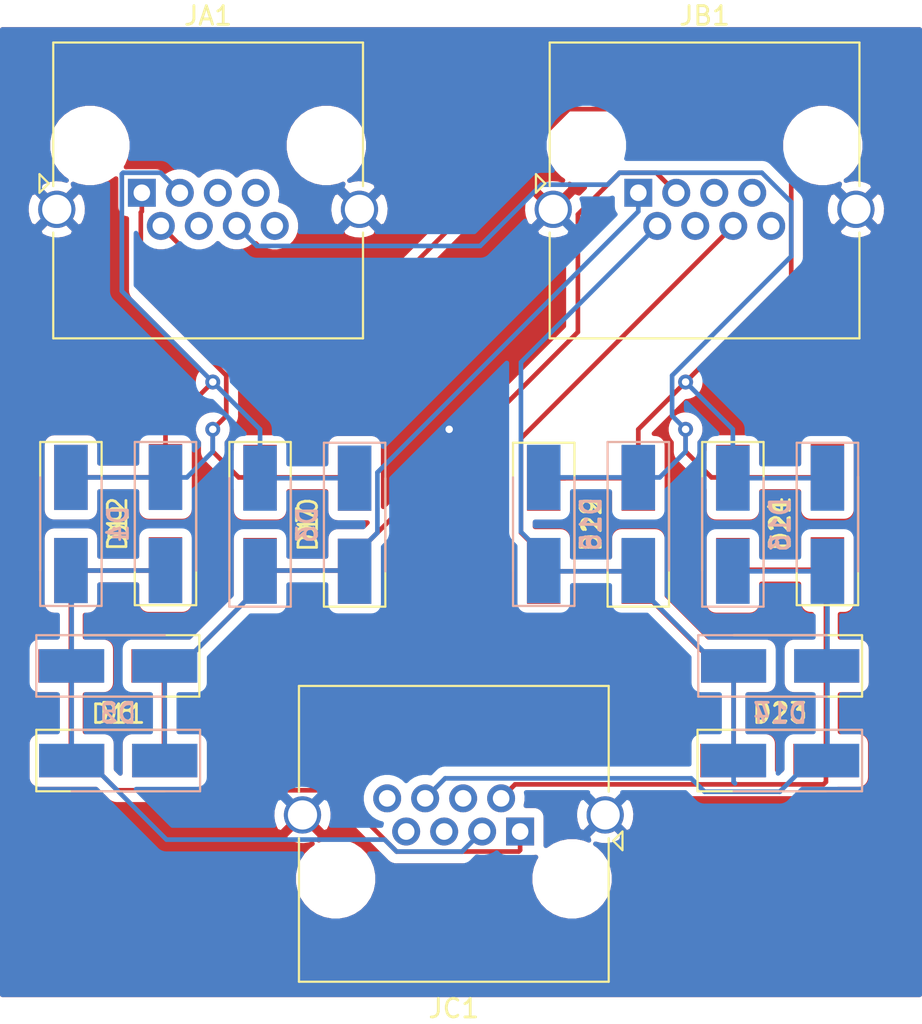
<source format=kicad_pcb>
(kicad_pcb (version 20171130) (host pcbnew "(5.1.4)-1")

  (general
    (thickness 1.6)
    (drawings 0)
    (tracks 157)
    (zones 0)
    (modules 27)
    (nets 14)
  )

  (page A4)
  (layers
    (0 F.Cu signal)
    (31 B.Cu signal)
    (32 B.Adhes user)
    (33 F.Adhes user)
    (34 B.Paste user)
    (35 F.Paste user)
    (36 B.SilkS user)
    (37 F.SilkS user)
    (38 B.Mask user)
    (39 F.Mask user)
    (40 Dwgs.User user)
    (41 Cmts.User user)
    (42 Eco1.User user)
    (43 Eco2.User user)
    (44 Edge.Cuts user)
    (45 Margin user)
    (46 B.CrtYd user)
    (47 F.CrtYd user)
    (48 B.Fab user)
    (49 F.Fab user)
  )

  (setup
    (last_trace_width 0.25)
    (trace_clearance 0.2)
    (zone_clearance 0.508)
    (zone_45_only no)
    (trace_min 0.2)
    (via_size 0.8)
    (via_drill 0.4)
    (via_min_size 0.4)
    (via_min_drill 0.3)
    (uvia_size 0.3)
    (uvia_drill 0.1)
    (uvias_allowed no)
    (uvia_min_size 0.2)
    (uvia_min_drill 0.1)
    (edge_width 0.1)
    (segment_width 0.2)
    (pcb_text_width 0.3)
    (pcb_text_size 1.5 1.5)
    (mod_edge_width 0.15)
    (mod_text_size 1 1)
    (mod_text_width 0.15)
    (pad_size 1.524 1.524)
    (pad_drill 0.762)
    (pad_to_mask_clearance 0)
    (aux_axis_origin 0 0)
    (visible_elements FFFFFF7F)
    (pcbplotparams
      (layerselection 0x010fc_ffffffff)
      (usegerberextensions false)
      (usegerberattributes false)
      (usegerberadvancedattributes false)
      (creategerberjobfile false)
      (excludeedgelayer true)
      (linewidth 0.100000)
      (plotframeref false)
      (viasonmask false)
      (mode 1)
      (useauxorigin false)
      (hpglpennumber 1)
      (hpglpenspeed 20)
      (hpglpendiameter 15.000000)
      (psnegative false)
      (psa4output false)
      (plotreference true)
      (plotvalue true)
      (plotinvisibletext false)
      (padsonsilk false)
      (subtractmaskfromsilk false)
      (outputformat 1)
      (mirror false)
      (drillshape 1)
      (scaleselection 1)
      (outputdirectory ""))
  )

  (net 0 "")
  (net 1 C3)
  (net 2 A1)
  (net 3 B1)
  (net 4 A3)
  (net 5 B3)
  (net 6 C1)
  (net 7 C6)
  (net 8 A2)
  (net 9 B2)
  (net 10 A6)
  (net 11 B6)
  (net 12 C2)
  (net 13 GND)

  (net_class Default "This is the default net class."
    (clearance 0.2)
    (trace_width 0.25)
    (via_dia 0.8)
    (via_drill 0.4)
    (uvia_dia 0.3)
    (uvia_drill 0.1)
    (add_net A1)
    (add_net A2)
    (add_net A3)
    (add_net A6)
    (add_net B1)
    (add_net B2)
    (add_net B3)
    (add_net B6)
    (add_net C1)
    (add_net C2)
    (add_net C3)
    (add_net C6)
    (add_net GND)
  )

  (module Connector_RJ:RJ45_Amphenol_RJHSE5380 (layer F.Cu) (tedit 5AD365F7) (tstamp 5E334D10)
    (at 97.79 116.84 180)
    (descr "Shielded, https://www.amphenolcanada.com/ProductSearch/drawings/AC/RJHSE538X.pdf")
    (tags "RJ45 8p8c ethernet cat5")
    (path /5E472F2B)
    (fp_text reference JC1 (at 3.56 -9.5) (layer F.SilkS)
      (effects (font (size 1 1) (thickness 0.15)))
    )
    (fp_text value RJ45_Shielded (at 3.56 9.5) (layer F.Fab)
      (effects (font (size 1 1) (thickness 0.15)))
    )
    (fp_line (start -5.5 -1) (end -5 -0.5) (layer F.SilkS) (width 0.12))
    (fp_line (start -5.5 0) (end -5.5 -1) (layer F.SilkS) (width 0.12))
    (fp_line (start -5 -0.5) (end -5.5 0) (layer F.SilkS) (width 0.12))
    (fp_text user %R (at 3.56 -6) (layer F.Fab)
      (effects (font (size 1 1) (thickness 0.15)))
    )
    (fp_line (start 13.19 -8.5) (end 13.19 8.25) (layer F.CrtYd) (width 0.05))
    (fp_line (start -6.07 8.25) (end 13.19 8.25) (layer F.CrtYd) (width 0.05))
    (fp_line (start -6.07 -8.5) (end -6.07 8.25) (layer F.CrtYd) (width 0.05))
    (fp_line (start -6.07 -8.5) (end 13.19 -8.5) (layer F.CrtYd) (width 0.05))
    (fp_line (start -4.695 -7) (end -3.695 -8) (layer F.Fab) (width 0.1))
    (fp_line (start 11.88 7.815) (end 11.88 2.14) (layer F.SilkS) (width 0.12))
    (fp_line (start -4.76 7.815) (end -4.76 2.14) (layer F.SilkS) (width 0.12))
    (fp_line (start -4.76 7.815) (end 11.88 7.815) (layer F.SilkS) (width 0.12))
    (fp_line (start 11.88 -8.065) (end 11.88 -0.36) (layer F.SilkS) (width 0.12))
    (fp_line (start -4.76 -8.065) (end -4.76 -0.36) (layer F.SilkS) (width 0.12))
    (fp_line (start -4.76 -8.065) (end 11.88 -8.065) (layer F.SilkS) (width 0.12))
    (fp_line (start 11.815 -8) (end 11.815 7.75) (layer F.Fab) (width 0.1))
    (fp_line (start -3.695 -8) (end 11.815 -8) (layer F.Fab) (width 0.1))
    (fp_line (start -4.695 7.75) (end 11.815 7.75) (layer F.Fab) (width 0.1))
    (fp_line (start -4.695 -7) (end -4.695 7.75) (layer F.Fab) (width 0.1))
    (pad SH thru_hole circle (at -4.57 0.89 180) (size 2 2) (drill 1.57) (layers *.Cu *.Mask)
      (net 13 GND))
    (pad SH thru_hole circle (at 11.69 0.89 180) (size 2 2) (drill 1.57) (layers *.Cu *.Mask)
      (net 13 GND))
    (pad "" np_thru_hole circle (at 9.91 -2.54 180) (size 3.25 3.25) (drill 3.25) (layers *.Cu *.Mask))
    (pad "" np_thru_hole circle (at -2.79 -2.54 180) (size 3.25 3.25) (drill 3.25) (layers *.Cu *.Mask))
    (pad 8 thru_hole circle (at 7.14 1.78 180) (size 1.5 1.5) (drill 0.89) (layers *.Cu *.Mask))
    (pad 6 thru_hole circle (at 5.1 1.78 180) (size 1.5 1.5) (drill 0.89) (layers *.Cu *.Mask)
      (net 7 C6))
    (pad 4 thru_hole circle (at 3.06 1.78 180) (size 1.5 1.5) (drill 0.89) (layers *.Cu *.Mask))
    (pad 2 thru_hole circle (at 1.02 1.78 180) (size 1.5 1.5) (drill 0.89) (layers *.Cu *.Mask)
      (net 12 C2))
    (pad 7 thru_hole circle (at 6.12 0 180) (size 1.5 1.5) (drill 0.89) (layers *.Cu *.Mask))
    (pad 5 thru_hole circle (at 4.08 0 180) (size 1.5 1.5) (drill 0.89) (layers *.Cu *.Mask))
    (pad 3 thru_hole circle (at 2.04 0 180) (size 1.5 1.5) (drill 0.89) (layers *.Cu *.Mask)
      (net 1 C3))
    (pad 1 thru_hole rect (at 0 0 180) (size 1.5 1.5) (drill 0.89) (layers *.Cu *.Mask)
      (net 6 C1))
    (model ${KISYS3DMOD}/Connector_RJ.3dshapes/RJ45_Amphenol_RJHSE5380.wrl
      (at (xyz 0 0 0))
      (scale (xyz 1 1 1))
      (rotate (xyz 0 0 0))
    )
  )

  (module Connector_RJ:RJ45_Amphenol_RJHSE5380 (layer F.Cu) (tedit 5AD365F7) (tstamp 5E334CED)
    (at 104.14 82.55)
    (descr "Shielded, https://www.amphenolcanada.com/ProductSearch/drawings/AC/RJHSE538X.pdf")
    (tags "RJ45 8p8c ethernet cat5")
    (path /5E39852A)
    (fp_text reference JB1 (at 3.56 -9.5) (layer F.SilkS)
      (effects (font (size 1 1) (thickness 0.15)))
    )
    (fp_text value RJ45_Shielded (at 3.56 9.5) (layer F.Fab)
      (effects (font (size 1 1) (thickness 0.15)))
    )
    (fp_line (start -5.5 -1) (end -5 -0.5) (layer F.SilkS) (width 0.12))
    (fp_line (start -5.5 0) (end -5.5 -1) (layer F.SilkS) (width 0.12))
    (fp_line (start -5 -0.5) (end -5.5 0) (layer F.SilkS) (width 0.12))
    (fp_text user %R (at 3.56 -6) (layer F.Fab)
      (effects (font (size 1 1) (thickness 0.15)))
    )
    (fp_line (start 13.19 -8.5) (end 13.19 8.25) (layer F.CrtYd) (width 0.05))
    (fp_line (start -6.07 8.25) (end 13.19 8.25) (layer F.CrtYd) (width 0.05))
    (fp_line (start -6.07 -8.5) (end -6.07 8.25) (layer F.CrtYd) (width 0.05))
    (fp_line (start -6.07 -8.5) (end 13.19 -8.5) (layer F.CrtYd) (width 0.05))
    (fp_line (start -4.695 -7) (end -3.695 -8) (layer F.Fab) (width 0.1))
    (fp_line (start 11.88 7.815) (end 11.88 2.14) (layer F.SilkS) (width 0.12))
    (fp_line (start -4.76 7.815) (end -4.76 2.14) (layer F.SilkS) (width 0.12))
    (fp_line (start -4.76 7.815) (end 11.88 7.815) (layer F.SilkS) (width 0.12))
    (fp_line (start 11.88 -8.065) (end 11.88 -0.36) (layer F.SilkS) (width 0.12))
    (fp_line (start -4.76 -8.065) (end -4.76 -0.36) (layer F.SilkS) (width 0.12))
    (fp_line (start -4.76 -8.065) (end 11.88 -8.065) (layer F.SilkS) (width 0.12))
    (fp_line (start 11.815 -8) (end 11.815 7.75) (layer F.Fab) (width 0.1))
    (fp_line (start -3.695 -8) (end 11.815 -8) (layer F.Fab) (width 0.1))
    (fp_line (start -4.695 7.75) (end 11.815 7.75) (layer F.Fab) (width 0.1))
    (fp_line (start -4.695 -7) (end -4.695 7.75) (layer F.Fab) (width 0.1))
    (pad SH thru_hole circle (at -4.57 0.89) (size 2 2) (drill 1.57) (layers *.Cu *.Mask)
      (net 13 GND))
    (pad SH thru_hole circle (at 11.69 0.89) (size 2 2) (drill 1.57) (layers *.Cu *.Mask)
      (net 13 GND))
    (pad "" np_thru_hole circle (at 9.91 -2.54) (size 3.25 3.25) (drill 3.25) (layers *.Cu *.Mask))
    (pad "" np_thru_hole circle (at -2.79 -2.54) (size 3.25 3.25) (drill 3.25) (layers *.Cu *.Mask))
    (pad 8 thru_hole circle (at 7.14 1.78) (size 1.5 1.5) (drill 0.89) (layers *.Cu *.Mask))
    (pad 6 thru_hole circle (at 5.1 1.78) (size 1.5 1.5) (drill 0.89) (layers *.Cu *.Mask)
      (net 11 B6))
    (pad 4 thru_hole circle (at 3.06 1.78) (size 1.5 1.5) (drill 0.89) (layers *.Cu *.Mask))
    (pad 2 thru_hole circle (at 1.02 1.78) (size 1.5 1.5) (drill 0.89) (layers *.Cu *.Mask)
      (net 9 B2))
    (pad 7 thru_hole circle (at 6.12 0) (size 1.5 1.5) (drill 0.89) (layers *.Cu *.Mask))
    (pad 5 thru_hole circle (at 4.08 0) (size 1.5 1.5) (drill 0.89) (layers *.Cu *.Mask))
    (pad 3 thru_hole circle (at 2.04 0) (size 1.5 1.5) (drill 0.89) (layers *.Cu *.Mask)
      (net 5 B3))
    (pad 1 thru_hole rect (at 0 0) (size 1.5 1.5) (drill 0.89) (layers *.Cu *.Mask)
      (net 3 B1))
    (model ${KISYS3DMOD}/Connector_RJ.3dshapes/RJ45_Amphenol_RJHSE5380.wrl
      (at (xyz 0 0 0))
      (scale (xyz 1 1 1))
      (rotate (xyz 0 0 0))
    )
  )

  (module Connector_RJ:RJ45_Amphenol_RJHSE5380 (layer F.Cu) (tedit 5AD365F7) (tstamp 5E334CCA)
    (at 77.47 82.55)
    (descr "Shielded, https://www.amphenolcanada.com/ProductSearch/drawings/AC/RJHSE538X.pdf")
    (tags "RJ45 8p8c ethernet cat5")
    (path /5E3959C1)
    (fp_text reference JA1 (at 3.56 -9.5) (layer F.SilkS)
      (effects (font (size 1 1) (thickness 0.15)))
    )
    (fp_text value RJ45_Shielded (at 3.56 9.5) (layer F.Fab)
      (effects (font (size 1 1) (thickness 0.15)))
    )
    (fp_line (start -5.5 -1) (end -5 -0.5) (layer F.SilkS) (width 0.12))
    (fp_line (start -5.5 0) (end -5.5 -1) (layer F.SilkS) (width 0.12))
    (fp_line (start -5 -0.5) (end -5.5 0) (layer F.SilkS) (width 0.12))
    (fp_text user %R (at 3.56 -6) (layer F.Fab)
      (effects (font (size 1 1) (thickness 0.15)))
    )
    (fp_line (start 13.19 -8.5) (end 13.19 8.25) (layer F.CrtYd) (width 0.05))
    (fp_line (start -6.07 8.25) (end 13.19 8.25) (layer F.CrtYd) (width 0.05))
    (fp_line (start -6.07 -8.5) (end -6.07 8.25) (layer F.CrtYd) (width 0.05))
    (fp_line (start -6.07 -8.5) (end 13.19 -8.5) (layer F.CrtYd) (width 0.05))
    (fp_line (start -4.695 -7) (end -3.695 -8) (layer F.Fab) (width 0.1))
    (fp_line (start 11.88 7.815) (end 11.88 2.14) (layer F.SilkS) (width 0.12))
    (fp_line (start -4.76 7.815) (end -4.76 2.14) (layer F.SilkS) (width 0.12))
    (fp_line (start -4.76 7.815) (end 11.88 7.815) (layer F.SilkS) (width 0.12))
    (fp_line (start 11.88 -8.065) (end 11.88 -0.36) (layer F.SilkS) (width 0.12))
    (fp_line (start -4.76 -8.065) (end -4.76 -0.36) (layer F.SilkS) (width 0.12))
    (fp_line (start -4.76 -8.065) (end 11.88 -8.065) (layer F.SilkS) (width 0.12))
    (fp_line (start 11.815 -8) (end 11.815 7.75) (layer F.Fab) (width 0.1))
    (fp_line (start -3.695 -8) (end 11.815 -8) (layer F.Fab) (width 0.1))
    (fp_line (start -4.695 7.75) (end 11.815 7.75) (layer F.Fab) (width 0.1))
    (fp_line (start -4.695 -7) (end -4.695 7.75) (layer F.Fab) (width 0.1))
    (pad SH thru_hole circle (at -4.57 0.89) (size 2 2) (drill 1.57) (layers *.Cu *.Mask)
      (net 13 GND))
    (pad SH thru_hole circle (at 11.69 0.89) (size 2 2) (drill 1.57) (layers *.Cu *.Mask)
      (net 13 GND))
    (pad "" np_thru_hole circle (at 9.91 -2.54) (size 3.25 3.25) (drill 3.25) (layers *.Cu *.Mask))
    (pad "" np_thru_hole circle (at -2.79 -2.54) (size 3.25 3.25) (drill 3.25) (layers *.Cu *.Mask))
    (pad 8 thru_hole circle (at 7.14 1.78) (size 1.5 1.5) (drill 0.89) (layers *.Cu *.Mask))
    (pad 6 thru_hole circle (at 5.1 1.78) (size 1.5 1.5) (drill 0.89) (layers *.Cu *.Mask)
      (net 10 A6))
    (pad 4 thru_hole circle (at 3.06 1.78) (size 1.5 1.5) (drill 0.89) (layers *.Cu *.Mask))
    (pad 2 thru_hole circle (at 1.02 1.78) (size 1.5 1.5) (drill 0.89) (layers *.Cu *.Mask)
      (net 8 A2))
    (pad 7 thru_hole circle (at 6.12 0) (size 1.5 1.5) (drill 0.89) (layers *.Cu *.Mask))
    (pad 5 thru_hole circle (at 4.08 0) (size 1.5 1.5) (drill 0.89) (layers *.Cu *.Mask))
    (pad 3 thru_hole circle (at 2.04 0) (size 1.5 1.5) (drill 0.89) (layers *.Cu *.Mask)
      (net 4 A3))
    (pad 1 thru_hole rect (at 0 0) (size 1.5 1.5) (drill 0.89) (layers *.Cu *.Mask)
      (net 2 A1))
    (model ${KISYS3DMOD}/Connector_RJ.3dshapes/RJ45_Amphenol_RJHSE5380.wrl
      (at (xyz 0 0 0))
      (scale (xyz 1 1 1))
      (rotate (xyz 0 0 0))
    )
  )

  (module Diode_SMD:D_SMA_Handsoldering (layer F.Cu) (tedit 58643398) (tstamp 5E334CA7)
    (at 109.22 100.33 270)
    (descr "Diode SMA (DO-214AC) Handsoldering")
    (tags "Diode SMA (DO-214AC) Handsoldering")
    (path /5E4F98EA)
    (attr smd)
    (fp_text reference D24 (at 0 -2.5 90) (layer F.SilkS)
      (effects (font (size 1 1) (thickness 0.15)))
    )
    (fp_text value Vf=0.6 (at 0 2.6 90) (layer F.Fab)
      (effects (font (size 1 1) (thickness 0.15)))
    )
    (fp_line (start -4.4 -1.65) (end 2.5 -1.65) (layer F.SilkS) (width 0.12))
    (fp_line (start -4.4 1.65) (end 2.5 1.65) (layer F.SilkS) (width 0.12))
    (fp_line (start -0.64944 0.00102) (end 0.50118 -0.79908) (layer F.Fab) (width 0.1))
    (fp_line (start -0.64944 0.00102) (end 0.50118 0.75032) (layer F.Fab) (width 0.1))
    (fp_line (start 0.50118 0.75032) (end 0.50118 -0.79908) (layer F.Fab) (width 0.1))
    (fp_line (start -0.64944 -0.79908) (end -0.64944 0.80112) (layer F.Fab) (width 0.1))
    (fp_line (start 0.50118 0.00102) (end 1.4994 0.00102) (layer F.Fab) (width 0.1))
    (fp_line (start -0.64944 0.00102) (end -1.55114 0.00102) (layer F.Fab) (width 0.1))
    (fp_line (start -4.5 1.75) (end -4.5 -1.75) (layer F.CrtYd) (width 0.05))
    (fp_line (start 4.5 1.75) (end -4.5 1.75) (layer F.CrtYd) (width 0.05))
    (fp_line (start 4.5 -1.75) (end 4.5 1.75) (layer F.CrtYd) (width 0.05))
    (fp_line (start -4.5 -1.75) (end 4.5 -1.75) (layer F.CrtYd) (width 0.05))
    (fp_line (start 2.3 -1.5) (end -2.3 -1.5) (layer F.Fab) (width 0.1))
    (fp_line (start 2.3 -1.5) (end 2.3 1.5) (layer F.Fab) (width 0.1))
    (fp_line (start -2.3 1.5) (end -2.3 -1.5) (layer F.Fab) (width 0.1))
    (fp_line (start 2.3 1.5) (end -2.3 1.5) (layer F.Fab) (width 0.1))
    (fp_line (start -4.4 -1.65) (end -4.4 1.65) (layer F.SilkS) (width 0.12))
    (fp_text user %R (at 0 -2.5 90) (layer F.Fab)
      (effects (font (size 1 1) (thickness 0.15)))
    )
    (pad 2 smd rect (at 2.5 0 270) (size 3.5 1.8) (layers F.Cu F.Paste F.Mask)
      (net 12 C2))
    (pad 1 smd rect (at -2.5 0 270) (size 3.5 1.8) (layers F.Cu F.Paste F.Mask)
      (net 10 A6))
    (model ${KISYS3DMOD}/Diode_SMD.3dshapes/D_SMA.wrl
      (at (xyz 0 0 0))
      (scale (xyz 1 1 1))
      (rotate (xyz 0 0 0))
    )
  )

  (module Diode_SMD:D_SMA_Handsoldering (layer F.Cu) (tedit 58643398) (tstamp 5E334C8F)
    (at 111.76 107.95 180)
    (descr "Diode SMA (DO-214AC) Handsoldering")
    (tags "Diode SMA (DO-214AC) Handsoldering")
    (path /5E4F4AF7)
    (attr smd)
    (fp_text reference D23 (at 0 -2.5) (layer F.SilkS)
      (effects (font (size 1 1) (thickness 0.15)))
    )
    (fp_text value Vf=0.6 (at 0 2.6) (layer F.Fab)
      (effects (font (size 1 1) (thickness 0.15)))
    )
    (fp_line (start -4.4 -1.65) (end 2.5 -1.65) (layer F.SilkS) (width 0.12))
    (fp_line (start -4.4 1.65) (end 2.5 1.65) (layer F.SilkS) (width 0.12))
    (fp_line (start -0.64944 0.00102) (end 0.50118 -0.79908) (layer F.Fab) (width 0.1))
    (fp_line (start -0.64944 0.00102) (end 0.50118 0.75032) (layer F.Fab) (width 0.1))
    (fp_line (start 0.50118 0.75032) (end 0.50118 -0.79908) (layer F.Fab) (width 0.1))
    (fp_line (start -0.64944 -0.79908) (end -0.64944 0.80112) (layer F.Fab) (width 0.1))
    (fp_line (start 0.50118 0.00102) (end 1.4994 0.00102) (layer F.Fab) (width 0.1))
    (fp_line (start -0.64944 0.00102) (end -1.55114 0.00102) (layer F.Fab) (width 0.1))
    (fp_line (start -4.5 1.75) (end -4.5 -1.75) (layer F.CrtYd) (width 0.05))
    (fp_line (start 4.5 1.75) (end -4.5 1.75) (layer F.CrtYd) (width 0.05))
    (fp_line (start 4.5 -1.75) (end 4.5 1.75) (layer F.CrtYd) (width 0.05))
    (fp_line (start -4.5 -1.75) (end 4.5 -1.75) (layer F.CrtYd) (width 0.05))
    (fp_line (start 2.3 -1.5) (end -2.3 -1.5) (layer F.Fab) (width 0.1))
    (fp_line (start 2.3 -1.5) (end 2.3 1.5) (layer F.Fab) (width 0.1))
    (fp_line (start -2.3 1.5) (end -2.3 -1.5) (layer F.Fab) (width 0.1))
    (fp_line (start 2.3 1.5) (end -2.3 1.5) (layer F.Fab) (width 0.1))
    (fp_line (start -4.4 -1.65) (end -4.4 1.65) (layer F.SilkS) (width 0.12))
    (fp_text user %R (at 0 -2.5) (layer F.Fab)
      (effects (font (size 1 1) (thickness 0.15)))
    )
    (pad 2 smd rect (at 2.5 0 180) (size 3.5 1.8) (layers F.Cu F.Paste F.Mask)
      (net 11 B6))
    (pad 1 smd rect (at -2.5 0 180) (size 3.5 1.8) (layers F.Cu F.Paste F.Mask)
      (net 12 C2))
    (model ${KISYS3DMOD}/Diode_SMD.3dshapes/D_SMA.wrl
      (at (xyz 0 0 0))
      (scale (xyz 1 1 1))
      (rotate (xyz 0 0 0))
    )
  )

  (module Diode_SMD:D_SMA_Handsoldering (layer F.Cu) (tedit 58643398) (tstamp 5E334C77)
    (at 104.14 100.37 90)
    (descr "Diode SMA (DO-214AC) Handsoldering")
    (tags "Diode SMA (DO-214AC) Handsoldering")
    (path /5E4EE87A)
    (attr smd)
    (fp_text reference D22 (at 0 -2.5 90) (layer F.SilkS)
      (effects (font (size 1 1) (thickness 0.15)))
    )
    (fp_text value Vf=0.6 (at 0 2.6 90) (layer F.Fab)
      (effects (font (size 1 1) (thickness 0.15)))
    )
    (fp_line (start -4.4 -1.65) (end 2.5 -1.65) (layer F.SilkS) (width 0.12))
    (fp_line (start -4.4 1.65) (end 2.5 1.65) (layer F.SilkS) (width 0.12))
    (fp_line (start -0.64944 0.00102) (end 0.50118 -0.79908) (layer F.Fab) (width 0.1))
    (fp_line (start -0.64944 0.00102) (end 0.50118 0.75032) (layer F.Fab) (width 0.1))
    (fp_line (start 0.50118 0.75032) (end 0.50118 -0.79908) (layer F.Fab) (width 0.1))
    (fp_line (start -0.64944 -0.79908) (end -0.64944 0.80112) (layer F.Fab) (width 0.1))
    (fp_line (start 0.50118 0.00102) (end 1.4994 0.00102) (layer F.Fab) (width 0.1))
    (fp_line (start -0.64944 0.00102) (end -1.55114 0.00102) (layer F.Fab) (width 0.1))
    (fp_line (start -4.5 1.75) (end -4.5 -1.75) (layer F.CrtYd) (width 0.05))
    (fp_line (start 4.5 1.75) (end -4.5 1.75) (layer F.CrtYd) (width 0.05))
    (fp_line (start 4.5 -1.75) (end 4.5 1.75) (layer F.CrtYd) (width 0.05))
    (fp_line (start -4.5 -1.75) (end 4.5 -1.75) (layer F.CrtYd) (width 0.05))
    (fp_line (start 2.3 -1.5) (end -2.3 -1.5) (layer F.Fab) (width 0.1))
    (fp_line (start 2.3 -1.5) (end 2.3 1.5) (layer F.Fab) (width 0.1))
    (fp_line (start -2.3 1.5) (end -2.3 -1.5) (layer F.Fab) (width 0.1))
    (fp_line (start 2.3 1.5) (end -2.3 1.5) (layer F.Fab) (width 0.1))
    (fp_line (start -4.4 -1.65) (end -4.4 1.65) (layer F.SilkS) (width 0.12))
    (fp_text user %R (at 0 -2.5 90) (layer F.Fab)
      (effects (font (size 1 1) (thickness 0.15)))
    )
    (pad 2 smd rect (at 2.5 0 90) (size 3.5 1.8) (layers F.Cu F.Paste F.Mask)
      (net 8 A2))
    (pad 1 smd rect (at -2.5 0 90) (size 3.5 1.8) (layers F.Cu F.Paste F.Mask)
      (net 11 B6))
    (model ${KISYS3DMOD}/Diode_SMD.3dshapes/D_SMA.wrl
      (at (xyz 0 0 0))
      (scale (xyz 1 1 1))
      (rotate (xyz 0 0 0))
    )
  )

  (module Diode_SMD:D_SMA_Handsoldering (layer F.Cu) (tedit 58643398) (tstamp 5E334C5F)
    (at 114.3 100.29 90)
    (descr "Diode SMA (DO-214AC) Handsoldering")
    (tags "Diode SMA (DO-214AC) Handsoldering")
    (path /5E4F98E4)
    (attr smd)
    (fp_text reference D21 (at 0 -2.5 90) (layer F.SilkS)
      (effects (font (size 1 1) (thickness 0.15)))
    )
    (fp_text value Vf=0.6 (at 0 2.6 90) (layer F.Fab)
      (effects (font (size 1 1) (thickness 0.15)))
    )
    (fp_line (start -4.4 -1.65) (end 2.5 -1.65) (layer F.SilkS) (width 0.12))
    (fp_line (start -4.4 1.65) (end 2.5 1.65) (layer F.SilkS) (width 0.12))
    (fp_line (start -0.64944 0.00102) (end 0.50118 -0.79908) (layer F.Fab) (width 0.1))
    (fp_line (start -0.64944 0.00102) (end 0.50118 0.75032) (layer F.Fab) (width 0.1))
    (fp_line (start 0.50118 0.75032) (end 0.50118 -0.79908) (layer F.Fab) (width 0.1))
    (fp_line (start -0.64944 -0.79908) (end -0.64944 0.80112) (layer F.Fab) (width 0.1))
    (fp_line (start 0.50118 0.00102) (end 1.4994 0.00102) (layer F.Fab) (width 0.1))
    (fp_line (start -0.64944 0.00102) (end -1.55114 0.00102) (layer F.Fab) (width 0.1))
    (fp_line (start -4.5 1.75) (end -4.5 -1.75) (layer F.CrtYd) (width 0.05))
    (fp_line (start 4.5 1.75) (end -4.5 1.75) (layer F.CrtYd) (width 0.05))
    (fp_line (start 4.5 -1.75) (end 4.5 1.75) (layer F.CrtYd) (width 0.05))
    (fp_line (start -4.5 -1.75) (end 4.5 -1.75) (layer F.CrtYd) (width 0.05))
    (fp_line (start 2.3 -1.5) (end -2.3 -1.5) (layer F.Fab) (width 0.1))
    (fp_line (start 2.3 -1.5) (end 2.3 1.5) (layer F.Fab) (width 0.1))
    (fp_line (start -2.3 1.5) (end -2.3 -1.5) (layer F.Fab) (width 0.1))
    (fp_line (start 2.3 1.5) (end -2.3 1.5) (layer F.Fab) (width 0.1))
    (fp_line (start -4.4 -1.65) (end -4.4 1.65) (layer F.SilkS) (width 0.12))
    (fp_text user %R (at 0 -2.5 90) (layer F.Fab)
      (effects (font (size 1 1) (thickness 0.15)))
    )
    (pad 2 smd rect (at 2.5 0 90) (size 3.5 1.8) (layers F.Cu F.Paste F.Mask)
      (net 10 A6))
    (pad 1 smd rect (at -2.5 0 90) (size 3.5 1.8) (layers F.Cu F.Paste F.Mask)
      (net 12 C2))
    (model ${KISYS3DMOD}/Diode_SMD.3dshapes/D_SMA.wrl
      (at (xyz 0 0 0))
      (scale (xyz 1 1 1))
      (rotate (xyz 0 0 0))
    )
  )

  (module Diode_SMD:D_SMA_Handsoldering (layer F.Cu) (tedit 58643398) (tstamp 5E334C47)
    (at 111.72 113.03)
    (descr "Diode SMA (DO-214AC) Handsoldering")
    (tags "Diode SMA (DO-214AC) Handsoldering")
    (path /5E4F4AF1)
    (attr smd)
    (fp_text reference D20 (at 0 -2.5) (layer F.SilkS)
      (effects (font (size 1 1) (thickness 0.15)))
    )
    (fp_text value Vf=0.6 (at 0 2.6) (layer F.Fab)
      (effects (font (size 1 1) (thickness 0.15)))
    )
    (fp_line (start -4.4 -1.65) (end 2.5 -1.65) (layer F.SilkS) (width 0.12))
    (fp_line (start -4.4 1.65) (end 2.5 1.65) (layer F.SilkS) (width 0.12))
    (fp_line (start -0.64944 0.00102) (end 0.50118 -0.79908) (layer F.Fab) (width 0.1))
    (fp_line (start -0.64944 0.00102) (end 0.50118 0.75032) (layer F.Fab) (width 0.1))
    (fp_line (start 0.50118 0.75032) (end 0.50118 -0.79908) (layer F.Fab) (width 0.1))
    (fp_line (start -0.64944 -0.79908) (end -0.64944 0.80112) (layer F.Fab) (width 0.1))
    (fp_line (start 0.50118 0.00102) (end 1.4994 0.00102) (layer F.Fab) (width 0.1))
    (fp_line (start -0.64944 0.00102) (end -1.55114 0.00102) (layer F.Fab) (width 0.1))
    (fp_line (start -4.5 1.75) (end -4.5 -1.75) (layer F.CrtYd) (width 0.05))
    (fp_line (start 4.5 1.75) (end -4.5 1.75) (layer F.CrtYd) (width 0.05))
    (fp_line (start 4.5 -1.75) (end 4.5 1.75) (layer F.CrtYd) (width 0.05))
    (fp_line (start -4.5 -1.75) (end 4.5 -1.75) (layer F.CrtYd) (width 0.05))
    (fp_line (start 2.3 -1.5) (end -2.3 -1.5) (layer F.Fab) (width 0.1))
    (fp_line (start 2.3 -1.5) (end 2.3 1.5) (layer F.Fab) (width 0.1))
    (fp_line (start -2.3 1.5) (end -2.3 -1.5) (layer F.Fab) (width 0.1))
    (fp_line (start 2.3 1.5) (end -2.3 1.5) (layer F.Fab) (width 0.1))
    (fp_line (start -4.4 -1.65) (end -4.4 1.65) (layer F.SilkS) (width 0.12))
    (fp_text user %R (at 0 -2.5) (layer F.Fab)
      (effects (font (size 1 1) (thickness 0.15)))
    )
    (pad 2 smd rect (at 2.5 0) (size 3.5 1.8) (layers F.Cu F.Paste F.Mask)
      (net 12 C2))
    (pad 1 smd rect (at -2.5 0) (size 3.5 1.8) (layers F.Cu F.Paste F.Mask)
      (net 11 B6))
    (model ${KISYS3DMOD}/Diode_SMD.3dshapes/D_SMA.wrl
      (at (xyz 0 0 0))
      (scale (xyz 1 1 1))
      (rotate (xyz 0 0 0))
    )
  )

  (module Diode_SMD:D_SMA_Handsoldering (layer F.Cu) (tedit 58643398) (tstamp 5E334C2F)
    (at 99.06 100.37 270)
    (descr "Diode SMA (DO-214AC) Handsoldering")
    (tags "Diode SMA (DO-214AC) Handsoldering")
    (path /5E4EE874)
    (attr smd)
    (fp_text reference D19 (at 0 -2.5 90) (layer F.SilkS)
      (effects (font (size 1 1) (thickness 0.15)))
    )
    (fp_text value Vf=0.6 (at 0 2.6 90) (layer F.Fab)
      (effects (font (size 1 1) (thickness 0.15)))
    )
    (fp_line (start -4.4 -1.65) (end 2.5 -1.65) (layer F.SilkS) (width 0.12))
    (fp_line (start -4.4 1.65) (end 2.5 1.65) (layer F.SilkS) (width 0.12))
    (fp_line (start -0.64944 0.00102) (end 0.50118 -0.79908) (layer F.Fab) (width 0.1))
    (fp_line (start -0.64944 0.00102) (end 0.50118 0.75032) (layer F.Fab) (width 0.1))
    (fp_line (start 0.50118 0.75032) (end 0.50118 -0.79908) (layer F.Fab) (width 0.1))
    (fp_line (start -0.64944 -0.79908) (end -0.64944 0.80112) (layer F.Fab) (width 0.1))
    (fp_line (start 0.50118 0.00102) (end 1.4994 0.00102) (layer F.Fab) (width 0.1))
    (fp_line (start -0.64944 0.00102) (end -1.55114 0.00102) (layer F.Fab) (width 0.1))
    (fp_line (start -4.5 1.75) (end -4.5 -1.75) (layer F.CrtYd) (width 0.05))
    (fp_line (start 4.5 1.75) (end -4.5 1.75) (layer F.CrtYd) (width 0.05))
    (fp_line (start 4.5 -1.75) (end 4.5 1.75) (layer F.CrtYd) (width 0.05))
    (fp_line (start -4.5 -1.75) (end 4.5 -1.75) (layer F.CrtYd) (width 0.05))
    (fp_line (start 2.3 -1.5) (end -2.3 -1.5) (layer F.Fab) (width 0.1))
    (fp_line (start 2.3 -1.5) (end 2.3 1.5) (layer F.Fab) (width 0.1))
    (fp_line (start -2.3 1.5) (end -2.3 -1.5) (layer F.Fab) (width 0.1))
    (fp_line (start 2.3 1.5) (end -2.3 1.5) (layer F.Fab) (width 0.1))
    (fp_line (start -4.4 -1.65) (end -4.4 1.65) (layer F.SilkS) (width 0.12))
    (fp_text user %R (at 0 -2.5 90) (layer F.Fab)
      (effects (font (size 1 1) (thickness 0.15)))
    )
    (pad 2 smd rect (at 2.5 0 270) (size 3.5 1.8) (layers F.Cu F.Paste F.Mask)
      (net 11 B6))
    (pad 1 smd rect (at -2.5 0 270) (size 3.5 1.8) (layers F.Cu F.Paste F.Mask)
      (net 8 A2))
    (model ${KISYS3DMOD}/Diode_SMD.3dshapes/D_SMA.wrl
      (at (xyz 0 0 0))
      (scale (xyz 1 1 1))
      (rotate (xyz 0 0 0))
    )
  )

  (module Diode_SMD:D_SMA_Handsoldering (layer B.Cu) (tedit 58643398) (tstamp 5E334C17)
    (at 104.14 100.33 270)
    (descr "Diode SMA (DO-214AC) Handsoldering")
    (tags "Diode SMA (DO-214AC) Handsoldering")
    (path /5E4F98DE)
    (attr smd)
    (fp_text reference D18 (at 0 2.5 90) (layer B.SilkS)
      (effects (font (size 1 1) (thickness 0.15)) (justify mirror))
    )
    (fp_text value Vf=0.6 (at 0 -2.6 90) (layer B.Fab)
      (effects (font (size 1 1) (thickness 0.15)) (justify mirror))
    )
    (fp_line (start -4.4 1.65) (end 2.5 1.65) (layer B.SilkS) (width 0.12))
    (fp_line (start -4.4 -1.65) (end 2.5 -1.65) (layer B.SilkS) (width 0.12))
    (fp_line (start -0.64944 -0.00102) (end 0.50118 0.79908) (layer B.Fab) (width 0.1))
    (fp_line (start -0.64944 -0.00102) (end 0.50118 -0.75032) (layer B.Fab) (width 0.1))
    (fp_line (start 0.50118 -0.75032) (end 0.50118 0.79908) (layer B.Fab) (width 0.1))
    (fp_line (start -0.64944 0.79908) (end -0.64944 -0.80112) (layer B.Fab) (width 0.1))
    (fp_line (start 0.50118 -0.00102) (end 1.4994 -0.00102) (layer B.Fab) (width 0.1))
    (fp_line (start -0.64944 -0.00102) (end -1.55114 -0.00102) (layer B.Fab) (width 0.1))
    (fp_line (start -4.5 -1.75) (end -4.5 1.75) (layer B.CrtYd) (width 0.05))
    (fp_line (start 4.5 -1.75) (end -4.5 -1.75) (layer B.CrtYd) (width 0.05))
    (fp_line (start 4.5 1.75) (end 4.5 -1.75) (layer B.CrtYd) (width 0.05))
    (fp_line (start -4.5 1.75) (end 4.5 1.75) (layer B.CrtYd) (width 0.05))
    (fp_line (start 2.3 1.5) (end -2.3 1.5) (layer B.Fab) (width 0.1))
    (fp_line (start 2.3 1.5) (end 2.3 -1.5) (layer B.Fab) (width 0.1))
    (fp_line (start -2.3 -1.5) (end -2.3 1.5) (layer B.Fab) (width 0.1))
    (fp_line (start 2.3 -1.5) (end -2.3 -1.5) (layer B.Fab) (width 0.1))
    (fp_line (start -4.4 1.65) (end -4.4 -1.65) (layer B.SilkS) (width 0.12))
    (fp_text user %R (at 0 2.5 90) (layer B.Fab)
      (effects (font (size 1 1) (thickness 0.15)) (justify mirror))
    )
    (pad 2 smd rect (at 2.5 0 270) (size 3.5 1.8) (layers B.Cu B.Paste B.Mask)
      (net 9 B2))
    (pad 1 smd rect (at -2.5 0 270) (size 3.5 1.8) (layers B.Cu B.Paste B.Mask)
      (net 10 A6))
    (model ${KISYS3DMOD}/Diode_SMD.3dshapes/D_SMA.wrl
      (at (xyz 0 0 0))
      (scale (xyz 1 1 1))
      (rotate (xyz 0 0 0))
    )
  )

  (module Diode_SMD:D_SMA_Handsoldering (layer B.Cu) (tedit 58643398) (tstamp 5E334BFF)
    (at 111.76 107.95)
    (descr "Diode SMA (DO-214AC) Handsoldering")
    (tags "Diode SMA (DO-214AC) Handsoldering")
    (path /5E4F4AEB)
    (attr smd)
    (fp_text reference D17 (at 0 2.5) (layer B.SilkS)
      (effects (font (size 1 1) (thickness 0.15)) (justify mirror))
    )
    (fp_text value Vf=0.6 (at 0 -2.6) (layer B.Fab)
      (effects (font (size 1 1) (thickness 0.15)) (justify mirror))
    )
    (fp_line (start -4.4 1.65) (end 2.5 1.65) (layer B.SilkS) (width 0.12))
    (fp_line (start -4.4 -1.65) (end 2.5 -1.65) (layer B.SilkS) (width 0.12))
    (fp_line (start -0.64944 -0.00102) (end 0.50118 0.79908) (layer B.Fab) (width 0.1))
    (fp_line (start -0.64944 -0.00102) (end 0.50118 -0.75032) (layer B.Fab) (width 0.1))
    (fp_line (start 0.50118 -0.75032) (end 0.50118 0.79908) (layer B.Fab) (width 0.1))
    (fp_line (start -0.64944 0.79908) (end -0.64944 -0.80112) (layer B.Fab) (width 0.1))
    (fp_line (start 0.50118 -0.00102) (end 1.4994 -0.00102) (layer B.Fab) (width 0.1))
    (fp_line (start -0.64944 -0.00102) (end -1.55114 -0.00102) (layer B.Fab) (width 0.1))
    (fp_line (start -4.5 -1.75) (end -4.5 1.75) (layer B.CrtYd) (width 0.05))
    (fp_line (start 4.5 -1.75) (end -4.5 -1.75) (layer B.CrtYd) (width 0.05))
    (fp_line (start 4.5 1.75) (end 4.5 -1.75) (layer B.CrtYd) (width 0.05))
    (fp_line (start -4.5 1.75) (end 4.5 1.75) (layer B.CrtYd) (width 0.05))
    (fp_line (start 2.3 1.5) (end -2.3 1.5) (layer B.Fab) (width 0.1))
    (fp_line (start 2.3 1.5) (end 2.3 -1.5) (layer B.Fab) (width 0.1))
    (fp_line (start -2.3 -1.5) (end -2.3 1.5) (layer B.Fab) (width 0.1))
    (fp_line (start 2.3 -1.5) (end -2.3 -1.5) (layer B.Fab) (width 0.1))
    (fp_line (start -4.4 1.65) (end -4.4 -1.65) (layer B.SilkS) (width 0.12))
    (fp_text user %R (at 0 2.5) (layer B.Fab)
      (effects (font (size 1 1) (thickness 0.15)) (justify mirror))
    )
    (pad 2 smd rect (at 2.5 0) (size 3.5 1.8) (layers B.Cu B.Paste B.Mask)
      (net 7 C6))
    (pad 1 smd rect (at -2.5 0) (size 3.5 1.8) (layers B.Cu B.Paste B.Mask)
      (net 9 B2))
    (model ${KISYS3DMOD}/Diode_SMD.3dshapes/D_SMA.wrl
      (at (xyz 0 0 0))
      (scale (xyz 1 1 1))
      (rotate (xyz 0 0 0))
    )
  )

  (module Diode_SMD:D_SMA_Handsoldering (layer B.Cu) (tedit 58643398) (tstamp 5E334BE7)
    (at 109.22 100.37 90)
    (descr "Diode SMA (DO-214AC) Handsoldering")
    (tags "Diode SMA (DO-214AC) Handsoldering")
    (path /5E4EE86E)
    (attr smd)
    (fp_text reference D16 (at 0 2.5 90) (layer B.SilkS)
      (effects (font (size 1 1) (thickness 0.15)) (justify mirror))
    )
    (fp_text value Vf=0.6 (at 0 -2.6 90) (layer B.Fab)
      (effects (font (size 1 1) (thickness 0.15)) (justify mirror))
    )
    (fp_line (start -4.4 1.65) (end 2.5 1.65) (layer B.SilkS) (width 0.12))
    (fp_line (start -4.4 -1.65) (end 2.5 -1.65) (layer B.SilkS) (width 0.12))
    (fp_line (start -0.64944 -0.00102) (end 0.50118 0.79908) (layer B.Fab) (width 0.1))
    (fp_line (start -0.64944 -0.00102) (end 0.50118 -0.75032) (layer B.Fab) (width 0.1))
    (fp_line (start 0.50118 -0.75032) (end 0.50118 0.79908) (layer B.Fab) (width 0.1))
    (fp_line (start -0.64944 0.79908) (end -0.64944 -0.80112) (layer B.Fab) (width 0.1))
    (fp_line (start 0.50118 -0.00102) (end 1.4994 -0.00102) (layer B.Fab) (width 0.1))
    (fp_line (start -0.64944 -0.00102) (end -1.55114 -0.00102) (layer B.Fab) (width 0.1))
    (fp_line (start -4.5 -1.75) (end -4.5 1.75) (layer B.CrtYd) (width 0.05))
    (fp_line (start 4.5 -1.75) (end -4.5 -1.75) (layer B.CrtYd) (width 0.05))
    (fp_line (start 4.5 1.75) (end 4.5 -1.75) (layer B.CrtYd) (width 0.05))
    (fp_line (start -4.5 1.75) (end 4.5 1.75) (layer B.CrtYd) (width 0.05))
    (fp_line (start 2.3 1.5) (end -2.3 1.5) (layer B.Fab) (width 0.1))
    (fp_line (start 2.3 1.5) (end 2.3 -1.5) (layer B.Fab) (width 0.1))
    (fp_line (start -2.3 -1.5) (end -2.3 1.5) (layer B.Fab) (width 0.1))
    (fp_line (start 2.3 -1.5) (end -2.3 -1.5) (layer B.Fab) (width 0.1))
    (fp_line (start -4.4 1.65) (end -4.4 -1.65) (layer B.SilkS) (width 0.12))
    (fp_text user %R (at 0 2.5 90) (layer B.Fab)
      (effects (font (size 1 1) (thickness 0.15)) (justify mirror))
    )
    (pad 2 smd rect (at 2.5 0 90) (size 3.5 1.8) (layers B.Cu B.Paste B.Mask)
      (net 8 A2))
    (pad 1 smd rect (at -2.5 0 90) (size 3.5 1.8) (layers B.Cu B.Paste B.Mask)
      (net 7 C6))
    (model ${KISYS3DMOD}/Diode_SMD.3dshapes/D_SMA.wrl
      (at (xyz 0 0 0))
      (scale (xyz 1 1 1))
      (rotate (xyz 0 0 0))
    )
  )

  (module Diode_SMD:D_SMA_Handsoldering (layer B.Cu) (tedit 58643398) (tstamp 5E334BCF)
    (at 99.06 100.33 90)
    (descr "Diode SMA (DO-214AC) Handsoldering")
    (tags "Diode SMA (DO-214AC) Handsoldering")
    (path /5E4F98D8)
    (attr smd)
    (fp_text reference D15 (at 0 2.5 90) (layer B.SilkS)
      (effects (font (size 1 1) (thickness 0.15)) (justify mirror))
    )
    (fp_text value Vf=0.6 (at 0 -2.6 90) (layer B.Fab)
      (effects (font (size 1 1) (thickness 0.15)) (justify mirror))
    )
    (fp_line (start -4.4 1.65) (end 2.5 1.65) (layer B.SilkS) (width 0.12))
    (fp_line (start -4.4 -1.65) (end 2.5 -1.65) (layer B.SilkS) (width 0.12))
    (fp_line (start -0.64944 -0.00102) (end 0.50118 0.79908) (layer B.Fab) (width 0.1))
    (fp_line (start -0.64944 -0.00102) (end 0.50118 -0.75032) (layer B.Fab) (width 0.1))
    (fp_line (start 0.50118 -0.75032) (end 0.50118 0.79908) (layer B.Fab) (width 0.1))
    (fp_line (start -0.64944 0.79908) (end -0.64944 -0.80112) (layer B.Fab) (width 0.1))
    (fp_line (start 0.50118 -0.00102) (end 1.4994 -0.00102) (layer B.Fab) (width 0.1))
    (fp_line (start -0.64944 -0.00102) (end -1.55114 -0.00102) (layer B.Fab) (width 0.1))
    (fp_line (start -4.5 -1.75) (end -4.5 1.75) (layer B.CrtYd) (width 0.05))
    (fp_line (start 4.5 -1.75) (end -4.5 -1.75) (layer B.CrtYd) (width 0.05))
    (fp_line (start 4.5 1.75) (end 4.5 -1.75) (layer B.CrtYd) (width 0.05))
    (fp_line (start -4.5 1.75) (end 4.5 1.75) (layer B.CrtYd) (width 0.05))
    (fp_line (start 2.3 1.5) (end -2.3 1.5) (layer B.Fab) (width 0.1))
    (fp_line (start 2.3 1.5) (end 2.3 -1.5) (layer B.Fab) (width 0.1))
    (fp_line (start -2.3 -1.5) (end -2.3 1.5) (layer B.Fab) (width 0.1))
    (fp_line (start 2.3 -1.5) (end -2.3 -1.5) (layer B.Fab) (width 0.1))
    (fp_line (start -4.4 1.65) (end -4.4 -1.65) (layer B.SilkS) (width 0.12))
    (fp_text user %R (at 0 2.5 90) (layer B.Fab)
      (effects (font (size 1 1) (thickness 0.15)) (justify mirror))
    )
    (pad 2 smd rect (at 2.5 0 90) (size 3.5 1.8) (layers B.Cu B.Paste B.Mask)
      (net 10 A6))
    (pad 1 smd rect (at -2.5 0 90) (size 3.5 1.8) (layers B.Cu B.Paste B.Mask)
      (net 9 B2))
    (model ${KISYS3DMOD}/Diode_SMD.3dshapes/D_SMA.wrl
      (at (xyz 0 0 0))
      (scale (xyz 1 1 1))
      (rotate (xyz 0 0 0))
    )
  )

  (module Diode_SMD:D_SMA_Handsoldering (layer B.Cu) (tedit 58643398) (tstamp 5E334BB7)
    (at 111.76 113.03 180)
    (descr "Diode SMA (DO-214AC) Handsoldering")
    (tags "Diode SMA (DO-214AC) Handsoldering")
    (path /5E4F4AE5)
    (attr smd)
    (fp_text reference D14 (at 0 2.5) (layer B.SilkS)
      (effects (font (size 1 1) (thickness 0.15)) (justify mirror))
    )
    (fp_text value Vf=0.6 (at 0 -2.6) (layer B.Fab)
      (effects (font (size 1 1) (thickness 0.15)) (justify mirror))
    )
    (fp_line (start -4.4 1.65) (end 2.5 1.65) (layer B.SilkS) (width 0.12))
    (fp_line (start -4.4 -1.65) (end 2.5 -1.65) (layer B.SilkS) (width 0.12))
    (fp_line (start -0.64944 -0.00102) (end 0.50118 0.79908) (layer B.Fab) (width 0.1))
    (fp_line (start -0.64944 -0.00102) (end 0.50118 -0.75032) (layer B.Fab) (width 0.1))
    (fp_line (start 0.50118 -0.75032) (end 0.50118 0.79908) (layer B.Fab) (width 0.1))
    (fp_line (start -0.64944 0.79908) (end -0.64944 -0.80112) (layer B.Fab) (width 0.1))
    (fp_line (start 0.50118 -0.00102) (end 1.4994 -0.00102) (layer B.Fab) (width 0.1))
    (fp_line (start -0.64944 -0.00102) (end -1.55114 -0.00102) (layer B.Fab) (width 0.1))
    (fp_line (start -4.5 -1.75) (end -4.5 1.75) (layer B.CrtYd) (width 0.05))
    (fp_line (start 4.5 -1.75) (end -4.5 -1.75) (layer B.CrtYd) (width 0.05))
    (fp_line (start 4.5 1.75) (end 4.5 -1.75) (layer B.CrtYd) (width 0.05))
    (fp_line (start -4.5 1.75) (end 4.5 1.75) (layer B.CrtYd) (width 0.05))
    (fp_line (start 2.3 1.5) (end -2.3 1.5) (layer B.Fab) (width 0.1))
    (fp_line (start 2.3 1.5) (end 2.3 -1.5) (layer B.Fab) (width 0.1))
    (fp_line (start -2.3 -1.5) (end -2.3 1.5) (layer B.Fab) (width 0.1))
    (fp_line (start 2.3 -1.5) (end -2.3 -1.5) (layer B.Fab) (width 0.1))
    (fp_line (start -4.4 1.65) (end -4.4 -1.65) (layer B.SilkS) (width 0.12))
    (fp_text user %R (at 0 2.5) (layer B.Fab)
      (effects (font (size 1 1) (thickness 0.15)) (justify mirror))
    )
    (pad 2 smd rect (at 2.5 0 180) (size 3.5 1.8) (layers B.Cu B.Paste B.Mask)
      (net 9 B2))
    (pad 1 smd rect (at -2.5 0 180) (size 3.5 1.8) (layers B.Cu B.Paste B.Mask)
      (net 7 C6))
    (model ${KISYS3DMOD}/Diode_SMD.3dshapes/D_SMA.wrl
      (at (xyz 0 0 0))
      (scale (xyz 1 1 1))
      (rotate (xyz 0 0 0))
    )
  )

  (module Diode_SMD:D_SMA_Handsoldering (layer B.Cu) (tedit 58643398) (tstamp 5E334B9F)
    (at 114.3 100.37 270)
    (descr "Diode SMA (DO-214AC) Handsoldering")
    (tags "Diode SMA (DO-214AC) Handsoldering")
    (path /5E4EE868)
    (attr smd)
    (fp_text reference D13 (at 0 2.5 90) (layer B.SilkS)
      (effects (font (size 1 1) (thickness 0.15)) (justify mirror))
    )
    (fp_text value Vf=0.6 (at 0 -2.6 90) (layer B.Fab)
      (effects (font (size 1 1) (thickness 0.15)) (justify mirror))
    )
    (fp_line (start -4.4 1.65) (end 2.5 1.65) (layer B.SilkS) (width 0.12))
    (fp_line (start -4.4 -1.65) (end 2.5 -1.65) (layer B.SilkS) (width 0.12))
    (fp_line (start -0.64944 -0.00102) (end 0.50118 0.79908) (layer B.Fab) (width 0.1))
    (fp_line (start -0.64944 -0.00102) (end 0.50118 -0.75032) (layer B.Fab) (width 0.1))
    (fp_line (start 0.50118 -0.75032) (end 0.50118 0.79908) (layer B.Fab) (width 0.1))
    (fp_line (start -0.64944 0.79908) (end -0.64944 -0.80112) (layer B.Fab) (width 0.1))
    (fp_line (start 0.50118 -0.00102) (end 1.4994 -0.00102) (layer B.Fab) (width 0.1))
    (fp_line (start -0.64944 -0.00102) (end -1.55114 -0.00102) (layer B.Fab) (width 0.1))
    (fp_line (start -4.5 -1.75) (end -4.5 1.75) (layer B.CrtYd) (width 0.05))
    (fp_line (start 4.5 -1.75) (end -4.5 -1.75) (layer B.CrtYd) (width 0.05))
    (fp_line (start 4.5 1.75) (end 4.5 -1.75) (layer B.CrtYd) (width 0.05))
    (fp_line (start -4.5 1.75) (end 4.5 1.75) (layer B.CrtYd) (width 0.05))
    (fp_line (start 2.3 1.5) (end -2.3 1.5) (layer B.Fab) (width 0.1))
    (fp_line (start 2.3 1.5) (end 2.3 -1.5) (layer B.Fab) (width 0.1))
    (fp_line (start -2.3 -1.5) (end -2.3 1.5) (layer B.Fab) (width 0.1))
    (fp_line (start 2.3 -1.5) (end -2.3 -1.5) (layer B.Fab) (width 0.1))
    (fp_line (start -4.4 1.65) (end -4.4 -1.65) (layer B.SilkS) (width 0.12))
    (fp_text user %R (at 0 2.5 90) (layer B.Fab)
      (effects (font (size 1 1) (thickness 0.15)) (justify mirror))
    )
    (pad 2 smd rect (at 2.5 0 270) (size 3.5 1.8) (layers B.Cu B.Paste B.Mask)
      (net 7 C6))
    (pad 1 smd rect (at -2.5 0 270) (size 3.5 1.8) (layers B.Cu B.Paste B.Mask)
      (net 8 A2))
    (model ${KISYS3DMOD}/Diode_SMD.3dshapes/D_SMA.wrl
      (at (xyz 0 0 0))
      (scale (xyz 1 1 1))
      (rotate (xyz 0 0 0))
    )
  )

  (module Diode_SMD:D_SMA_Handsoldering (layer F.Cu) (tedit 58643398) (tstamp 5E334B87)
    (at 73.66 100.33 270)
    (descr "Diode SMA (DO-214AC) Handsoldering")
    (tags "Diode SMA (DO-214AC) Handsoldering")
    (path /5E4F98D2)
    (attr smd)
    (fp_text reference D12 (at 0 -2.5 90) (layer F.SilkS)
      (effects (font (size 1 1) (thickness 0.15)))
    )
    (fp_text value Vf=0.6 (at 0 2.6 90) (layer F.Fab)
      (effects (font (size 1 1) (thickness 0.15)))
    )
    (fp_text user %R (at 0 -2.5 90) (layer F.Fab)
      (effects (font (size 1 1) (thickness 0.15)))
    )
    (fp_line (start -4.4 -1.65) (end -4.4 1.65) (layer F.SilkS) (width 0.12))
    (fp_line (start 2.3 1.5) (end -2.3 1.5) (layer F.Fab) (width 0.1))
    (fp_line (start -2.3 1.5) (end -2.3 -1.5) (layer F.Fab) (width 0.1))
    (fp_line (start 2.3 -1.5) (end 2.3 1.5) (layer F.Fab) (width 0.1))
    (fp_line (start 2.3 -1.5) (end -2.3 -1.5) (layer F.Fab) (width 0.1))
    (fp_line (start -4.5 -1.75) (end 4.5 -1.75) (layer F.CrtYd) (width 0.05))
    (fp_line (start 4.5 -1.75) (end 4.5 1.75) (layer F.CrtYd) (width 0.05))
    (fp_line (start 4.5 1.75) (end -4.5 1.75) (layer F.CrtYd) (width 0.05))
    (fp_line (start -4.5 1.75) (end -4.5 -1.75) (layer F.CrtYd) (width 0.05))
    (fp_line (start -0.64944 0.00102) (end -1.55114 0.00102) (layer F.Fab) (width 0.1))
    (fp_line (start 0.50118 0.00102) (end 1.4994 0.00102) (layer F.Fab) (width 0.1))
    (fp_line (start -0.64944 -0.79908) (end -0.64944 0.80112) (layer F.Fab) (width 0.1))
    (fp_line (start 0.50118 0.75032) (end 0.50118 -0.79908) (layer F.Fab) (width 0.1))
    (fp_line (start -0.64944 0.00102) (end 0.50118 0.75032) (layer F.Fab) (width 0.1))
    (fp_line (start -0.64944 0.00102) (end 0.50118 -0.79908) (layer F.Fab) (width 0.1))
    (fp_line (start -4.4 1.65) (end 2.5 1.65) (layer F.SilkS) (width 0.12))
    (fp_line (start -4.4 -1.65) (end 2.5 -1.65) (layer F.SilkS) (width 0.12))
    (pad 1 smd rect (at -2.5 0 270) (size 3.5 1.8) (layers F.Cu F.Paste F.Mask)
      (net 4 A3))
    (pad 2 smd rect (at 2.5 0 270) (size 3.5 1.8) (layers F.Cu F.Paste F.Mask)
      (net 6 C1))
    (model ${KISYS3DMOD}/Diode_SMD.3dshapes/D_SMA.wrl
      (at (xyz 0 0 0))
      (scale (xyz 1 1 1))
      (rotate (xyz 0 0 0))
    )
  )

  (module Diode_SMD:D_SMA_Handsoldering (layer F.Cu) (tedit 58643398) (tstamp 5E334B6F)
    (at 76.2 113.03)
    (descr "Diode SMA (DO-214AC) Handsoldering")
    (tags "Diode SMA (DO-214AC) Handsoldering")
    (path /5E4F4ADF)
    (attr smd)
    (fp_text reference D11 (at 0 -2.5) (layer F.SilkS)
      (effects (font (size 1 1) (thickness 0.15)))
    )
    (fp_text value Vf=0.6 (at 0 2.6) (layer F.Fab)
      (effects (font (size 1 1) (thickness 0.15)))
    )
    (fp_text user %R (at 0 -2.5) (layer F.Fab)
      (effects (font (size 1 1) (thickness 0.15)))
    )
    (fp_line (start -4.4 -1.65) (end -4.4 1.65) (layer F.SilkS) (width 0.12))
    (fp_line (start 2.3 1.5) (end -2.3 1.5) (layer F.Fab) (width 0.1))
    (fp_line (start -2.3 1.5) (end -2.3 -1.5) (layer F.Fab) (width 0.1))
    (fp_line (start 2.3 -1.5) (end 2.3 1.5) (layer F.Fab) (width 0.1))
    (fp_line (start 2.3 -1.5) (end -2.3 -1.5) (layer F.Fab) (width 0.1))
    (fp_line (start -4.5 -1.75) (end 4.5 -1.75) (layer F.CrtYd) (width 0.05))
    (fp_line (start 4.5 -1.75) (end 4.5 1.75) (layer F.CrtYd) (width 0.05))
    (fp_line (start 4.5 1.75) (end -4.5 1.75) (layer F.CrtYd) (width 0.05))
    (fp_line (start -4.5 1.75) (end -4.5 -1.75) (layer F.CrtYd) (width 0.05))
    (fp_line (start -0.64944 0.00102) (end -1.55114 0.00102) (layer F.Fab) (width 0.1))
    (fp_line (start 0.50118 0.00102) (end 1.4994 0.00102) (layer F.Fab) (width 0.1))
    (fp_line (start -0.64944 -0.79908) (end -0.64944 0.80112) (layer F.Fab) (width 0.1))
    (fp_line (start 0.50118 0.75032) (end 0.50118 -0.79908) (layer F.Fab) (width 0.1))
    (fp_line (start -0.64944 0.00102) (end 0.50118 0.75032) (layer F.Fab) (width 0.1))
    (fp_line (start -0.64944 0.00102) (end 0.50118 -0.79908) (layer F.Fab) (width 0.1))
    (fp_line (start -4.4 1.65) (end 2.5 1.65) (layer F.SilkS) (width 0.12))
    (fp_line (start -4.4 -1.65) (end 2.5 -1.65) (layer F.SilkS) (width 0.12))
    (pad 1 smd rect (at -2.5 0) (size 3.5 1.8) (layers F.Cu F.Paste F.Mask)
      (net 6 C1))
    (pad 2 smd rect (at 2.5 0) (size 3.5 1.8) (layers F.Cu F.Paste F.Mask)
      (net 5 B3))
    (model ${KISYS3DMOD}/Diode_SMD.3dshapes/D_SMA.wrl
      (at (xyz 0 0 0))
      (scale (xyz 1 1 1))
      (rotate (xyz 0 0 0))
    )
  )

  (module Diode_SMD:D_SMA_Handsoldering (layer F.Cu) (tedit 58643398) (tstamp 5E334B57)
    (at 88.9 100.37 90)
    (descr "Diode SMA (DO-214AC) Handsoldering")
    (tags "Diode SMA (DO-214AC) Handsoldering")
    (path /5E4EA1A9)
    (attr smd)
    (fp_text reference D10 (at 0 -2.5 90) (layer F.SilkS)
      (effects (font (size 1 1) (thickness 0.15)))
    )
    (fp_text value Vf=0.6 (at 0 2.6 90) (layer F.Fab)
      (effects (font (size 1 1) (thickness 0.15)))
    )
    (fp_text user %R (at 0 -2.5 90) (layer F.Fab)
      (effects (font (size 1 1) (thickness 0.15)))
    )
    (fp_line (start -4.4 -1.65) (end -4.4 1.65) (layer F.SilkS) (width 0.12))
    (fp_line (start 2.3 1.5) (end -2.3 1.5) (layer F.Fab) (width 0.1))
    (fp_line (start -2.3 1.5) (end -2.3 -1.5) (layer F.Fab) (width 0.1))
    (fp_line (start 2.3 -1.5) (end 2.3 1.5) (layer F.Fab) (width 0.1))
    (fp_line (start 2.3 -1.5) (end -2.3 -1.5) (layer F.Fab) (width 0.1))
    (fp_line (start -4.5 -1.75) (end 4.5 -1.75) (layer F.CrtYd) (width 0.05))
    (fp_line (start 4.5 -1.75) (end 4.5 1.75) (layer F.CrtYd) (width 0.05))
    (fp_line (start 4.5 1.75) (end -4.5 1.75) (layer F.CrtYd) (width 0.05))
    (fp_line (start -4.5 1.75) (end -4.5 -1.75) (layer F.CrtYd) (width 0.05))
    (fp_line (start -0.64944 0.00102) (end -1.55114 0.00102) (layer F.Fab) (width 0.1))
    (fp_line (start 0.50118 0.00102) (end 1.4994 0.00102) (layer F.Fab) (width 0.1))
    (fp_line (start -0.64944 -0.79908) (end -0.64944 0.80112) (layer F.Fab) (width 0.1))
    (fp_line (start 0.50118 0.75032) (end 0.50118 -0.79908) (layer F.Fab) (width 0.1))
    (fp_line (start -0.64944 0.00102) (end 0.50118 0.75032) (layer F.Fab) (width 0.1))
    (fp_line (start -0.64944 0.00102) (end 0.50118 -0.79908) (layer F.Fab) (width 0.1))
    (fp_line (start -4.4 1.65) (end 2.5 1.65) (layer F.SilkS) (width 0.12))
    (fp_line (start -4.4 -1.65) (end 2.5 -1.65) (layer F.SilkS) (width 0.12))
    (pad 1 smd rect (at -2.5 0 90) (size 3.5 1.8) (layers F.Cu F.Paste F.Mask)
      (net 5 B3))
    (pad 2 smd rect (at 2.5 0 90) (size 3.5 1.8) (layers F.Cu F.Paste F.Mask)
      (net 2 A1))
    (model ${KISYS3DMOD}/Diode_SMD.3dshapes/D_SMA.wrl
      (at (xyz 0 0 0))
      (scale (xyz 1 1 1))
      (rotate (xyz 0 0 0))
    )
  )

  (module Diode_SMD:D_SMA_Handsoldering (layer F.Cu) (tedit 58643398) (tstamp 5E334B3F)
    (at 78.74 100.29 90)
    (descr "Diode SMA (DO-214AC) Handsoldering")
    (tags "Diode SMA (DO-214AC) Handsoldering")
    (path /5E4F98CC)
    (attr smd)
    (fp_text reference D9 (at 0 -2.5 90) (layer F.SilkS)
      (effects (font (size 1 1) (thickness 0.15)))
    )
    (fp_text value Vf=0.6 (at 0 2.6 90) (layer F.Fab)
      (effects (font (size 1 1) (thickness 0.15)))
    )
    (fp_text user %R (at 0 -2.5 90) (layer F.Fab)
      (effects (font (size 1 1) (thickness 0.15)))
    )
    (fp_line (start -4.4 -1.65) (end -4.4 1.65) (layer F.SilkS) (width 0.12))
    (fp_line (start 2.3 1.5) (end -2.3 1.5) (layer F.Fab) (width 0.1))
    (fp_line (start -2.3 1.5) (end -2.3 -1.5) (layer F.Fab) (width 0.1))
    (fp_line (start 2.3 -1.5) (end 2.3 1.5) (layer F.Fab) (width 0.1))
    (fp_line (start 2.3 -1.5) (end -2.3 -1.5) (layer F.Fab) (width 0.1))
    (fp_line (start -4.5 -1.75) (end 4.5 -1.75) (layer F.CrtYd) (width 0.05))
    (fp_line (start 4.5 -1.75) (end 4.5 1.75) (layer F.CrtYd) (width 0.05))
    (fp_line (start 4.5 1.75) (end -4.5 1.75) (layer F.CrtYd) (width 0.05))
    (fp_line (start -4.5 1.75) (end -4.5 -1.75) (layer F.CrtYd) (width 0.05))
    (fp_line (start -0.64944 0.00102) (end -1.55114 0.00102) (layer F.Fab) (width 0.1))
    (fp_line (start 0.50118 0.00102) (end 1.4994 0.00102) (layer F.Fab) (width 0.1))
    (fp_line (start -0.64944 -0.79908) (end -0.64944 0.80112) (layer F.Fab) (width 0.1))
    (fp_line (start 0.50118 0.75032) (end 0.50118 -0.79908) (layer F.Fab) (width 0.1))
    (fp_line (start -0.64944 0.00102) (end 0.50118 0.75032) (layer F.Fab) (width 0.1))
    (fp_line (start -0.64944 0.00102) (end 0.50118 -0.79908) (layer F.Fab) (width 0.1))
    (fp_line (start -4.4 1.65) (end 2.5 1.65) (layer F.SilkS) (width 0.12))
    (fp_line (start -4.4 -1.65) (end 2.5 -1.65) (layer F.SilkS) (width 0.12))
    (pad 1 smd rect (at -2.5 0 90) (size 3.5 1.8) (layers F.Cu F.Paste F.Mask)
      (net 6 C1))
    (pad 2 smd rect (at 2.5 0 90) (size 3.5 1.8) (layers F.Cu F.Paste F.Mask)
      (net 4 A3))
    (model ${KISYS3DMOD}/Diode_SMD.3dshapes/D_SMA.wrl
      (at (xyz 0 0 0))
      (scale (xyz 1 1 1))
      (rotate (xyz 0 0 0))
    )
  )

  (module Diode_SMD:D_SMA_Handsoldering (layer F.Cu) (tedit 58643398) (tstamp 5E334B27)
    (at 76.16 107.95 180)
    (descr "Diode SMA (DO-214AC) Handsoldering")
    (tags "Diode SMA (DO-214AC) Handsoldering")
    (path /5E4F4AD9)
    (attr smd)
    (fp_text reference D8 (at 0 -2.5) (layer F.SilkS)
      (effects (font (size 1 1) (thickness 0.15)))
    )
    (fp_text value Vf=0.6 (at 0 2.6) (layer F.Fab)
      (effects (font (size 1 1) (thickness 0.15)))
    )
    (fp_text user %R (at 0 -2.5) (layer F.Fab)
      (effects (font (size 1 1) (thickness 0.15)))
    )
    (fp_line (start -4.4 -1.65) (end -4.4 1.65) (layer F.SilkS) (width 0.12))
    (fp_line (start 2.3 1.5) (end -2.3 1.5) (layer F.Fab) (width 0.1))
    (fp_line (start -2.3 1.5) (end -2.3 -1.5) (layer F.Fab) (width 0.1))
    (fp_line (start 2.3 -1.5) (end 2.3 1.5) (layer F.Fab) (width 0.1))
    (fp_line (start 2.3 -1.5) (end -2.3 -1.5) (layer F.Fab) (width 0.1))
    (fp_line (start -4.5 -1.75) (end 4.5 -1.75) (layer F.CrtYd) (width 0.05))
    (fp_line (start 4.5 -1.75) (end 4.5 1.75) (layer F.CrtYd) (width 0.05))
    (fp_line (start 4.5 1.75) (end -4.5 1.75) (layer F.CrtYd) (width 0.05))
    (fp_line (start -4.5 1.75) (end -4.5 -1.75) (layer F.CrtYd) (width 0.05))
    (fp_line (start -0.64944 0.00102) (end -1.55114 0.00102) (layer F.Fab) (width 0.1))
    (fp_line (start 0.50118 0.00102) (end 1.4994 0.00102) (layer F.Fab) (width 0.1))
    (fp_line (start -0.64944 -0.79908) (end -0.64944 0.80112) (layer F.Fab) (width 0.1))
    (fp_line (start 0.50118 0.75032) (end 0.50118 -0.79908) (layer F.Fab) (width 0.1))
    (fp_line (start -0.64944 0.00102) (end 0.50118 0.75032) (layer F.Fab) (width 0.1))
    (fp_line (start -0.64944 0.00102) (end 0.50118 -0.79908) (layer F.Fab) (width 0.1))
    (fp_line (start -4.4 1.65) (end 2.5 1.65) (layer F.SilkS) (width 0.12))
    (fp_line (start -4.4 -1.65) (end 2.5 -1.65) (layer F.SilkS) (width 0.12))
    (pad 1 smd rect (at -2.5 0 180) (size 3.5 1.8) (layers F.Cu F.Paste F.Mask)
      (net 5 B3))
    (pad 2 smd rect (at 2.5 0 180) (size 3.5 1.8) (layers F.Cu F.Paste F.Mask)
      (net 6 C1))
    (model ${KISYS3DMOD}/Diode_SMD.3dshapes/D_SMA.wrl
      (at (xyz 0 0 0))
      (scale (xyz 1 1 1))
      (rotate (xyz 0 0 0))
    )
  )

  (module Diode_SMD:D_SMA_Handsoldering (layer F.Cu) (tedit 58643398) (tstamp 5E334B0F)
    (at 83.82 100.33 270)
    (descr "Diode SMA (DO-214AC) Handsoldering")
    (tags "Diode SMA (DO-214AC) Handsoldering")
    (path /5E4EA1A3)
    (attr smd)
    (fp_text reference D7 (at 0 -2.5 90) (layer F.SilkS)
      (effects (font (size 1 1) (thickness 0.15)))
    )
    (fp_text value Vf=0.6 (at 0 2.6 90) (layer F.Fab)
      (effects (font (size 1 1) (thickness 0.15)))
    )
    (fp_text user %R (at 0 -2.5 90) (layer F.Fab)
      (effects (font (size 1 1) (thickness 0.15)))
    )
    (fp_line (start -4.4 -1.65) (end -4.4 1.65) (layer F.SilkS) (width 0.12))
    (fp_line (start 2.3 1.5) (end -2.3 1.5) (layer F.Fab) (width 0.1))
    (fp_line (start -2.3 1.5) (end -2.3 -1.5) (layer F.Fab) (width 0.1))
    (fp_line (start 2.3 -1.5) (end 2.3 1.5) (layer F.Fab) (width 0.1))
    (fp_line (start 2.3 -1.5) (end -2.3 -1.5) (layer F.Fab) (width 0.1))
    (fp_line (start -4.5 -1.75) (end 4.5 -1.75) (layer F.CrtYd) (width 0.05))
    (fp_line (start 4.5 -1.75) (end 4.5 1.75) (layer F.CrtYd) (width 0.05))
    (fp_line (start 4.5 1.75) (end -4.5 1.75) (layer F.CrtYd) (width 0.05))
    (fp_line (start -4.5 1.75) (end -4.5 -1.75) (layer F.CrtYd) (width 0.05))
    (fp_line (start -0.64944 0.00102) (end -1.55114 0.00102) (layer F.Fab) (width 0.1))
    (fp_line (start 0.50118 0.00102) (end 1.4994 0.00102) (layer F.Fab) (width 0.1))
    (fp_line (start -0.64944 -0.79908) (end -0.64944 0.80112) (layer F.Fab) (width 0.1))
    (fp_line (start 0.50118 0.75032) (end 0.50118 -0.79908) (layer F.Fab) (width 0.1))
    (fp_line (start -0.64944 0.00102) (end 0.50118 0.75032) (layer F.Fab) (width 0.1))
    (fp_line (start -0.64944 0.00102) (end 0.50118 -0.79908) (layer F.Fab) (width 0.1))
    (fp_line (start -4.4 1.65) (end 2.5 1.65) (layer F.SilkS) (width 0.12))
    (fp_line (start -4.4 -1.65) (end 2.5 -1.65) (layer F.SilkS) (width 0.12))
    (pad 1 smd rect (at -2.5 0 270) (size 3.5 1.8) (layers F.Cu F.Paste F.Mask)
      (net 2 A1))
    (pad 2 smd rect (at 2.5 0 270) (size 3.5 1.8) (layers F.Cu F.Paste F.Mask)
      (net 5 B3))
    (model ${KISYS3DMOD}/Diode_SMD.3dshapes/D_SMA.wrl
      (at (xyz 0 0 0))
      (scale (xyz 1 1 1))
      (rotate (xyz 0 0 0))
    )
  )

  (module Diode_SMD:D_SMA_Handsoldering (layer B.Cu) (tedit 58643398) (tstamp 5E334AF7)
    (at 88.9 100.37 270)
    (descr "Diode SMA (DO-214AC) Handsoldering")
    (tags "Diode SMA (DO-214AC) Handsoldering")
    (path /5E4F98C6)
    (attr smd)
    (fp_text reference D6 (at 0 2.5 90) (layer B.SilkS)
      (effects (font (size 1 1) (thickness 0.15)) (justify mirror))
    )
    (fp_text value Vf=0.6 (at 0 -2.6 90) (layer B.Fab)
      (effects (font (size 1 1) (thickness 0.15)) (justify mirror))
    )
    (fp_text user %R (at 0 2.5 90) (layer B.Fab)
      (effects (font (size 1 1) (thickness 0.15)) (justify mirror))
    )
    (fp_line (start -4.4 1.65) (end -4.4 -1.65) (layer B.SilkS) (width 0.12))
    (fp_line (start 2.3 -1.5) (end -2.3 -1.5) (layer B.Fab) (width 0.1))
    (fp_line (start -2.3 -1.5) (end -2.3 1.5) (layer B.Fab) (width 0.1))
    (fp_line (start 2.3 1.5) (end 2.3 -1.5) (layer B.Fab) (width 0.1))
    (fp_line (start 2.3 1.5) (end -2.3 1.5) (layer B.Fab) (width 0.1))
    (fp_line (start -4.5 1.75) (end 4.5 1.75) (layer B.CrtYd) (width 0.05))
    (fp_line (start 4.5 1.75) (end 4.5 -1.75) (layer B.CrtYd) (width 0.05))
    (fp_line (start 4.5 -1.75) (end -4.5 -1.75) (layer B.CrtYd) (width 0.05))
    (fp_line (start -4.5 -1.75) (end -4.5 1.75) (layer B.CrtYd) (width 0.05))
    (fp_line (start -0.64944 -0.00102) (end -1.55114 -0.00102) (layer B.Fab) (width 0.1))
    (fp_line (start 0.50118 -0.00102) (end 1.4994 -0.00102) (layer B.Fab) (width 0.1))
    (fp_line (start -0.64944 0.79908) (end -0.64944 -0.80112) (layer B.Fab) (width 0.1))
    (fp_line (start 0.50118 -0.75032) (end 0.50118 0.79908) (layer B.Fab) (width 0.1))
    (fp_line (start -0.64944 -0.00102) (end 0.50118 -0.75032) (layer B.Fab) (width 0.1))
    (fp_line (start -0.64944 -0.00102) (end 0.50118 0.79908) (layer B.Fab) (width 0.1))
    (fp_line (start -4.4 -1.65) (end 2.5 -1.65) (layer B.SilkS) (width 0.12))
    (fp_line (start -4.4 1.65) (end 2.5 1.65) (layer B.SilkS) (width 0.12))
    (pad 1 smd rect (at -2.5 0 270) (size 3.5 1.8) (layers B.Cu B.Paste B.Mask)
      (net 4 A3))
    (pad 2 smd rect (at 2.5 0 270) (size 3.5 1.8) (layers B.Cu B.Paste B.Mask)
      (net 3 B1))
    (model ${KISYS3DMOD}/Diode_SMD.3dshapes/D_SMA.wrl
      (at (xyz 0 0 0))
      (scale (xyz 1 1 1))
      (rotate (xyz 0 0 0))
    )
  )

  (module Diode_SMD:D_SMA_Handsoldering (layer B.Cu) (tedit 58643398) (tstamp 5E334ADF)
    (at 76.2 113.03 180)
    (descr "Diode SMA (DO-214AC) Handsoldering")
    (tags "Diode SMA (DO-214AC) Handsoldering")
    (path /5E4F4AD3)
    (attr smd)
    (fp_text reference D5 (at 0 2.5) (layer B.SilkS)
      (effects (font (size 1 1) (thickness 0.15)) (justify mirror))
    )
    (fp_text value Vf=0.6 (at 0 -2.6) (layer B.Fab)
      (effects (font (size 1 1) (thickness 0.15)) (justify mirror))
    )
    (fp_text user %R (at 0 2.5) (layer B.Fab)
      (effects (font (size 1 1) (thickness 0.15)) (justify mirror))
    )
    (fp_line (start -4.4 1.65) (end -4.4 -1.65) (layer B.SilkS) (width 0.12))
    (fp_line (start 2.3 -1.5) (end -2.3 -1.5) (layer B.Fab) (width 0.1))
    (fp_line (start -2.3 -1.5) (end -2.3 1.5) (layer B.Fab) (width 0.1))
    (fp_line (start 2.3 1.5) (end 2.3 -1.5) (layer B.Fab) (width 0.1))
    (fp_line (start 2.3 1.5) (end -2.3 1.5) (layer B.Fab) (width 0.1))
    (fp_line (start -4.5 1.75) (end 4.5 1.75) (layer B.CrtYd) (width 0.05))
    (fp_line (start 4.5 1.75) (end 4.5 -1.75) (layer B.CrtYd) (width 0.05))
    (fp_line (start 4.5 -1.75) (end -4.5 -1.75) (layer B.CrtYd) (width 0.05))
    (fp_line (start -4.5 -1.75) (end -4.5 1.75) (layer B.CrtYd) (width 0.05))
    (fp_line (start -0.64944 -0.00102) (end -1.55114 -0.00102) (layer B.Fab) (width 0.1))
    (fp_line (start 0.50118 -0.00102) (end 1.4994 -0.00102) (layer B.Fab) (width 0.1))
    (fp_line (start -0.64944 0.79908) (end -0.64944 -0.80112) (layer B.Fab) (width 0.1))
    (fp_line (start 0.50118 -0.75032) (end 0.50118 0.79908) (layer B.Fab) (width 0.1))
    (fp_line (start -0.64944 -0.00102) (end 0.50118 -0.75032) (layer B.Fab) (width 0.1))
    (fp_line (start -0.64944 -0.00102) (end 0.50118 0.79908) (layer B.Fab) (width 0.1))
    (fp_line (start -4.4 -1.65) (end 2.5 -1.65) (layer B.SilkS) (width 0.12))
    (fp_line (start -4.4 1.65) (end 2.5 1.65) (layer B.SilkS) (width 0.12))
    (pad 1 smd rect (at -2.5 0 180) (size 3.5 1.8) (layers B.Cu B.Paste B.Mask)
      (net 3 B1))
    (pad 2 smd rect (at 2.5 0 180) (size 3.5 1.8) (layers B.Cu B.Paste B.Mask)
      (net 1 C3))
    (model ${KISYS3DMOD}/Diode_SMD.3dshapes/D_SMA.wrl
      (at (xyz 0 0 0))
      (scale (xyz 1 1 1))
      (rotate (xyz 0 0 0))
    )
  )

  (module Diode_SMD:D_SMA_Handsoldering (layer B.Cu) (tedit 58643398) (tstamp 5E334AC7)
    (at 73.66 100.33 90)
    (descr "Diode SMA (DO-214AC) Handsoldering")
    (tags "Diode SMA (DO-214AC) Handsoldering")
    (path /5E4E6728)
    (attr smd)
    (fp_text reference D4 (at 0 2.5 90) (layer B.SilkS)
      (effects (font (size 1 1) (thickness 0.15)) (justify mirror))
    )
    (fp_text value Vf=0.6 (at 0 -2.6 90) (layer B.Fab)
      (effects (font (size 1 1) (thickness 0.15)) (justify mirror))
    )
    (fp_text user %R (at 0 2.5 90) (layer B.Fab)
      (effects (font (size 1 1) (thickness 0.15)) (justify mirror))
    )
    (fp_line (start -4.4 1.65) (end -4.4 -1.65) (layer B.SilkS) (width 0.12))
    (fp_line (start 2.3 -1.5) (end -2.3 -1.5) (layer B.Fab) (width 0.1))
    (fp_line (start -2.3 -1.5) (end -2.3 1.5) (layer B.Fab) (width 0.1))
    (fp_line (start 2.3 1.5) (end 2.3 -1.5) (layer B.Fab) (width 0.1))
    (fp_line (start 2.3 1.5) (end -2.3 1.5) (layer B.Fab) (width 0.1))
    (fp_line (start -4.5 1.75) (end 4.5 1.75) (layer B.CrtYd) (width 0.05))
    (fp_line (start 4.5 1.75) (end 4.5 -1.75) (layer B.CrtYd) (width 0.05))
    (fp_line (start 4.5 -1.75) (end -4.5 -1.75) (layer B.CrtYd) (width 0.05))
    (fp_line (start -4.5 -1.75) (end -4.5 1.75) (layer B.CrtYd) (width 0.05))
    (fp_line (start -0.64944 -0.00102) (end -1.55114 -0.00102) (layer B.Fab) (width 0.1))
    (fp_line (start 0.50118 -0.00102) (end 1.4994 -0.00102) (layer B.Fab) (width 0.1))
    (fp_line (start -0.64944 0.79908) (end -0.64944 -0.80112) (layer B.Fab) (width 0.1))
    (fp_line (start 0.50118 -0.75032) (end 0.50118 0.79908) (layer B.Fab) (width 0.1))
    (fp_line (start -0.64944 -0.00102) (end 0.50118 -0.75032) (layer B.Fab) (width 0.1))
    (fp_line (start -0.64944 -0.00102) (end 0.50118 0.79908) (layer B.Fab) (width 0.1))
    (fp_line (start -4.4 -1.65) (end 2.5 -1.65) (layer B.SilkS) (width 0.12))
    (fp_line (start -4.4 1.65) (end 2.5 1.65) (layer B.SilkS) (width 0.12))
    (pad 1 smd rect (at -2.5 0 90) (size 3.5 1.8) (layers B.Cu B.Paste B.Mask)
      (net 1 C3))
    (pad 2 smd rect (at 2.5 0 90) (size 3.5 1.8) (layers B.Cu B.Paste B.Mask)
      (net 2 A1))
    (model ${KISYS3DMOD}/Diode_SMD.3dshapes/D_SMA.wrl
      (at (xyz 0 0 0))
      (scale (xyz 1 1 1))
      (rotate (xyz 0 0 0))
    )
  )

  (module Diode_SMD:D_SMA_Handsoldering (layer B.Cu) (tedit 58643398) (tstamp 5E334AAF)
    (at 83.82 100.37 90)
    (descr "Diode SMA (DO-214AC) Handsoldering")
    (tags "Diode SMA (DO-214AC) Handsoldering")
    (path /5E4F98C0)
    (attr smd)
    (fp_text reference D3 (at 0 2.5 90) (layer B.SilkS)
      (effects (font (size 1 1) (thickness 0.15)) (justify mirror))
    )
    (fp_text value Vf=0.6 (at 0 -2.6 90) (layer B.Fab)
      (effects (font (size 1 1) (thickness 0.15)) (justify mirror))
    )
    (fp_text user %R (at 0 2.5 90) (layer B.Fab)
      (effects (font (size 1 1) (thickness 0.15)) (justify mirror))
    )
    (fp_line (start -4.4 1.65) (end -4.4 -1.65) (layer B.SilkS) (width 0.12))
    (fp_line (start 2.3 -1.5) (end -2.3 -1.5) (layer B.Fab) (width 0.1))
    (fp_line (start -2.3 -1.5) (end -2.3 1.5) (layer B.Fab) (width 0.1))
    (fp_line (start 2.3 1.5) (end 2.3 -1.5) (layer B.Fab) (width 0.1))
    (fp_line (start 2.3 1.5) (end -2.3 1.5) (layer B.Fab) (width 0.1))
    (fp_line (start -4.5 1.75) (end 4.5 1.75) (layer B.CrtYd) (width 0.05))
    (fp_line (start 4.5 1.75) (end 4.5 -1.75) (layer B.CrtYd) (width 0.05))
    (fp_line (start 4.5 -1.75) (end -4.5 -1.75) (layer B.CrtYd) (width 0.05))
    (fp_line (start -4.5 -1.75) (end -4.5 1.75) (layer B.CrtYd) (width 0.05))
    (fp_line (start -0.64944 -0.00102) (end -1.55114 -0.00102) (layer B.Fab) (width 0.1))
    (fp_line (start 0.50118 -0.00102) (end 1.4994 -0.00102) (layer B.Fab) (width 0.1))
    (fp_line (start -0.64944 0.79908) (end -0.64944 -0.80112) (layer B.Fab) (width 0.1))
    (fp_line (start 0.50118 -0.75032) (end 0.50118 0.79908) (layer B.Fab) (width 0.1))
    (fp_line (start -0.64944 -0.00102) (end 0.50118 -0.75032) (layer B.Fab) (width 0.1))
    (fp_line (start -0.64944 -0.00102) (end 0.50118 0.79908) (layer B.Fab) (width 0.1))
    (fp_line (start -4.4 -1.65) (end 2.5 -1.65) (layer B.SilkS) (width 0.12))
    (fp_line (start -4.4 1.65) (end 2.5 1.65) (layer B.SilkS) (width 0.12))
    (pad 1 smd rect (at -2.5 0 90) (size 3.5 1.8) (layers B.Cu B.Paste B.Mask)
      (net 3 B1))
    (pad 2 smd rect (at 2.5 0 90) (size 3.5 1.8) (layers B.Cu B.Paste B.Mask)
      (net 4 A3))
    (model ${KISYS3DMOD}/Diode_SMD.3dshapes/D_SMA.wrl
      (at (xyz 0 0 0))
      (scale (xyz 1 1 1))
      (rotate (xyz 0 0 0))
    )
  )

  (module Diode_SMD:D_SMA_Handsoldering (layer B.Cu) (tedit 58643398) (tstamp 5E334A97)
    (at 76.2 107.95)
    (descr "Diode SMA (DO-214AC) Handsoldering")
    (tags "Diode SMA (DO-214AC) Handsoldering")
    (path /5E4F4ACD)
    (attr smd)
    (fp_text reference D2 (at 0 2.5) (layer B.SilkS)
      (effects (font (size 1 1) (thickness 0.15)) (justify mirror))
    )
    (fp_text value Vf=0.6 (at 0 -2.6) (layer B.Fab)
      (effects (font (size 1 1) (thickness 0.15)) (justify mirror))
    )
    (fp_text user %R (at 0 2.5) (layer B.Fab)
      (effects (font (size 1 1) (thickness 0.15)) (justify mirror))
    )
    (fp_line (start -4.4 1.65) (end -4.4 -1.65) (layer B.SilkS) (width 0.12))
    (fp_line (start 2.3 -1.5) (end -2.3 -1.5) (layer B.Fab) (width 0.1))
    (fp_line (start -2.3 -1.5) (end -2.3 1.5) (layer B.Fab) (width 0.1))
    (fp_line (start 2.3 1.5) (end 2.3 -1.5) (layer B.Fab) (width 0.1))
    (fp_line (start 2.3 1.5) (end -2.3 1.5) (layer B.Fab) (width 0.1))
    (fp_line (start -4.5 1.75) (end 4.5 1.75) (layer B.CrtYd) (width 0.05))
    (fp_line (start 4.5 1.75) (end 4.5 -1.75) (layer B.CrtYd) (width 0.05))
    (fp_line (start 4.5 -1.75) (end -4.5 -1.75) (layer B.CrtYd) (width 0.05))
    (fp_line (start -4.5 -1.75) (end -4.5 1.75) (layer B.CrtYd) (width 0.05))
    (fp_line (start -0.64944 -0.00102) (end -1.55114 -0.00102) (layer B.Fab) (width 0.1))
    (fp_line (start 0.50118 -0.00102) (end 1.4994 -0.00102) (layer B.Fab) (width 0.1))
    (fp_line (start -0.64944 0.79908) (end -0.64944 -0.80112) (layer B.Fab) (width 0.1))
    (fp_line (start 0.50118 -0.75032) (end 0.50118 0.79908) (layer B.Fab) (width 0.1))
    (fp_line (start -0.64944 -0.00102) (end 0.50118 -0.75032) (layer B.Fab) (width 0.1))
    (fp_line (start -0.64944 -0.00102) (end 0.50118 0.79908) (layer B.Fab) (width 0.1))
    (fp_line (start -4.4 -1.65) (end 2.5 -1.65) (layer B.SilkS) (width 0.12))
    (fp_line (start -4.4 1.65) (end 2.5 1.65) (layer B.SilkS) (width 0.12))
    (pad 1 smd rect (at -2.5 0) (size 3.5 1.8) (layers B.Cu B.Paste B.Mask)
      (net 1 C3))
    (pad 2 smd rect (at 2.5 0) (size 3.5 1.8) (layers B.Cu B.Paste B.Mask)
      (net 3 B1))
    (model ${KISYS3DMOD}/Diode_SMD.3dshapes/D_SMA.wrl
      (at (xyz 0 0 0))
      (scale (xyz 1 1 1))
      (rotate (xyz 0 0 0))
    )
  )

  (module Diode_SMD:D_SMA_Handsoldering (layer B.Cu) (tedit 58643398) (tstamp 5E334A7F)
    (at 78.74 100.33 270)
    (descr "Diode SMA (DO-214AC) Handsoldering")
    (tags "Diode SMA (DO-214AC) Handsoldering")
    (path /5E3F0808)
    (attr smd)
    (fp_text reference D1 (at 0 2.5 90) (layer B.SilkS)
      (effects (font (size 1 1) (thickness 0.15)) (justify mirror))
    )
    (fp_text value Vf=0.6 (at 0 -2.6 90) (layer B.Fab)
      (effects (font (size 1 1) (thickness 0.15)) (justify mirror))
    )
    (fp_text user %R (at 0 2.5 90) (layer B.Fab)
      (effects (font (size 1 1) (thickness 0.15)) (justify mirror))
    )
    (fp_line (start -4.4 1.65) (end -4.4 -1.65) (layer B.SilkS) (width 0.12))
    (fp_line (start 2.3 -1.5) (end -2.3 -1.5) (layer B.Fab) (width 0.1))
    (fp_line (start -2.3 -1.5) (end -2.3 1.5) (layer B.Fab) (width 0.1))
    (fp_line (start 2.3 1.5) (end 2.3 -1.5) (layer B.Fab) (width 0.1))
    (fp_line (start 2.3 1.5) (end -2.3 1.5) (layer B.Fab) (width 0.1))
    (fp_line (start -4.5 1.75) (end 4.5 1.75) (layer B.CrtYd) (width 0.05))
    (fp_line (start 4.5 1.75) (end 4.5 -1.75) (layer B.CrtYd) (width 0.05))
    (fp_line (start 4.5 -1.75) (end -4.5 -1.75) (layer B.CrtYd) (width 0.05))
    (fp_line (start -4.5 -1.75) (end -4.5 1.75) (layer B.CrtYd) (width 0.05))
    (fp_line (start -0.64944 -0.00102) (end -1.55114 -0.00102) (layer B.Fab) (width 0.1))
    (fp_line (start 0.50118 -0.00102) (end 1.4994 -0.00102) (layer B.Fab) (width 0.1))
    (fp_line (start -0.64944 0.79908) (end -0.64944 -0.80112) (layer B.Fab) (width 0.1))
    (fp_line (start 0.50118 -0.75032) (end 0.50118 0.79908) (layer B.Fab) (width 0.1))
    (fp_line (start -0.64944 -0.00102) (end 0.50118 -0.75032) (layer B.Fab) (width 0.1))
    (fp_line (start -0.64944 -0.00102) (end 0.50118 0.79908) (layer B.Fab) (width 0.1))
    (fp_line (start -4.4 -1.65) (end 2.5 -1.65) (layer B.SilkS) (width 0.12))
    (fp_line (start -4.4 1.65) (end 2.5 1.65) (layer B.SilkS) (width 0.12))
    (pad 1 smd rect (at -2.5 0 270) (size 3.5 1.8) (layers B.Cu B.Paste B.Mask)
      (net 2 A1))
    (pad 2 smd rect (at 2.5 0 270) (size 3.5 1.8) (layers B.Cu B.Paste B.Mask)
      (net 1 C3))
    (model ${KISYS3DMOD}/Diode_SMD.3dshapes/D_SMA.wrl
      (at (xyz 0 0 0))
      (scale (xyz 1 1 1))
      (rotate (xyz 0 0 0))
    )
  )

  (segment (start 73.66 102.83) (end 78.74 102.83) (width 0.25) (layer B.Cu) (net 1) (status 30))
  (segment (start 73.66 112.99) (end 73.7 113.03) (width 0.25) (layer B.Cu) (net 1) (status 30))
  (segment (start 95.000001 117.589999) (end 95.75 116.84) (width 0.25) (layer B.Cu) (net 1))
  (segment (start 94.674999 117.915001) (end 95.000001 117.589999) (width 0.25) (layer B.Cu) (net 1))
  (segment (start 91.153999 117.915001) (end 94.674999 117.915001) (width 0.25) (layer B.Cu) (net 1))
  (segment (start 90.513999 117.275001) (end 91.153999 117.915001) (width 0.25) (layer B.Cu) (net 1))
  (segment (start 78.795001 117.275001) (end 90.513999 117.275001) (width 0.25) (layer B.Cu) (net 1))
  (segment (start 74.55 113.03) (end 78.795001 117.275001) (width 0.25) (layer B.Cu) (net 1))
  (segment (start 73.7 113.03) (end 74.55 113.03) (width 0.25) (layer B.Cu) (net 1))
  (segment (start 73.7 102.87) (end 73.66 102.83) (width 0.25) (layer B.Cu) (net 1))
  (segment (start 73.7 113.03) (end 73.7 102.87) (width 0.25) (layer B.Cu) (net 1))
  (via (at 81.28 92.71) (size 0.8) (drill 0.4) (layers F.Cu B.Cu) (net 4))
  (via (at 106.68 92.71) (size 0.8) (drill 0.4) (layers F.Cu B.Cu) (net 8))
  (via (at 106.68 95.25) (size 0.8) (drill 0.4) (layers F.Cu B.Cu) (net 10))
  (segment (start 88.9 102.83) (end 83.82 102.83) (width 0.25) (layer B.Cu) (net 3) (status 30))
  (segment (start 88.86 97.83) (end 88.9 97.87) (width 0.25) (layer F.Cu) (net 2) (status 30))
  (segment (start 83.82 97.83) (end 88.86 97.83) (width 0.25) (layer F.Cu) (net 2) (status 30))
  (segment (start 83.82 97.83) (end 83.82 96.98) (width 0.25) (layer F.Cu) (net 2) (status 30))
  (segment (start 78.74 97.83) (end 79.89 97.83) (width 0.25) (layer B.Cu) (net 2) (status 10))
  (segment (start 79.89 97.83) (end 81.28 96.44) (width 0.25) (layer B.Cu) (net 2))
  (segment (start 81.28 96.44) (end 81.28 95.25) (width 0.25) (layer B.Cu) (net 2))
  (via (at 81.28 95.25) (size 0.8) (drill 0.4) (layers F.Cu B.Cu) (net 2))
  (segment (start 81.28 96.44) (end 81.28 95.815685) (width 0.25) (layer B.Cu) (net 2))
  (segment (start 81.28 96.44) (end 81.28 95.25) (width 0.25) (layer F.Cu) (net 2))
  (segment (start 82.67 97.83) (end 81.28 96.44) (width 0.25) (layer F.Cu) (net 2))
  (segment (start 83.82 97.83) (end 82.67 97.83) (width 0.25) (layer F.Cu) (net 2) (status 10))
  (segment (start 78.74 97.83) (end 73.66 97.83) (width 0.25) (layer B.Cu) (net 2) (status 30))
  (segment (start 82.005001 94.524999) (end 81.28 95.25) (width 0.25) (layer F.Cu) (net 2))
  (segment (start 77.414999 83.605001) (end 77.414999 87.771997) (width 0.25) (layer F.Cu) (net 2))
  (segment (start 77.47 82.55) (end 77.47 83.55) (width 0.25) (layer F.Cu) (net 2) (status 10))
  (segment (start 77.414999 87.771997) (end 82.005001 92.361999) (width 0.25) (layer F.Cu) (net 2))
  (segment (start 77.47 83.55) (end 77.414999 83.605001) (width 0.25) (layer F.Cu) (net 2))
  (segment (start 82.005001 92.361999) (end 82.005001 94.524999) (width 0.25) (layer F.Cu) (net 2))
  (segment (start 88.9 102.02) (end 88.9 102.87) (width 0.25) (layer B.Cu) (net 3) (status 30))
  (segment (start 90.125001 100.794999) (end 88.9 102.02) (width 0.25) (layer B.Cu) (net 3) (status 20))
  (segment (start 90.125001 97.564999) (end 90.125001 100.794999) (width 0.25) (layer B.Cu) (net 3))
  (segment (start 104.14 83.55) (end 90.125001 97.564999) (width 0.25) (layer B.Cu) (net 3))
  (segment (start 104.14 82.55) (end 104.14 83.55) (width 0.25) (layer B.Cu) (net 3) (status 10))
  (segment (start 78.7 113.03) (end 78.7 107.95) (width 0.25) (layer B.Cu) (net 3))
  (segment (start 83.82 103.68) (end 83.82 102.87) (width 0.25) (layer B.Cu) (net 3))
  (segment (start 79.55 107.95) (end 83.82 103.68) (width 0.25) (layer B.Cu) (net 3))
  (segment (start 78.7 107.95) (end 79.55 107.95) (width 0.25) (layer B.Cu) (net 3))
  (segment (start 78.7 97.83) (end 78.74 97.79) (width 0.25) (layer F.Cu) (net 4) (status 30))
  (segment (start 73.66 97.83) (end 78.7 97.83) (width 0.25) (layer F.Cu) (net 4) (status 30))
  (segment (start 78.74 95.25) (end 81.28 92.71) (width 0.25) (layer F.Cu) (net 4))
  (segment (start 78.74 97.79) (end 78.74 95.25) (width 0.25) (layer F.Cu) (net 4) (status 10))
  (segment (start 83.82 97.87) (end 83.82 95.25) (width 0.25) (layer B.Cu) (net 4) (status 10))
  (segment (start 83.82 97.87) (end 88.9 97.87) (width 0.25) (layer B.Cu) (net 4) (status 30))
  (segment (start 76.394999 87.824999) (end 83.82 95.25) (width 0.25) (layer B.Cu) (net 4))
  (segment (start 76.394999 81.539999) (end 76.394999 87.824999) (width 0.25) (layer B.Cu) (net 4))
  (segment (start 76.459999 81.474999) (end 76.394999 81.539999) (width 0.25) (layer B.Cu) (net 4))
  (segment (start 78.480001 81.474999) (end 76.459999 81.474999) (width 0.25) (layer B.Cu) (net 4))
  (segment (start 79.51 82.504998) (end 78.480001 81.474999) (width 0.25) (layer B.Cu) (net 4) (status 10))
  (segment (start 79.51 82.55) (end 79.51 82.504998) (width 0.25) (layer B.Cu) (net 4) (status 30))
  (segment (start 83.78 102.87) (end 83.82 102.83) (width 0.25) (layer F.Cu) (net 5) (status 30))
  (segment (start 88.9 102.02) (end 88.9 102.87) (width 0.25) (layer F.Cu) (net 5) (status 30))
  (segment (start 100.895001 90.024999) (end 88.9 102.02) (width 0.25) (layer F.Cu) (net 5) (status 20))
  (segment (start 100.895001 83.709997) (end 100.895001 90.024999) (width 0.25) (layer F.Cu) (net 5))
  (segment (start 103.129999 81.474999) (end 100.895001 83.709997) (width 0.25) (layer F.Cu) (net 5))
  (segment (start 105.104999 81.474999) (end 103.129999 81.474999) (width 0.25) (layer F.Cu) (net 5))
  (segment (start 106.18 82.55) (end 105.104999 81.474999) (width 0.25) (layer F.Cu) (net 5) (status 10))
  (segment (start 78.66 112.99) (end 78.7 113.03) (width 0.25) (layer F.Cu) (net 5))
  (segment (start 78.66 107.95) (end 78.66 112.99) (width 0.25) (layer F.Cu) (net 5))
  (segment (start 83.82 103.68) (end 83.82 102.83) (width 0.25) (layer F.Cu) (net 5))
  (segment (start 79.55 107.95) (end 83.82 103.68) (width 0.25) (layer F.Cu) (net 5))
  (segment (start 78.66 107.95) (end 79.55 107.95) (width 0.25) (layer F.Cu) (net 5))
  (segment (start 88.86 102.83) (end 88.9 102.87) (width 0.25) (layer F.Cu) (net 5))
  (segment (start 83.82 102.83) (end 88.86 102.83) (width 0.25) (layer F.Cu) (net 5))
  (segment (start 78.7 102.83) (end 78.74 102.79) (width 0.25) (layer F.Cu) (net 6) (status 30))
  (segment (start 73.66 102.83) (end 78.7 102.83) (width 0.25) (layer F.Cu) (net 6) (status 30))
  (segment (start 91.153999 117.915001) (end 97.714999 117.915001) (width 0.25) (layer F.Cu) (net 6))
  (segment (start 87.863997 114.624999) (end 91.153999 117.915001) (width 0.25) (layer F.Cu) (net 6))
  (segment (start 76.144999 114.624999) (end 87.863997 114.624999) (width 0.25) (layer F.Cu) (net 6))
  (segment (start 97.79 117.84) (end 97.79 116.84) (width 0.25) (layer F.Cu) (net 6))
  (segment (start 74.55 113.03) (end 76.144999 114.624999) (width 0.25) (layer F.Cu) (net 6))
  (segment (start 97.714999 117.915001) (end 97.79 117.84) (width 0.25) (layer F.Cu) (net 6))
  (segment (start 73.7 113.03) (end 74.55 113.03) (width 0.25) (layer F.Cu) (net 6))
  (segment (start 73.66 107.95) (end 73.66 102.83) (width 0.25) (layer F.Cu) (net 6))
  (segment (start 73.66 112.99) (end 73.7 113.03) (width 0.25) (layer F.Cu) (net 6))
  (segment (start 73.66 107.95) (end 73.66 112.99) (width 0.25) (layer F.Cu) (net 6))
  (segment (start 104.18 102.91) (end 104.14 102.87) (width 0.25) (layer B.Cu) (net 9) (status 30))
  (segment (start 99.1 102.87) (end 99.06 102.83) (width 0.25) (layer B.Cu) (net 9) (status 30))
  (segment (start 104.14 102.87) (end 99.1 102.87) (width 0.25) (layer B.Cu) (net 9) (status 30))
  (segment (start 109.26 114.18) (end 109.335001 114.255001) (width 0.25) (layer B.Cu) (net 9))
  (segment (start 109.26 113.03) (end 109.26 114.18) (width 0.25) (layer B.Cu) (net 9) (status 10))
  (segment (start 104.14 97.87) (end 99.06 97.87) (width 0.25) (layer F.Cu) (net 8) (status 30))
  (segment (start 114.3 112.99) (end 114.26 113.03) (width 0.25) (layer B.Cu) (net 7) (status 30))
  (segment (start 114.3 102.83) (end 114.3 112.99) (width 0.25) (layer B.Cu) (net 7) (status 30))
  (segment (start 114.3 102.87) (end 114.3 102.02) (width 0.25) (layer B.Cu) (net 7) (status 30))
  (segment (start 113.41 113.03) (end 114.26 113.03) (width 0.25) (layer B.Cu) (net 7))
  (segment (start 111.73499 114.70501) (end 113.41 113.03) (width 0.25) (layer B.Cu) (net 7))
  (segment (start 107.700008 114.70501) (end 111.73499 114.70501) (width 0.25) (layer B.Cu) (net 7))
  (segment (start 106.979997 113.984999) (end 107.700008 114.70501) (width 0.25) (layer B.Cu) (net 7))
  (segment (start 93.765001 113.984999) (end 106.979997 113.984999) (width 0.25) (layer B.Cu) (net 7))
  (segment (start 92.69 115.06) (end 93.765001 113.984999) (width 0.25) (layer B.Cu) (net 7))
  (segment (start 109.22 102.87) (end 114.3 102.87) (width 0.25) (layer B.Cu) (net 7))
  (segment (start 104.14 95.25) (end 112.355001 87.034999) (width 0.25) (layer F.Cu) (net 8))
  (segment (start 104.14 97.87) (end 104.14 95.25) (width 0.25) (layer F.Cu) (net 8) (status 10))
  (segment (start 109.22 95.25) (end 106.68 92.71) (width 0.25) (layer B.Cu) (net 8))
  (segment (start 109.22 97.87) (end 109.22 95.25) (width 0.25) (layer B.Cu) (net 8) (status 10))
  (segment (start 109.22 97.87) (end 114.3 97.87) (width 0.25) (layer B.Cu) (net 8) (status 30))
  (segment (start 100.21 97.87) (end 99.06 97.87) (width 0.25) (layer F.Cu) (net 8) (status 20))
  (segment (start 81.745597 87.585597) (end 90.888401 87.585597) (width 0.25) (layer F.Cu) (net 8))
  (segment (start 78.49 84.33) (end 81.745597 87.585597) (width 0.25) (layer F.Cu) (net 8) (status 10))
  (segment (start 90.888401 87.585597) (end 100.413999 78.059999) (width 0.25) (layer F.Cu) (net 8))
  (segment (start 100.413999 78.059999) (end 108.539999 78.059999) (width 0.25) (layer F.Cu) (net 8))
  (segment (start 108.539999 78.059999) (end 112.355001 81.875001) (width 0.25) (layer F.Cu) (net 8))
  (segment (start 112.355001 81.875001) (end 112.355001 87.034999) (width 0.25) (layer F.Cu) (net 8))
  (segment (start 97.834999 91.655001) (end 105.16 84.33) (width 0.25) (layer B.Cu) (net 9) (status 20))
  (segment (start 97.834999 100.754999) (end 97.834999 91.655001) (width 0.25) (layer B.Cu) (net 9))
  (segment (start 99.06 101.98) (end 97.834999 100.754999) (width 0.25) (layer B.Cu) (net 9) (status 10))
  (segment (start 99.06 102.83) (end 99.06 101.98) (width 0.25) (layer B.Cu) (net 9) (status 30))
  (segment (start 104.14 103.68) (end 104.14 102.83) (width 0.25) (layer B.Cu) (net 9))
  (segment (start 108.41 107.95) (end 104.14 103.68) (width 0.25) (layer B.Cu) (net 9))
  (segment (start 109.26 107.95) (end 108.41 107.95) (width 0.25) (layer B.Cu) (net 9))
  (segment (start 109.26 107.95) (end 109.26 113.03) (width 0.25) (layer B.Cu) (net 9))
  (segment (start 114.26 97.83) (end 114.3 97.79) (width 0.25) (layer F.Cu) (net 10) (status 30))
  (segment (start 109.22 97.83) (end 114.26 97.83) (width 0.25) (layer F.Cu) (net 10) (status 30))
  (segment (start 106.68 96.44) (end 106.68 95.25) (width 0.25) (layer F.Cu) (net 10))
  (segment (start 108.07 97.83) (end 106.68 96.44) (width 0.25) (layer F.Cu) (net 10))
  (segment (start 109.22 97.83) (end 108.07 97.83) (width 0.25) (layer F.Cu) (net 10) (status 10))
  (segment (start 106.68 96.44) (end 106.68 95.25) (width 0.25) (layer B.Cu) (net 10))
  (segment (start 105.29 97.83) (end 106.68 96.44) (width 0.25) (layer B.Cu) (net 10))
  (segment (start 104.14 97.83) (end 105.29 97.83) (width 0.25) (layer B.Cu) (net 10) (status 10))
  (segment (start 99.06 97.83) (end 104.14 97.83) (width 0.25) (layer B.Cu) (net 10) (status 30))
  (segment (start 105.954999 92.361999) (end 105.954999 94.524999) (width 0.25) (layer B.Cu) (net 10))
  (segment (start 112.355001 85.961997) (end 105.954999 92.361999) (width 0.25) (layer B.Cu) (net 10))
  (segment (start 105.954999 94.524999) (end 106.68 95.25) (width 0.25) (layer B.Cu) (net 10))
  (segment (start 112.355001 83.053999) (end 112.355001 85.961997) (width 0.25) (layer B.Cu) (net 10))
  (segment (start 103.129999 81.474999) (end 110.776001 81.474999) (width 0.25) (layer B.Cu) (net 10))
  (segment (start 102.489999 82.114999) (end 103.129999 81.474999) (width 0.25) (layer B.Cu) (net 10))
  (segment (start 98.933999 82.114999) (end 102.489999 82.114999) (width 0.25) (layer B.Cu) (net 10))
  (segment (start 95.643997 85.405001) (end 98.933999 82.114999) (width 0.25) (layer B.Cu) (net 10))
  (segment (start 110.776001 81.474999) (end 112.355001 83.053999) (width 0.25) (layer B.Cu) (net 10))
  (segment (start 83.645001 85.405001) (end 95.643997 85.405001) (width 0.25) (layer B.Cu) (net 10))
  (segment (start 82.57 84.33) (end 83.645001 85.405001) (width 0.25) (layer B.Cu) (net 10) (status 10))
  (segment (start 99.06 102.87) (end 104.14 102.87) (width 0.25) (layer F.Cu) (net 11) (status 30))
  (segment (start 97.834999 95.735001) (end 109.24 84.33) (width 0.25) (layer F.Cu) (net 11) (status 20))
  (segment (start 97.834999 100.794999) (end 97.834999 95.735001) (width 0.25) (layer F.Cu) (net 11))
  (segment (start 99.06 102.02) (end 97.834999 100.794999) (width 0.25) (layer F.Cu) (net 11) (status 10))
  (segment (start 99.06 102.87) (end 99.06 102.02) (width 0.25) (layer F.Cu) (net 11) (status 30))
  (segment (start 108.37 107.95) (end 109.26 107.95) (width 0.25) (layer F.Cu) (net 11))
  (segment (start 104.14 103.72) (end 108.37 107.95) (width 0.25) (layer F.Cu) (net 11))
  (segment (start 104.14 102.87) (end 104.14 103.72) (width 0.25) (layer F.Cu) (net 11))
  (segment (start 109.26 112.99) (end 109.22 113.03) (width 0.25) (layer F.Cu) (net 11))
  (segment (start 109.26 107.95) (end 109.26 112.99) (width 0.25) (layer F.Cu) (net 11))
  (segment (start 114.22 113.03) (end 114.22 102.91) (width 0.25) (layer F.Cu) (net 12) (status 30))
  (segment (start 114.26 102.83) (end 114.3 102.79) (width 0.25) (layer F.Cu) (net 12) (status 30))
  (segment (start 114.3 102.79) (end 114.3 101.94) (width 0.25) (layer F.Cu) (net 12) (status 30))
  (segment (start 114.04 113.03) (end 114.22 113.03) (width 0.25) (layer F.Cu) (net 12) (status 30))
  (segment (start 97.519999 114.310001) (end 96.77 115.06) (width 0.25) (layer F.Cu) (net 12))
  (segment (start 114.089999 114.310001) (end 97.519999 114.310001) (width 0.25) (layer F.Cu) (net 12))
  (segment (start 114.22 114.18) (end 114.089999 114.310001) (width 0.25) (layer F.Cu) (net 12))
  (segment (start 114.22 113.03) (end 114.22 114.18) (width 0.25) (layer F.Cu) (net 12))
  (segment (start 109.26 102.79) (end 109.22 102.83) (width 0.25) (layer F.Cu) (net 12))
  (segment (start 114.3 102.79) (end 109.26 102.79) (width 0.25) (layer F.Cu) (net 12))
  (via (at 93.98 95.25) (size 0.8) (drill 0.4) (layers F.Cu B.Cu) (net 13))

  (zone (net 13) (net_name GND) (layer F.Cu) (tstamp 5E346C57) (hatch edge 0.508)
    (connect_pads (clearance 0.508))
    (min_thickness 0.254)
    (fill yes (arc_segments 32) (thermal_gap 0.508) (thermal_bridge_width 0.508))
    (polygon
      (pts
        (xy 69.85 73.66) (xy 119.38 73.66) (xy 119.38 125.73) (xy 69.85 125.73)
      )
    )
    (filled_polygon
      (pts
        (xy 119.253 125.603) (xy 69.977 125.603) (xy 69.977 117.085413) (xy 85.144192 117.085413) (xy 85.239956 117.349814)
        (xy 85.529571 117.490704) (xy 85.841108 117.572384) (xy 86.162595 117.591718) (xy 86.481675 117.547961) (xy 86.63132 117.496263)
        (xy 86.439334 117.624544) (xy 86.124544 117.939334) (xy 85.877214 118.309489) (xy 85.706851 118.720782) (xy 85.62 119.157409)
        (xy 85.62 119.602591) (xy 85.706851 120.039218) (xy 85.877214 120.450511) (xy 86.124544 120.820666) (xy 86.439334 121.135456)
        (xy 86.809489 121.382786) (xy 87.220782 121.553149) (xy 87.657409 121.64) (xy 88.102591 121.64) (xy 88.539218 121.553149)
        (xy 88.950511 121.382786) (xy 89.320666 121.135456) (xy 89.635456 120.820666) (xy 89.882786 120.450511) (xy 90.053149 120.039218)
        (xy 90.14 119.602591) (xy 90.14 119.157409) (xy 90.053149 118.720782) (xy 89.882786 118.309489) (xy 89.635456 117.939334)
        (xy 89.320666 117.624544) (xy 88.950511 117.377214) (xy 88.539218 117.206851) (xy 88.102591 117.12) (xy 87.657409 117.12)
        (xy 87.220782 117.206851) (xy 86.974942 117.308681) (xy 87.055808 117.085413) (xy 86.1 116.129605) (xy 85.144192 117.085413)
        (xy 69.977 117.085413) (xy 69.977 107.05) (xy 71.271928 107.05) (xy 71.271928 108.85) (xy 71.284188 108.974482)
        (xy 71.320498 109.09418) (xy 71.379463 109.204494) (xy 71.458815 109.301185) (xy 71.555506 109.380537) (xy 71.66582 109.439502)
        (xy 71.785518 109.475812) (xy 71.91 109.488072) (xy 72.9 109.488072) (xy 72.900001 111.491928) (xy 71.95 111.491928)
        (xy 71.825518 111.504188) (xy 71.70582 111.540498) (xy 71.595506 111.599463) (xy 71.498815 111.678815) (xy 71.419463 111.775506)
        (xy 71.360498 111.88582) (xy 71.324188 112.005518) (xy 71.311928 112.13) (xy 71.311928 113.93) (xy 71.324188 114.054482)
        (xy 71.360498 114.17418) (xy 71.419463 114.284494) (xy 71.498815 114.381185) (xy 71.595506 114.460537) (xy 71.70582 114.519502)
        (xy 71.825518 114.555812) (xy 71.95 114.568072) (xy 75.01327 114.568072) (xy 75.581199 115.136001) (xy 75.604998 115.165)
        (xy 75.720723 115.259973) (xy 75.852752 115.330545) (xy 75.996013 115.374002) (xy 76.107666 115.384999) (xy 76.107675 115.384999)
        (xy 76.144998 115.388675) (xy 76.182321 115.384999) (xy 84.557873 115.384999) (xy 84.477616 115.691108) (xy 84.458282 116.012595)
        (xy 84.502039 116.331675) (xy 84.607205 116.636088) (xy 84.700186 116.810044) (xy 84.964587 116.905808) (xy 85.920395 115.95)
        (xy 85.906253 115.935858) (xy 86.085858 115.756253) (xy 86.1 115.770395) (xy 86.114143 115.756253) (xy 86.293748 115.935858)
        (xy 86.279605 115.95) (xy 87.235413 116.905808) (xy 87.499814 116.810044) (xy 87.640704 116.520429) (xy 87.722384 116.208892)
        (xy 87.741718 115.887405) (xy 87.697961 115.568325) (xy 87.679719 115.515522) (xy 90.590204 118.426009) (xy 90.613998 118.455002)
        (xy 90.642991 118.478796) (xy 90.642995 118.4788) (xy 90.713684 118.536812) (xy 90.729723 118.549975) (xy 90.861752 118.620547)
        (xy 91.005013 118.664004) (xy 91.116666 118.675001) (xy 91.116675 118.675001) (xy 91.153998 118.678677) (xy 91.191321 118.675001)
        (xy 97.677677 118.675001) (xy 97.714999 118.678677) (xy 97.752321 118.675001) (xy 97.752332 118.675001) (xy 97.863985 118.664004)
        (xy 98.007246 118.620547) (xy 98.139275 118.549975) (xy 98.255 118.455002) (xy 98.278801 118.426001) (xy 98.301002 118.4038)
        (xy 98.330001 118.380001) (xy 98.424974 118.264276) (xy 98.444326 118.228072) (xy 98.54 118.228072) (xy 98.638069 118.218413)
        (xy 98.577214 118.309489) (xy 98.406851 118.720782) (xy 98.32 119.157409) (xy 98.32 119.602591) (xy 98.406851 120.039218)
        (xy 98.577214 120.450511) (xy 98.824544 120.820666) (xy 99.139334 121.135456) (xy 99.509489 121.382786) (xy 99.920782 121.553149)
        (xy 100.357409 121.64) (xy 100.802591 121.64) (xy 101.239218 121.553149) (xy 101.650511 121.382786) (xy 102.020666 121.135456)
        (xy 102.335456 120.820666) (xy 102.582786 120.450511) (xy 102.753149 120.039218) (xy 102.84 119.602591) (xy 102.84 119.157409)
        (xy 102.753149 118.720782) (xy 102.582786 118.309489) (xy 102.335456 117.939334) (xy 102.020666 117.624544) (xy 101.840244 117.50399)
        (xy 102.101108 117.572384) (xy 102.422595 117.591718) (xy 102.741675 117.547961) (xy 103.046088 117.442795) (xy 103.220044 117.349814)
        (xy 103.315808 117.085413) (xy 102.36 116.129605) (xy 101.404192 117.085413) (xy 101.485058 117.308681) (xy 101.239218 117.206851)
        (xy 100.802591 117.12) (xy 100.357409 117.12) (xy 99.920782 117.206851) (xy 99.509489 117.377214) (xy 99.177159 117.59927)
        (xy 99.178072 117.59) (xy 99.178072 116.09) (xy 99.165812 115.965518) (xy 99.129502 115.84582) (xy 99.070537 115.735506)
        (xy 98.991185 115.638815) (xy 98.894494 115.559463) (xy 98.78418 115.500498) (xy 98.664482 115.464188) (xy 98.54 115.451928)
        (xy 98.104174 115.451928) (xy 98.155 115.196411) (xy 98.155 115.070001) (xy 101.015281 115.070001) (xy 100.960186 115.089956)
        (xy 100.819296 115.379571) (xy 100.737616 115.691108) (xy 100.718282 116.012595) (xy 100.762039 116.331675) (xy 100.867205 116.636088)
        (xy 100.960186 116.810044) (xy 101.224587 116.905808) (xy 102.180395 115.95) (xy 102.166253 115.935858) (xy 102.345858 115.756253)
        (xy 102.36 115.770395) (xy 102.374143 115.756253) (xy 102.553748 115.935858) (xy 102.539605 115.95) (xy 103.495413 116.905808)
        (xy 103.759814 116.810044) (xy 103.900704 116.520429) (xy 103.982384 116.208892) (xy 104.001718 115.887405) (xy 103.957961 115.568325)
        (xy 103.852795 115.263912) (xy 103.759814 115.089956) (xy 103.704719 115.070001) (xy 114.052677 115.070001) (xy 114.089999 115.073677)
        (xy 114.127321 115.070001) (xy 114.127332 115.070001) (xy 114.238985 115.059004) (xy 114.382246 115.015547) (xy 114.514275 114.944975)
        (xy 114.63 114.850002) (xy 114.653803 114.820998) (xy 114.730997 114.743804) (xy 114.760001 114.720001) (xy 114.854974 114.604276)
        (xy 114.874326 114.568072) (xy 115.97 114.568072) (xy 116.094482 114.555812) (xy 116.21418 114.519502) (xy 116.324494 114.460537)
        (xy 116.421185 114.381185) (xy 116.500537 114.284494) (xy 116.559502 114.17418) (xy 116.595812 114.054482) (xy 116.608072 113.93)
        (xy 116.608072 112.13) (xy 116.595812 112.005518) (xy 116.559502 111.88582) (xy 116.500537 111.775506) (xy 116.421185 111.678815)
        (xy 116.324494 111.599463) (xy 116.21418 111.540498) (xy 116.094482 111.504188) (xy 115.97 111.491928) (xy 114.98 111.491928)
        (xy 114.98 109.488072) (xy 116.01 109.488072) (xy 116.134482 109.475812) (xy 116.25418 109.439502) (xy 116.364494 109.380537)
        (xy 116.461185 109.301185) (xy 116.540537 109.204494) (xy 116.599502 109.09418) (xy 116.635812 108.974482) (xy 116.648072 108.85)
        (xy 116.648072 107.05) (xy 116.635812 106.925518) (xy 116.599502 106.80582) (xy 116.540537 106.695506) (xy 116.461185 106.598815)
        (xy 116.364494 106.519463) (xy 116.25418 106.460498) (xy 116.134482 106.424188) (xy 116.01 106.411928) (xy 114.98 106.411928)
        (xy 114.98 105.178072) (xy 115.2 105.178072) (xy 115.324482 105.165812) (xy 115.44418 105.129502) (xy 115.554494 105.070537)
        (xy 115.651185 104.991185) (xy 115.730537 104.894494) (xy 115.789502 104.78418) (xy 115.825812 104.664482) (xy 115.838072 104.54)
        (xy 115.838072 101.04) (xy 115.825812 100.915518) (xy 115.789502 100.79582) (xy 115.730537 100.685506) (xy 115.651185 100.588815)
        (xy 115.554494 100.509463) (xy 115.44418 100.450498) (xy 115.324482 100.414188) (xy 115.2 100.401928) (xy 113.4 100.401928)
        (xy 113.275518 100.414188) (xy 113.15582 100.450498) (xy 113.045506 100.509463) (xy 112.948815 100.588815) (xy 112.869463 100.685506)
        (xy 112.810498 100.79582) (xy 112.774188 100.915518) (xy 112.761928 101.04) (xy 112.761928 102.03) (xy 110.758072 102.03)
        (xy 110.758072 101.08) (xy 110.745812 100.955518) (xy 110.709502 100.83582) (xy 110.650537 100.725506) (xy 110.571185 100.628815)
        (xy 110.474494 100.549463) (xy 110.36418 100.490498) (xy 110.244482 100.454188) (xy 110.12 100.441928) (xy 108.32 100.441928)
        (xy 108.195518 100.454188) (xy 108.07582 100.490498) (xy 107.965506 100.549463) (xy 107.868815 100.628815) (xy 107.789463 100.725506)
        (xy 107.730498 100.83582) (xy 107.694188 100.955518) (xy 107.681928 101.08) (xy 107.681928 104.58) (xy 107.694188 104.704482)
        (xy 107.730498 104.82418) (xy 107.789463 104.934494) (xy 107.868815 105.031185) (xy 107.965506 105.110537) (xy 108.07582 105.169502)
        (xy 108.195518 105.205812) (xy 108.32 105.218072) (xy 110.12 105.218072) (xy 110.244482 105.205812) (xy 110.36418 105.169502)
        (xy 110.474494 105.110537) (xy 110.571185 105.031185) (xy 110.650537 104.934494) (xy 110.709502 104.82418) (xy 110.745812 104.704482)
        (xy 110.758072 104.58) (xy 110.758072 103.55) (xy 112.761928 103.55) (xy 112.761928 104.54) (xy 112.774188 104.664482)
        (xy 112.810498 104.78418) (xy 112.869463 104.894494) (xy 112.948815 104.991185) (xy 113.045506 105.070537) (xy 113.15582 105.129502)
        (xy 113.275518 105.165812) (xy 113.4 105.178072) (xy 113.460001 105.178072) (xy 113.460001 106.411928) (xy 112.51 106.411928)
        (xy 112.385518 106.424188) (xy 112.26582 106.460498) (xy 112.155506 106.519463) (xy 112.058815 106.598815) (xy 111.979463 106.695506)
        (xy 111.920498 106.80582) (xy 111.884188 106.925518) (xy 111.871928 107.05) (xy 111.871928 108.85) (xy 111.884188 108.974482)
        (xy 111.920498 109.09418) (xy 111.979463 109.204494) (xy 112.058815 109.301185) (xy 112.155506 109.380537) (xy 112.26582 109.439502)
        (xy 112.385518 109.475812) (xy 112.51 109.488072) (xy 113.46 109.488072) (xy 113.46 111.491928) (xy 112.47 111.491928)
        (xy 112.345518 111.504188) (xy 112.22582 111.540498) (xy 112.115506 111.599463) (xy 112.018815 111.678815) (xy 111.939463 111.775506)
        (xy 111.880498 111.88582) (xy 111.844188 112.005518) (xy 111.831928 112.13) (xy 111.831928 113.550001) (xy 111.608072 113.550001)
        (xy 111.608072 112.13) (xy 111.595812 112.005518) (xy 111.559502 111.88582) (xy 111.500537 111.775506) (xy 111.421185 111.678815)
        (xy 111.324494 111.599463) (xy 111.21418 111.540498) (xy 111.094482 111.504188) (xy 110.97 111.491928) (xy 110.02 111.491928)
        (xy 110.02 109.488072) (xy 111.01 109.488072) (xy 111.134482 109.475812) (xy 111.25418 109.439502) (xy 111.364494 109.380537)
        (xy 111.461185 109.301185) (xy 111.540537 109.204494) (xy 111.599502 109.09418) (xy 111.635812 108.974482) (xy 111.648072 108.85)
        (xy 111.648072 107.05) (xy 111.635812 106.925518) (xy 111.599502 106.80582) (xy 111.540537 106.695506) (xy 111.461185 106.598815)
        (xy 111.364494 106.519463) (xy 111.25418 106.460498) (xy 111.134482 106.424188) (xy 111.01 106.411928) (xy 107.90673 106.411928)
        (xy 105.678072 104.183271) (xy 105.678072 101.12) (xy 105.665812 100.995518) (xy 105.629502 100.87582) (xy 105.570537 100.765506)
        (xy 105.491185 100.668815) (xy 105.394494 100.589463) (xy 105.28418 100.530498) (xy 105.164482 100.494188) (xy 105.04 100.481928)
        (xy 103.24 100.481928) (xy 103.115518 100.494188) (xy 102.99582 100.530498) (xy 102.885506 100.589463) (xy 102.788815 100.668815)
        (xy 102.709463 100.765506) (xy 102.650498 100.87582) (xy 102.614188 100.995518) (xy 102.601928 101.12) (xy 102.601928 102.11)
        (xy 100.598072 102.11) (xy 100.598072 101.12) (xy 100.585812 100.995518) (xy 100.549502 100.87582) (xy 100.490537 100.765506)
        (xy 100.411185 100.668815) (xy 100.314494 100.589463) (xy 100.20418 100.530498) (xy 100.084482 100.494188) (xy 99.96 100.481928)
        (xy 98.596729 100.481928) (xy 98.594999 100.480198) (xy 98.594999 100.258072) (xy 99.96 100.258072) (xy 100.084482 100.245812)
        (xy 100.20418 100.209502) (xy 100.314494 100.150537) (xy 100.411185 100.071185) (xy 100.490537 99.974494) (xy 100.549502 99.86418)
        (xy 100.585812 99.744482) (xy 100.598072 99.62) (xy 100.598072 98.63) (xy 102.601928 98.63) (xy 102.601928 99.62)
        (xy 102.614188 99.744482) (xy 102.650498 99.86418) (xy 102.709463 99.974494) (xy 102.788815 100.071185) (xy 102.885506 100.150537)
        (xy 102.99582 100.209502) (xy 103.115518 100.245812) (xy 103.24 100.258072) (xy 105.04 100.258072) (xy 105.164482 100.245812)
        (xy 105.28418 100.209502) (xy 105.394494 100.150537) (xy 105.491185 100.071185) (xy 105.570537 99.974494) (xy 105.629502 99.86418)
        (xy 105.665812 99.744482) (xy 105.678072 99.62) (xy 105.678072 96.12) (xy 105.665812 95.995518) (xy 105.629502 95.87582)
        (xy 105.570537 95.765506) (xy 105.491185 95.668815) (xy 105.394494 95.589463) (xy 105.28418 95.530498) (xy 105.164482 95.494188)
        (xy 105.04 95.481928) (xy 104.982873 95.481928) (xy 105.31674 95.148061) (xy 105.645 95.148061) (xy 105.645 95.351939)
        (xy 105.684774 95.551898) (xy 105.762795 95.740256) (xy 105.876063 95.909774) (xy 105.92 95.953711) (xy 105.92 96.402677)
        (xy 105.916324 96.44) (xy 105.92 96.477322) (xy 105.92 96.477332) (xy 105.930997 96.588985) (xy 105.974454 96.732246)
        (xy 106.045026 96.864276) (xy 106.084871 96.912826) (xy 106.139999 96.980001) (xy 106.169003 97.003804) (xy 107.5062 98.341002)
        (xy 107.529999 98.370001) (xy 107.645724 98.464974) (xy 107.681928 98.484326) (xy 107.681928 99.58) (xy 107.694188 99.704482)
        (xy 107.730498 99.82418) (xy 107.789463 99.934494) (xy 107.868815 100.031185) (xy 107.965506 100.110537) (xy 108.07582 100.169502)
        (xy 108.195518 100.205812) (xy 108.32 100.218072) (xy 110.12 100.218072) (xy 110.244482 100.205812) (xy 110.36418 100.169502)
        (xy 110.474494 100.110537) (xy 110.571185 100.031185) (xy 110.650537 99.934494) (xy 110.709502 99.82418) (xy 110.745812 99.704482)
        (xy 110.758072 99.58) (xy 110.758072 98.59) (xy 112.761928 98.59) (xy 112.761928 99.54) (xy 112.774188 99.664482)
        (xy 112.810498 99.78418) (xy 112.869463 99.894494) (xy 112.948815 99.991185) (xy 113.045506 100.070537) (xy 113.15582 100.129502)
        (xy 113.275518 100.165812) (xy 113.4 100.178072) (xy 115.2 100.178072) (xy 115.324482 100.165812) (xy 115.44418 100.129502)
        (xy 115.554494 100.070537) (xy 115.651185 99.991185) (xy 115.730537 99.894494) (xy 115.789502 99.78418) (xy 115.825812 99.664482)
        (xy 115.838072 99.54) (xy 115.838072 96.04) (xy 115.825812 95.915518) (xy 115.789502 95.79582) (xy 115.730537 95.685506)
        (xy 115.651185 95.588815) (xy 115.554494 95.509463) (xy 115.44418 95.450498) (xy 115.324482 95.414188) (xy 115.2 95.401928)
        (xy 113.4 95.401928) (xy 113.275518 95.414188) (xy 113.15582 95.450498) (xy 113.045506 95.509463) (xy 112.948815 95.588815)
        (xy 112.869463 95.685506) (xy 112.810498 95.79582) (xy 112.774188 95.915518) (xy 112.761928 96.04) (xy 112.761928 97.07)
        (xy 110.758072 97.07) (xy 110.758072 96.08) (xy 110.745812 95.955518) (xy 110.709502 95.83582) (xy 110.650537 95.725506)
        (xy 110.571185 95.628815) (xy 110.474494 95.549463) (xy 110.36418 95.490498) (xy 110.244482 95.454188) (xy 110.12 95.441928)
        (xy 108.32 95.441928) (xy 108.195518 95.454188) (xy 108.07582 95.490498) (xy 107.965506 95.549463) (xy 107.868815 95.628815)
        (xy 107.789463 95.725506) (xy 107.730498 95.83582) (xy 107.694188 95.955518) (xy 107.681928 96.08) (xy 107.681928 96.367127)
        (xy 107.44 96.125199) (xy 107.44 95.953711) (xy 107.483937 95.909774) (xy 107.597205 95.740256) (xy 107.675226 95.551898)
        (xy 107.715 95.351939) (xy 107.715 95.148061) (xy 107.675226 94.948102) (xy 107.597205 94.759744) (xy 107.483937 94.590226)
        (xy 107.339774 94.446063) (xy 107.170256 94.332795) (xy 106.981898 94.254774) (xy 106.781939 94.215) (xy 106.578061 94.215)
        (xy 106.378102 94.254774) (xy 106.189744 94.332795) (xy 106.020226 94.446063) (xy 105.876063 94.590226) (xy 105.762795 94.759744)
        (xy 105.684774 94.948102) (xy 105.645 95.148061) (xy 105.31674 95.148061) (xy 106.719801 93.745) (xy 106.781939 93.745)
        (xy 106.981898 93.705226) (xy 107.170256 93.627205) (xy 107.339774 93.513937) (xy 107.483937 93.369774) (xy 107.597205 93.200256)
        (xy 107.675226 93.011898) (xy 107.715 92.811939) (xy 107.715 92.749801) (xy 112.866004 87.598798) (xy 112.895002 87.575)
        (xy 112.989975 87.459275) (xy 113.060547 87.327246) (xy 113.104004 87.183985) (xy 113.115001 87.072332) (xy 113.115001 87.072322)
        (xy 113.118677 87.034999) (xy 113.115001 86.997676) (xy 113.115001 84.575413) (xy 114.874192 84.575413) (xy 114.969956 84.839814)
        (xy 115.259571 84.980704) (xy 115.571108 85.062384) (xy 115.892595 85.081718) (xy 116.211675 85.037961) (xy 116.516088 84.932795)
        (xy 116.690044 84.839814) (xy 116.785808 84.575413) (xy 115.83 83.619605) (xy 114.874192 84.575413) (xy 113.115001 84.575413)
        (xy 113.115001 83.502595) (xy 114.188282 83.502595) (xy 114.232039 83.821675) (xy 114.337205 84.126088) (xy 114.430186 84.300044)
        (xy 114.694587 84.395808) (xy 115.650395 83.44) (xy 116.009605 83.44) (xy 116.965413 84.395808) (xy 117.229814 84.300044)
        (xy 117.370704 84.010429) (xy 117.452384 83.698892) (xy 117.471718 83.377405) (xy 117.427961 83.058325) (xy 117.322795 82.753912)
        (xy 117.229814 82.579956) (xy 116.965413 82.484192) (xy 116.009605 83.44) (xy 115.650395 83.44) (xy 114.694587 82.484192)
        (xy 114.430186 82.579956) (xy 114.289296 82.869571) (xy 114.207616 83.181108) (xy 114.188282 83.502595) (xy 113.115001 83.502595)
        (xy 113.115001 82.068917) (xy 113.390782 82.183149) (xy 113.827409 82.27) (xy 114.272591 82.27) (xy 114.709218 82.183149)
        (xy 114.955058 82.081319) (xy 114.874192 82.304587) (xy 115.83 83.260395) (xy 116.785808 82.304587) (xy 116.690044 82.040186)
        (xy 116.400429 81.899296) (xy 116.088892 81.817616) (xy 115.767405 81.798282) (xy 115.448325 81.842039) (xy 115.29868 81.893737)
        (xy 115.490666 81.765456) (xy 115.805456 81.450666) (xy 116.052786 81.080511) (xy 116.223149 80.669218) (xy 116.31 80.232591)
        (xy 116.31 79.787409) (xy 116.223149 79.350782) (xy 116.052786 78.939489) (xy 115.805456 78.569334) (xy 115.490666 78.254544)
        (xy 115.120511 78.007214) (xy 114.709218 77.836851) (xy 114.272591 77.75) (xy 113.827409 77.75) (xy 113.390782 77.836851)
        (xy 112.979489 78.007214) (xy 112.609334 78.254544) (xy 112.294544 78.569334) (xy 112.047214 78.939489) (xy 111.876851 79.350782)
        (xy 111.79 79.787409) (xy 111.79 80.232591) (xy 111.790647 80.235846) (xy 109.103803 77.549002) (xy 109.08 77.519998)
        (xy 108.964275 77.425025) (xy 108.832246 77.354453) (xy 108.688985 77.310996) (xy 108.577332 77.299999) (xy 108.577321 77.299999)
        (xy 108.539999 77.296323) (xy 108.502677 77.299999) (xy 100.451322 77.299999) (xy 100.413999 77.296323) (xy 100.376676 77.299999)
        (xy 100.376666 77.299999) (xy 100.265013 77.310996) (xy 100.121752 77.354453) (xy 99.989722 77.425025) (xy 99.906082 77.493667)
        (xy 99.873998 77.519998) (xy 99.8502 77.548996) (xy 90.5736 86.825597) (xy 82.0604 86.825597) (xy 80.902784 85.667982)
        (xy 80.933989 85.661775) (xy 81.186043 85.557371) (xy 81.412886 85.405799) (xy 81.55 85.268685) (xy 81.687114 85.405799)
        (xy 81.913957 85.557371) (xy 82.166011 85.661775) (xy 82.433589 85.715) (xy 82.706411 85.715) (xy 82.973989 85.661775)
        (xy 83.226043 85.557371) (xy 83.452886 85.405799) (xy 83.59 85.268685) (xy 83.727114 85.405799) (xy 83.953957 85.557371)
        (xy 84.206011 85.661775) (xy 84.473589 85.715) (xy 84.746411 85.715) (xy 85.013989 85.661775) (xy 85.266043 85.557371)
        (xy 85.492886 85.405799) (xy 85.685799 85.212886) (xy 85.837371 84.986043) (xy 85.941775 84.733989) (xy 85.973317 84.575413)
        (xy 88.204192 84.575413) (xy 88.299956 84.839814) (xy 88.589571 84.980704) (xy 88.901108 85.062384) (xy 89.222595 85.081718)
        (xy 89.541675 85.037961) (xy 89.846088 84.932795) (xy 90.020044 84.839814) (xy 90.115808 84.575413) (xy 89.16 83.619605)
        (xy 88.204192 84.575413) (xy 85.973317 84.575413) (xy 85.995 84.466411) (xy 85.995 84.193589) (xy 85.941775 83.926011)
        (xy 85.837371 83.673957) (xy 85.722871 83.502595) (xy 87.518282 83.502595) (xy 87.562039 83.821675) (xy 87.667205 84.126088)
        (xy 87.760186 84.300044) (xy 88.024587 84.395808) (xy 88.980395 83.44) (xy 89.339605 83.44) (xy 90.295413 84.395808)
        (xy 90.559814 84.300044) (xy 90.700704 84.010429) (xy 90.782384 83.698892) (xy 90.801718 83.377405) (xy 90.757961 83.058325)
        (xy 90.652795 82.753912) (xy 90.559814 82.579956) (xy 90.295413 82.484192) (xy 89.339605 83.44) (xy 88.980395 83.44)
        (xy 88.024587 82.484192) (xy 87.760186 82.579956) (xy 87.619296 82.869571) (xy 87.537616 83.181108) (xy 87.518282 83.502595)
        (xy 85.722871 83.502595) (xy 85.685799 83.447114) (xy 85.492886 83.254201) (xy 85.266043 83.102629) (xy 85.013989 82.998225)
        (xy 84.911866 82.977911) (xy 84.921775 82.953989) (xy 84.975 82.686411) (xy 84.975 82.413589) (xy 84.921775 82.146011)
        (xy 84.817371 81.893957) (xy 84.665799 81.667114) (xy 84.472886 81.474201) (xy 84.246043 81.322629) (xy 83.993989 81.218225)
        (xy 83.726411 81.165) (xy 83.453589 81.165) (xy 83.186011 81.218225) (xy 82.933957 81.322629) (xy 82.707114 81.474201)
        (xy 82.57 81.611315) (xy 82.432886 81.474201) (xy 82.206043 81.322629) (xy 81.953989 81.218225) (xy 81.686411 81.165)
        (xy 81.413589 81.165) (xy 81.146011 81.218225) (xy 80.893957 81.322629) (xy 80.667114 81.474201) (xy 80.53 81.611315)
        (xy 80.392886 81.474201) (xy 80.166043 81.322629) (xy 79.913989 81.218225) (xy 79.646411 81.165) (xy 79.373589 81.165)
        (xy 79.106011 81.218225) (xy 78.853957 81.322629) (xy 78.722035 81.410776) (xy 78.671185 81.348815) (xy 78.574494 81.269463)
        (xy 78.46418 81.210498) (xy 78.344482 81.174188) (xy 78.22 81.161928) (xy 76.72 81.161928) (xy 76.621931 81.171587)
        (xy 76.682786 81.080511) (xy 76.853149 80.669218) (xy 76.94 80.232591) (xy 76.94 79.787409) (xy 85.12 79.787409)
        (xy 85.12 80.232591) (xy 85.206851 80.669218) (xy 85.377214 81.080511) (xy 85.624544 81.450666) (xy 85.939334 81.765456)
        (xy 86.309489 82.012786) (xy 86.720782 82.183149) (xy 87.157409 82.27) (xy 87.602591 82.27) (xy 88.039218 82.183149)
        (xy 88.285058 82.081319) (xy 88.204192 82.304587) (xy 89.16 83.260395) (xy 90.115808 82.304587) (xy 90.020044 82.040186)
        (xy 89.730429 81.899296) (xy 89.418892 81.817616) (xy 89.097405 81.798282) (xy 88.778325 81.842039) (xy 88.62868 81.893737)
        (xy 88.820666 81.765456) (xy 89.135456 81.450666) (xy 89.382786 81.080511) (xy 89.553149 80.669218) (xy 89.64 80.232591)
        (xy 89.64 79.787409) (xy 89.553149 79.350782) (xy 89.382786 78.939489) (xy 89.135456 78.569334) (xy 88.820666 78.254544)
        (xy 88.450511 78.007214) (xy 88.039218 77.836851) (xy 87.602591 77.75) (xy 87.157409 77.75) (xy 86.720782 77.836851)
        (xy 86.309489 78.007214) (xy 85.939334 78.254544) (xy 85.624544 78.569334) (xy 85.377214 78.939489) (xy 85.206851 79.350782)
        (xy 85.12 79.787409) (xy 76.94 79.787409) (xy 76.853149 79.350782) (xy 76.682786 78.939489) (xy 76.435456 78.569334)
        (xy 76.120666 78.254544) (xy 75.750511 78.007214) (xy 75.339218 77.836851) (xy 74.902591 77.75) (xy 74.457409 77.75)
        (xy 74.020782 77.836851) (xy 73.609489 78.007214) (xy 73.239334 78.254544) (xy 72.924544 78.569334) (xy 72.677214 78.939489)
        (xy 72.506851 79.350782) (xy 72.42 79.787409) (xy 72.42 80.232591) (xy 72.506851 80.669218) (xy 72.677214 81.080511)
        (xy 72.924544 81.450666) (xy 73.239334 81.765456) (xy 73.419756 81.88601) (xy 73.158892 81.817616) (xy 72.837405 81.798282)
        (xy 72.518325 81.842039) (xy 72.213912 81.947205) (xy 72.039956 82.040186) (xy 71.944192 82.304587) (xy 72.9 83.260395)
        (xy 73.855808 82.304587) (xy 73.774942 82.081319) (xy 74.020782 82.183149) (xy 74.457409 82.27) (xy 74.902591 82.27)
        (xy 75.339218 82.183149) (xy 75.750511 82.012786) (xy 76.082841 81.79073) (xy 76.081928 81.8) (xy 76.081928 83.3)
        (xy 76.094188 83.424482) (xy 76.130498 83.54418) (xy 76.189463 83.654494) (xy 76.268815 83.751185) (xy 76.365506 83.830537)
        (xy 76.47582 83.889502) (xy 76.595518 83.925812) (xy 76.654999 83.93167) (xy 76.655 87.734665) (xy 76.651323 87.771997)
        (xy 76.665997 87.920982) (xy 76.709453 88.064243) (xy 76.780025 88.196273) (xy 76.8512 88.282999) (xy 76.874999 88.311998)
        (xy 76.903997 88.335796) (xy 80.547245 91.979044) (xy 80.476063 92.050226) (xy 80.362795 92.219744) (xy 80.284774 92.408102)
        (xy 80.245 92.608061) (xy 80.245 92.670197) (xy 78.228998 94.686201) (xy 78.2 94.709999) (xy 78.176202 94.738997)
        (xy 78.176201 94.738998) (xy 78.105026 94.825724) (xy 78.034454 94.957754) (xy 78.030338 94.971324) (xy 77.991298 95.100027)
        (xy 77.990998 95.101015) (xy 77.976324 95.25) (xy 77.980001 95.287332) (xy 77.980001 95.401928) (xy 77.84 95.401928)
        (xy 77.715518 95.414188) (xy 77.59582 95.450498) (xy 77.485506 95.509463) (xy 77.388815 95.588815) (xy 77.309463 95.685506)
        (xy 77.250498 95.79582) (xy 77.214188 95.915518) (xy 77.201928 96.04) (xy 77.201928 97.07) (xy 75.198072 97.07)
        (xy 75.198072 96.08) (xy 75.185812 95.955518) (xy 75.149502 95.83582) (xy 75.090537 95.725506) (xy 75.011185 95.628815)
        (xy 74.914494 95.549463) (xy 74.80418 95.490498) (xy 74.684482 95.454188) (xy 74.56 95.441928) (xy 72.76 95.441928)
        (xy 72.635518 95.454188) (xy 72.51582 95.490498) (xy 72.405506 95.549463) (xy 72.308815 95.628815) (xy 72.229463 95.725506)
        (xy 72.170498 95.83582) (xy 72.134188 95.955518) (xy 72.121928 96.08) (xy 72.121928 99.58) (xy 72.134188 99.704482)
        (xy 72.170498 99.82418) (xy 72.229463 99.934494) (xy 72.308815 100.031185) (xy 72.405506 100.110537) (xy 72.51582 100.169502)
        (xy 72.635518 100.205812) (xy 72.76 100.218072) (xy 74.56 100.218072) (xy 74.684482 100.205812) (xy 74.80418 100.169502)
        (xy 74.914494 100.110537) (xy 75.011185 100.031185) (xy 75.090537 99.934494) (xy 75.149502 99.82418) (xy 75.185812 99.704482)
        (xy 75.198072 99.58) (xy 75.198072 98.59) (xy 77.201928 98.59) (xy 77.201928 99.54) (xy 77.214188 99.664482)
        (xy 77.250498 99.78418) (xy 77.309463 99.894494) (xy 77.388815 99.991185) (xy 77.485506 100.070537) (xy 77.59582 100.129502)
        (xy 77.715518 100.165812) (xy 77.84 100.178072) (xy 79.64 100.178072) (xy 79.764482 100.165812) (xy 79.88418 100.129502)
        (xy 79.994494 100.070537) (xy 80.091185 99.991185) (xy 80.170537 99.894494) (xy 80.229502 99.78418) (xy 80.265812 99.664482)
        (xy 80.278072 99.54) (xy 80.278072 96.04) (xy 80.265812 95.915518) (xy 80.229502 95.79582) (xy 80.170537 95.685506)
        (xy 80.091185 95.588815) (xy 79.994494 95.509463) (xy 79.88418 95.450498) (xy 79.764482 95.414188) (xy 79.660823 95.403979)
        (xy 81.245002 93.819801) (xy 81.245002 94.210196) (xy 81.240198 94.215) (xy 81.178061 94.215) (xy 80.978102 94.254774)
        (xy 80.789744 94.332795) (xy 80.620226 94.446063) (xy 80.476063 94.590226) (xy 80.362795 94.759744) (xy 80.284774 94.948102)
        (xy 80.245 95.148061) (xy 80.245 95.351939) (xy 80.284774 95.551898) (xy 80.362795 95.740256) (xy 80.476063 95.909774)
        (xy 80.52 95.953711) (xy 80.52 96.402677) (xy 80.516324 96.44) (xy 80.52 96.477322) (xy 80.52 96.477332)
        (xy 80.530997 96.588985) (xy 80.574454 96.732246) (xy 80.645026 96.864276) (xy 80.684871 96.912826) (xy 80.739999 96.980001)
        (xy 80.769003 97.003804) (xy 82.1062 98.341002) (xy 82.129999 98.370001) (xy 82.245724 98.464974) (xy 82.281928 98.484326)
        (xy 82.281928 99.58) (xy 82.294188 99.704482) (xy 82.330498 99.82418) (xy 82.389463 99.934494) (xy 82.468815 100.031185)
        (xy 82.565506 100.110537) (xy 82.67582 100.169502) (xy 82.795518 100.205812) (xy 82.92 100.218072) (xy 84.72 100.218072)
        (xy 84.844482 100.205812) (xy 84.96418 100.169502) (xy 85.074494 100.110537) (xy 85.171185 100.031185) (xy 85.250537 99.934494)
        (xy 85.309502 99.82418) (xy 85.345812 99.704482) (xy 85.358072 99.58) (xy 85.358072 98.59) (xy 87.361928 98.59)
        (xy 87.361928 99.62) (xy 87.374188 99.744482) (xy 87.410498 99.86418) (xy 87.469463 99.974494) (xy 87.548815 100.071185)
        (xy 87.645506 100.150537) (xy 87.75582 100.209502) (xy 87.875518 100.245812) (xy 88 100.258072) (xy 89.587127 100.258072)
        (xy 89.363271 100.481928) (xy 88 100.481928) (xy 87.875518 100.494188) (xy 87.75582 100.530498) (xy 87.645506 100.589463)
        (xy 87.548815 100.668815) (xy 87.469463 100.765506) (xy 87.410498 100.87582) (xy 87.374188 100.995518) (xy 87.361928 101.12)
        (xy 87.361928 102.07) (xy 85.358072 102.07) (xy 85.358072 101.08) (xy 85.345812 100.955518) (xy 85.309502 100.83582)
        (xy 85.250537 100.725506) (xy 85.171185 100.628815) (xy 85.074494 100.549463) (xy 84.96418 100.490498) (xy 84.844482 100.454188)
        (xy 84.72 100.441928) (xy 82.92 100.441928) (xy 82.795518 100.454188) (xy 82.67582 100.490498) (xy 82.565506 100.549463)
        (xy 82.468815 100.628815) (xy 82.389463 100.725506) (xy 82.330498 100.83582) (xy 82.294188 100.955518) (xy 82.281928 101.08)
        (xy 82.281928 104.14327) (xy 80.013271 106.411928) (xy 76.91 106.411928) (xy 76.785518 106.424188) (xy 76.66582 106.460498)
        (xy 76.555506 106.519463) (xy 76.458815 106.598815) (xy 76.379463 106.695506) (xy 76.320498 106.80582) (xy 76.284188 106.925518)
        (xy 76.271928 107.05) (xy 76.271928 108.85) (xy 76.284188 108.974482) (xy 76.320498 109.09418) (xy 76.379463 109.204494)
        (xy 76.458815 109.301185) (xy 76.555506 109.380537) (xy 76.66582 109.439502) (xy 76.785518 109.475812) (xy 76.91 109.488072)
        (xy 77.9 109.488072) (xy 77.900001 111.491928) (xy 76.95 111.491928) (xy 76.825518 111.504188) (xy 76.70582 111.540498)
        (xy 76.595506 111.599463) (xy 76.498815 111.678815) (xy 76.419463 111.775506) (xy 76.360498 111.88582) (xy 76.324188 112.005518)
        (xy 76.311928 112.13) (xy 76.311928 113.717126) (xy 76.088072 113.49327) (xy 76.088072 112.13) (xy 76.075812 112.005518)
        (xy 76.039502 111.88582) (xy 75.980537 111.775506) (xy 75.901185 111.678815) (xy 75.804494 111.599463) (xy 75.69418 111.540498)
        (xy 75.574482 111.504188) (xy 75.45 111.491928) (xy 74.42 111.491928) (xy 74.42 109.488072) (xy 75.41 109.488072)
        (xy 75.534482 109.475812) (xy 75.65418 109.439502) (xy 75.764494 109.380537) (xy 75.861185 109.301185) (xy 75.940537 109.204494)
        (xy 75.999502 109.09418) (xy 76.035812 108.974482) (xy 76.048072 108.85) (xy 76.048072 107.05) (xy 76.035812 106.925518)
        (xy 75.999502 106.80582) (xy 75.940537 106.695506) (xy 75.861185 106.598815) (xy 75.764494 106.519463) (xy 75.65418 106.460498)
        (xy 75.534482 106.424188) (xy 75.41 106.411928) (xy 74.42 106.411928) (xy 74.42 105.218072) (xy 74.56 105.218072)
        (xy 74.684482 105.205812) (xy 74.80418 105.169502) (xy 74.914494 105.110537) (xy 75.011185 105.031185) (xy 75.090537 104.934494)
        (xy 75.149502 104.82418) (xy 75.185812 104.704482) (xy 75.198072 104.58) (xy 75.198072 103.59) (xy 77.201928 103.59)
        (xy 77.201928 104.54) (xy 77.214188 104.664482) (xy 77.250498 104.78418) (xy 77.309463 104.894494) (xy 77.388815 104.991185)
        (xy 77.485506 105.070537) (xy 77.59582 105.129502) (xy 77.715518 105.165812) (xy 77.84 105.178072) (xy 79.64 105.178072)
        (xy 79.764482 105.165812) (xy 79.88418 105.129502) (xy 79.994494 105.070537) (xy 80.091185 104.991185) (xy 80.170537 104.894494)
        (xy 80.229502 104.78418) (xy 80.265812 104.664482) (xy 80.278072 104.54) (xy 80.278072 101.04) (xy 80.265812 100.915518)
        (xy 80.229502 100.79582) (xy 80.170537 100.685506) (xy 80.091185 100.588815) (xy 79.994494 100.509463) (xy 79.88418 100.450498)
        (xy 79.764482 100.414188) (xy 79.64 100.401928) (xy 77.84 100.401928) (xy 77.715518 100.414188) (xy 77.59582 100.450498)
        (xy 77.485506 100.509463) (xy 77.388815 100.588815) (xy 77.309463 100.685506) (xy 77.250498 100.79582) (xy 77.214188 100.915518)
        (xy 77.201928 101.04) (xy 77.201928 102.07) (xy 75.198072 102.07) (xy 75.198072 101.08) (xy 75.185812 100.955518)
        (xy 75.149502 100.83582) (xy 75.090537 100.725506) (xy 75.011185 100.628815) (xy 74.914494 100.549463) (xy 74.80418 100.490498)
        (xy 74.684482 100.454188) (xy 74.56 100.441928) (xy 72.76 100.441928) (xy 72.635518 100.454188) (xy 72.51582 100.490498)
        (xy 72.405506 100.549463) (xy 72.308815 100.628815) (xy 72.229463 100.725506) (xy 72.170498 100.83582) (xy 72.134188 100.955518)
        (xy 72.121928 101.08) (xy 72.121928 104.58) (xy 72.134188 104.704482) (xy 72.170498 104.82418) (xy 72.229463 104.934494)
        (xy 72.308815 105.031185) (xy 72.405506 105.110537) (xy 72.51582 105.169502) (xy 72.635518 105.205812) (xy 72.76 105.218072)
        (xy 72.900001 105.218072) (xy 72.9 106.411928) (xy 71.91 106.411928) (xy 71.785518 106.424188) (xy 71.66582 106.460498)
        (xy 71.555506 106.519463) (xy 71.458815 106.598815) (xy 71.379463 106.695506) (xy 71.320498 106.80582) (xy 71.284188 106.925518)
        (xy 71.271928 107.05) (xy 69.977 107.05) (xy 69.977 84.575413) (xy 71.944192 84.575413) (xy 72.039956 84.839814)
        (xy 72.329571 84.980704) (xy 72.641108 85.062384) (xy 72.962595 85.081718) (xy 73.281675 85.037961) (xy 73.586088 84.932795)
        (xy 73.760044 84.839814) (xy 73.855808 84.575413) (xy 72.9 83.619605) (xy 71.944192 84.575413) (xy 69.977 84.575413)
        (xy 69.977 83.502595) (xy 71.258282 83.502595) (xy 71.302039 83.821675) (xy 71.407205 84.126088) (xy 71.500186 84.300044)
        (xy 71.764587 84.395808) (xy 72.720395 83.44) (xy 73.079605 83.44) (xy 74.035413 84.395808) (xy 74.299814 84.300044)
        (xy 74.440704 84.010429) (xy 74.522384 83.698892) (xy 74.541718 83.377405) (xy 74.497961 83.058325) (xy 74.392795 82.753912)
        (xy 74.299814 82.579956) (xy 74.035413 82.484192) (xy 73.079605 83.44) (xy 72.720395 83.44) (xy 71.764587 82.484192)
        (xy 71.500186 82.579956) (xy 71.359296 82.869571) (xy 71.277616 83.181108) (xy 71.258282 83.502595) (xy 69.977 83.502595)
        (xy 69.977 73.787) (xy 119.253 73.787)
      )
    )
    (filled_polygon
      (pts
        (xy 99.176851 80.669218) (xy 99.347214 81.080511) (xy 99.594544 81.450666) (xy 99.909334 81.765456) (xy 100.089756 81.88601)
        (xy 99.828892 81.817616) (xy 99.507405 81.798282) (xy 99.188325 81.842039) (xy 98.883912 81.947205) (xy 98.709956 82.040186)
        (xy 98.614192 82.304587) (xy 99.57 83.260395) (xy 100.525808 82.304587) (xy 100.444942 82.081319) (xy 100.690782 82.183149)
        (xy 101.127409 82.27) (xy 101.260196 82.27) (xy 100.955445 82.574752) (xy 100.705413 82.484192) (xy 99.749605 83.44)
        (xy 99.763748 83.454143) (xy 99.584143 83.633748) (xy 99.57 83.619605) (xy 98.614192 84.575413) (xy 98.709956 84.839814)
        (xy 98.999571 84.980704) (xy 99.311108 85.062384) (xy 99.632595 85.081718) (xy 99.951675 85.037961) (xy 100.135001 84.974627)
        (xy 100.135002 89.710196) (xy 90.438072 99.407127) (xy 90.438072 96.12) (xy 90.425812 95.995518) (xy 90.389502 95.87582)
        (xy 90.330537 95.765506) (xy 90.251185 95.668815) (xy 90.154494 95.589463) (xy 90.04418 95.530498) (xy 89.924482 95.494188)
        (xy 89.8 95.481928) (xy 88 95.481928) (xy 87.875518 95.494188) (xy 87.75582 95.530498) (xy 87.645506 95.589463)
        (xy 87.548815 95.668815) (xy 87.469463 95.765506) (xy 87.410498 95.87582) (xy 87.374188 95.995518) (xy 87.361928 96.12)
        (xy 87.361928 97.07) (xy 85.358072 97.07) (xy 85.358072 96.08) (xy 85.345812 95.955518) (xy 85.309502 95.83582)
        (xy 85.250537 95.725506) (xy 85.171185 95.628815) (xy 85.074494 95.549463) (xy 84.96418 95.490498) (xy 84.844482 95.454188)
        (xy 84.72 95.441928) (xy 82.92 95.441928) (xy 82.795518 95.454188) (xy 82.67582 95.490498) (xy 82.565506 95.549463)
        (xy 82.468815 95.628815) (xy 82.389463 95.725506) (xy 82.330498 95.83582) (xy 82.294188 95.955518) (xy 82.281928 96.08)
        (xy 82.281928 96.367127) (xy 82.04 96.125199) (xy 82.04 95.953711) (xy 82.083937 95.909774) (xy 82.197205 95.740256)
        (xy 82.275226 95.551898) (xy 82.315 95.351939) (xy 82.315 95.289802) (xy 82.516003 95.088798) (xy 82.545002 95.065)
        (xy 82.639975 94.949275) (xy 82.710547 94.817246) (xy 82.754004 94.673985) (xy 82.765001 94.562332) (xy 82.765001 94.562323)
        (xy 82.768677 94.525) (xy 82.765001 94.487677) (xy 82.765001 92.399321) (xy 82.768677 92.361998) (xy 82.765001 92.324675)
        (xy 82.765001 92.324666) (xy 82.754004 92.213013) (xy 82.710547 92.069752) (xy 82.652416 91.960998) (xy 82.639975 91.937722)
        (xy 82.5688 91.850996) (xy 82.545002 91.821998) (xy 82.516005 91.798201) (xy 78.174999 87.457196) (xy 78.174999 85.679476)
        (xy 78.353589 85.715) (xy 78.626411 85.715) (xy 78.771365 85.686167) (xy 81.181802 88.096605) (xy 81.205596 88.125598)
        (xy 81.234589 88.149392) (xy 81.234593 88.149396) (xy 81.291714 88.196273) (xy 81.321321 88.220571) (xy 81.45335 88.291143)
        (xy 81.596611 88.3346) (xy 81.708264 88.345597) (xy 81.708273 88.345597) (xy 81.745596 88.349273) (xy 81.782919 88.345597)
        (xy 90.851079 88.345597) (xy 90.888401 88.349273) (xy 90.925723 88.345597) (xy 90.925734 88.345597) (xy 91.037387 88.3346)
        (xy 91.180648 88.291143) (xy 91.312677 88.220571) (xy 91.428402 88.125598) (xy 91.452205 88.096594) (xy 96.046204 83.502595)
        (xy 97.928282 83.502595) (xy 97.972039 83.821675) (xy 98.077205 84.126088) (xy 98.170186 84.300044) (xy 98.434587 84.395808)
        (xy 99.390395 83.44) (xy 98.434587 82.484192) (xy 98.170186 82.579956) (xy 98.029296 82.869571) (xy 97.947616 83.181108)
        (xy 97.928282 83.502595) (xy 96.046204 83.502595) (xy 99.127531 80.421269)
      )
    )
  )
  (zone (net 13) (net_name GND) (layer B.Cu) (tstamp 5E346C54) (hatch edge 0.508)
    (connect_pads (clearance 0.508))
    (min_thickness 0.254)
    (fill yes (arc_segments 32) (thermal_gap 0.508) (thermal_bridge_width 0.508))
    (polygon
      (pts
        (xy 69.85 73.66) (xy 119.38 73.66) (xy 119.38 125.73) (xy 69.85 125.73)
      )
    )
    (filled_polygon
      (pts
        (xy 119.253 125.603) (xy 69.977 125.603) (xy 69.977 107.05) (xy 71.311928 107.05) (xy 71.311928 108.85)
        (xy 71.324188 108.974482) (xy 71.360498 109.09418) (xy 71.419463 109.204494) (xy 71.498815 109.301185) (xy 71.595506 109.380537)
        (xy 71.70582 109.439502) (xy 71.825518 109.475812) (xy 71.95 109.488072) (xy 72.94 109.488072) (xy 72.94 111.491928)
        (xy 71.95 111.491928) (xy 71.825518 111.504188) (xy 71.70582 111.540498) (xy 71.595506 111.599463) (xy 71.498815 111.678815)
        (xy 71.419463 111.775506) (xy 71.360498 111.88582) (xy 71.324188 112.005518) (xy 71.311928 112.13) (xy 71.311928 113.93)
        (xy 71.324188 114.054482) (xy 71.360498 114.17418) (xy 71.419463 114.284494) (xy 71.498815 114.381185) (xy 71.595506 114.460537)
        (xy 71.70582 114.519502) (xy 71.825518 114.555812) (xy 71.95 114.568072) (xy 75.013271 114.568072) (xy 78.231201 117.786003)
        (xy 78.255 117.815002) (xy 78.283998 117.8388) (xy 78.370724 117.909975) (xy 78.502754 117.980547) (xy 78.646015 118.024004)
        (xy 78.757668 118.035001) (xy 78.757678 118.035001) (xy 78.795001 118.038677) (xy 78.832323 118.035001) (xy 86.060621 118.035001)
        (xy 85.877214 118.309489) (xy 85.706851 118.720782) (xy 85.62 119.157409) (xy 85.62 119.602591) (xy 85.706851 120.039218)
        (xy 85.877214 120.450511) (xy 86.124544 120.820666) (xy 86.439334 121.135456) (xy 86.809489 121.382786) (xy 87.220782 121.553149)
        (xy 87.657409 121.64) (xy 88.102591 121.64) (xy 88.539218 121.553149) (xy 88.950511 121.382786) (xy 89.320666 121.135456)
        (xy 89.635456 120.820666) (xy 89.882786 120.450511) (xy 90.053149 120.039218) (xy 90.14 119.602591) (xy 90.14 119.157409)
        (xy 90.053149 118.720782) (xy 89.882786 118.309489) (xy 89.699379 118.035001) (xy 90.199198 118.035001) (xy 90.590199 118.426003)
        (xy 90.613998 118.455002) (xy 90.729723 118.549975) (xy 90.861752 118.620547) (xy 91.005013 118.664004) (xy 91.116666 118.675001)
        (xy 91.116674 118.675001) (xy 91.153999 118.678677) (xy 91.191324 118.675001) (xy 94.637677 118.675001) (xy 94.674999 118.678677)
        (xy 94.712321 118.675001) (xy 94.712332 118.675001) (xy 94.823985 118.664004) (xy 94.967246 118.620547) (xy 95.099275 118.549975)
        (xy 95.215 118.455002) (xy 95.238803 118.425998) (xy 95.468634 118.196167) (xy 95.613589 118.225) (xy 95.886411 118.225)
        (xy 96.153989 118.171775) (xy 96.406043 118.067371) (xy 96.537965 117.979224) (xy 96.588815 118.041185) (xy 96.685506 118.120537)
        (xy 96.79582 118.179502) (xy 96.915518 118.215812) (xy 97.04 118.228072) (xy 98.54 118.228072) (xy 98.638069 118.218413)
        (xy 98.577214 118.309489) (xy 98.406851 118.720782) (xy 98.32 119.157409) (xy 98.32 119.602591) (xy 98.406851 120.039218)
        (xy 98.577214 120.450511) (xy 98.824544 120.820666) (xy 99.139334 121.135456) (xy 99.509489 121.382786) (xy 99.920782 121.553149)
        (xy 100.357409 121.64) (xy 100.802591 121.64) (xy 101.239218 121.553149) (xy 101.650511 121.382786) (xy 102.020666 121.135456)
        (xy 102.335456 120.820666) (xy 102.582786 120.450511) (xy 102.753149 120.039218) (xy 102.84 119.602591) (xy 102.84 119.157409)
        (xy 102.753149 118.720782) (xy 102.582786 118.309489) (xy 102.335456 117.939334) (xy 102.020666 117.624544) (xy 101.840244 117.50399)
        (xy 102.101108 117.572384) (xy 102.422595 117.591718) (xy 102.741675 117.547961) (xy 103.046088 117.442795) (xy 103.220044 117.349814)
        (xy 103.315808 117.085413) (xy 102.36 116.129605) (xy 101.404192 117.085413) (xy 101.485058 117.308681) (xy 101.239218 117.206851)
        (xy 100.802591 117.12) (xy 100.357409 117.12) (xy 99.920782 117.206851) (xy 99.509489 117.377214) (xy 99.177159 117.59927)
        (xy 99.178072 117.59) (xy 99.178072 116.09) (xy 99.170449 116.012595) (xy 100.718282 116.012595) (xy 100.762039 116.331675)
        (xy 100.867205 116.636088) (xy 100.960186 116.810044) (xy 101.224587 116.905808) (xy 102.180395 115.95) (xy 102.539605 115.95)
        (xy 103.495413 116.905808) (xy 103.759814 116.810044) (xy 103.900704 116.520429) (xy 103.982384 116.208892) (xy 104.001718 115.887405)
        (xy 103.957961 115.568325) (xy 103.852795 115.263912) (xy 103.759814 115.089956) (xy 103.495413 114.994192) (xy 102.539605 115.95)
        (xy 102.180395 115.95) (xy 101.224587 114.994192) (xy 100.960186 115.089956) (xy 100.819296 115.379571) (xy 100.737616 115.691108)
        (xy 100.718282 116.012595) (xy 99.170449 116.012595) (xy 99.165812 115.965518) (xy 99.129502 115.84582) (xy 99.070537 115.735506)
        (xy 98.991185 115.638815) (xy 98.894494 115.559463) (xy 98.78418 115.500498) (xy 98.664482 115.464188) (xy 98.54 115.451928)
        (xy 98.104174 115.451928) (xy 98.155 115.196411) (xy 98.155 114.923589) (xy 98.119476 114.744999) (xy 101.429396 114.744999)
        (xy 101.404192 114.814587) (xy 102.36 115.770395) (xy 103.315808 114.814587) (xy 103.290604 114.744999) (xy 106.665196 114.744999)
        (xy 107.136209 115.216012) (xy 107.160007 115.245011) (xy 107.275732 115.339984) (xy 107.407761 115.410556) (xy 107.551022 115.454013)
        (xy 107.662675 115.46501) (xy 107.662684 115.46501) (xy 107.700007 115.468686) (xy 107.73733 115.46501) (xy 111.697668 115.46501)
        (xy 111.73499 115.468686) (xy 111.772312 115.46501) (xy 111.772323 115.46501) (xy 111.883976 115.454013) (xy 112.027237 115.410556)
        (xy 112.159266 115.339984) (xy 112.274991 115.245011) (xy 112.298794 115.216007) (xy 112.946729 114.568072) (xy 116.01 114.568072)
        (xy 116.134482 114.555812) (xy 116.25418 114.519502) (xy 116.364494 114.460537) (xy 116.461185 114.381185) (xy 116.540537 114.284494)
        (xy 116.599502 114.17418) (xy 116.635812 114.054482) (xy 116.648072 113.93) (xy 116.648072 112.13) (xy 116.635812 112.005518)
        (xy 116.599502 111.88582) (xy 116.540537 111.775506) (xy 116.461185 111.678815) (xy 116.364494 111.599463) (xy 116.25418 111.540498)
        (xy 116.134482 111.504188) (xy 116.01 111.491928) (xy 115.06 111.491928) (xy 115.06 109.488072) (xy 116.01 109.488072)
        (xy 116.134482 109.475812) (xy 116.25418 109.439502) (xy 116.364494 109.380537) (xy 116.461185 109.301185) (xy 116.540537 109.204494)
        (xy 116.599502 109.09418) (xy 116.635812 108.974482) (xy 116.648072 108.85) (xy 116.648072 107.05) (xy 116.635812 106.925518)
        (xy 116.599502 106.80582) (xy 116.540537 106.695506) (xy 116.461185 106.598815) (xy 116.364494 106.519463) (xy 116.25418 106.460498)
        (xy 116.134482 106.424188) (xy 116.01 106.411928) (xy 115.06 106.411928) (xy 115.06 105.258072) (xy 115.2 105.258072)
        (xy 115.324482 105.245812) (xy 115.44418 105.209502) (xy 115.554494 105.150537) (xy 115.651185 105.071185) (xy 115.730537 104.974494)
        (xy 115.789502 104.86418) (xy 115.825812 104.744482) (xy 115.838072 104.62) (xy 115.838072 101.12) (xy 115.825812 100.995518)
        (xy 115.789502 100.87582) (xy 115.730537 100.765506) (xy 115.651185 100.668815) (xy 115.554494 100.589463) (xy 115.44418 100.530498)
        (xy 115.324482 100.494188) (xy 115.2 100.481928) (xy 113.4 100.481928) (xy 113.275518 100.494188) (xy 113.15582 100.530498)
        (xy 113.045506 100.589463) (xy 112.948815 100.668815) (xy 112.869463 100.765506) (xy 112.810498 100.87582) (xy 112.774188 100.995518)
        (xy 112.761928 101.12) (xy 112.761928 102.11) (xy 110.758072 102.11) (xy 110.758072 101.12) (xy 110.745812 100.995518)
        (xy 110.709502 100.87582) (xy 110.650537 100.765506) (xy 110.571185 100.668815) (xy 110.474494 100.589463) (xy 110.36418 100.530498)
        (xy 110.244482 100.494188) (xy 110.12 100.481928) (xy 108.32 100.481928) (xy 108.195518 100.494188) (xy 108.07582 100.530498)
        (xy 107.965506 100.589463) (xy 107.868815 100.668815) (xy 107.789463 100.765506) (xy 107.730498 100.87582) (xy 107.694188 100.995518)
        (xy 107.681928 101.12) (xy 107.681928 104.62) (xy 107.694188 104.744482) (xy 107.730498 104.86418) (xy 107.789463 104.974494)
        (xy 107.868815 105.071185) (xy 107.965506 105.150537) (xy 108.07582 105.209502) (xy 108.195518 105.245812) (xy 108.32 105.258072)
        (xy 110.12 105.258072) (xy 110.244482 105.245812) (xy 110.36418 105.209502) (xy 110.474494 105.150537) (xy 110.571185 105.071185)
        (xy 110.650537 104.974494) (xy 110.709502 104.86418) (xy 110.745812 104.744482) (xy 110.758072 104.62) (xy 110.758072 103.63)
        (xy 112.761928 103.63) (xy 112.761928 104.62) (xy 112.774188 104.744482) (xy 112.810498 104.86418) (xy 112.869463 104.974494)
        (xy 112.948815 105.071185) (xy 113.045506 105.150537) (xy 113.15582 105.209502) (xy 113.275518 105.245812) (xy 113.4 105.258072)
        (xy 113.54 105.258072) (xy 113.54 106.411928) (xy 112.51 106.411928) (xy 112.385518 106.424188) (xy 112.26582 106.460498)
        (xy 112.155506 106.519463) (xy 112.058815 106.598815) (xy 111.979463 106.695506) (xy 111.920498 106.80582) (xy 111.884188 106.925518)
        (xy 111.871928 107.05) (xy 111.871928 108.85) (xy 111.884188 108.974482) (xy 111.920498 109.09418) (xy 111.979463 109.204494)
        (xy 112.058815 109.301185) (xy 112.155506 109.380537) (xy 112.26582 109.439502) (xy 112.385518 109.475812) (xy 112.51 109.488072)
        (xy 113.540001 109.488072) (xy 113.540001 111.491928) (xy 112.51 111.491928) (xy 112.385518 111.504188) (xy 112.26582 111.540498)
        (xy 112.155506 111.599463) (xy 112.058815 111.678815) (xy 111.979463 111.775506) (xy 111.920498 111.88582) (xy 111.884188 112.005518)
        (xy 111.871928 112.13) (xy 111.871928 113.493271) (xy 111.648072 113.717127) (xy 111.648072 112.13) (xy 111.635812 112.005518)
        (xy 111.599502 111.88582) (xy 111.540537 111.775506) (xy 111.461185 111.678815) (xy 111.364494 111.599463) (xy 111.25418 111.540498)
        (xy 111.134482 111.504188) (xy 111.01 111.491928) (xy 110.02 111.491928) (xy 110.02 109.488072) (xy 111.01 109.488072)
        (xy 111.134482 109.475812) (xy 111.25418 109.439502) (xy 111.364494 109.380537) (xy 111.461185 109.301185) (xy 111.540537 109.204494)
        (xy 111.599502 109.09418) (xy 111.635812 108.974482) (xy 111.648072 108.85) (xy 111.648072 107.05) (xy 111.635812 106.925518)
        (xy 111.599502 106.80582) (xy 111.540537 106.695506) (xy 111.461185 106.598815) (xy 111.364494 106.519463) (xy 111.25418 106.460498)
        (xy 111.134482 106.424188) (xy 111.01 106.411928) (xy 107.94673 106.411928) (xy 105.678072 104.143271) (xy 105.678072 101.08)
        (xy 105.665812 100.955518) (xy 105.629502 100.83582) (xy 105.570537 100.725506) (xy 105.491185 100.628815) (xy 105.394494 100.549463)
        (xy 105.28418 100.490498) (xy 105.164482 100.454188) (xy 105.04 100.441928) (xy 103.24 100.441928) (xy 103.115518 100.454188)
        (xy 102.99582 100.490498) (xy 102.885506 100.549463) (xy 102.788815 100.628815) (xy 102.709463 100.725506) (xy 102.650498 100.83582)
        (xy 102.614188 100.955518) (xy 102.601928 101.08) (xy 102.601928 102.11) (xy 100.598072 102.11) (xy 100.598072 101.08)
        (xy 100.585812 100.955518) (xy 100.549502 100.83582) (xy 100.490537 100.725506) (xy 100.411185 100.628815) (xy 100.314494 100.549463)
        (xy 100.20418 100.490498) (xy 100.084482 100.454188) (xy 99.96 100.441928) (xy 98.596729 100.441928) (xy 98.594999 100.440198)
        (xy 98.594999 100.218072) (xy 99.96 100.218072) (xy 100.084482 100.205812) (xy 100.20418 100.169502) (xy 100.314494 100.110537)
        (xy 100.411185 100.031185) (xy 100.490537 99.934494) (xy 100.549502 99.82418) (xy 100.585812 99.704482) (xy 100.598072 99.58)
        (xy 100.598072 98.59) (xy 102.601928 98.59) (xy 102.601928 99.58) (xy 102.614188 99.704482) (xy 102.650498 99.82418)
        (xy 102.709463 99.934494) (xy 102.788815 100.031185) (xy 102.885506 100.110537) (xy 102.99582 100.169502) (xy 103.115518 100.205812)
        (xy 103.24 100.218072) (xy 105.04 100.218072) (xy 105.164482 100.205812) (xy 105.28418 100.169502) (xy 105.394494 100.110537)
        (xy 105.491185 100.031185) (xy 105.570537 99.934494) (xy 105.629502 99.82418) (xy 105.665812 99.704482) (xy 105.678072 99.58)
        (xy 105.678072 98.484326) (xy 105.714276 98.464974) (xy 105.830001 98.370001) (xy 105.853804 98.340997) (xy 107.191004 97.003798)
        (xy 107.220001 96.980001) (xy 107.314974 96.864276) (xy 107.385546 96.732247) (xy 107.429003 96.588986) (xy 107.44 96.477333)
        (xy 107.44 96.477323) (xy 107.443676 96.44) (xy 107.44 96.402677) (xy 107.44 95.953711) (xy 107.483937 95.909774)
        (xy 107.597205 95.740256) (xy 107.675226 95.551898) (xy 107.715 95.351939) (xy 107.715 95.148061) (xy 107.675226 94.948102)
        (xy 107.597205 94.759744) (xy 107.483937 94.590226) (xy 107.339774 94.446063) (xy 107.170256 94.332795) (xy 106.981898 94.254774)
        (xy 106.781939 94.215) (xy 106.719801 94.215) (xy 106.714999 94.210198) (xy 106.714999 93.8198) (xy 108.377125 95.481928)
        (xy 108.32 95.481928) (xy 108.195518 95.494188) (xy 108.07582 95.530498) (xy 107.965506 95.589463) (xy 107.868815 95.668815)
        (xy 107.789463 95.765506) (xy 107.730498 95.87582) (xy 107.694188 95.995518) (xy 107.681928 96.12) (xy 107.681928 99.62)
        (xy 107.694188 99.744482) (xy 107.730498 99.86418) (xy 107.789463 99.974494) (xy 107.868815 100.071185) (xy 107.965506 100.150537)
        (xy 108.07582 100.209502) (xy 108.195518 100.245812) (xy 108.32 100.258072) (xy 110.12 100.258072) (xy 110.244482 100.245812)
        (xy 110.36418 100.209502) (xy 110.474494 100.150537) (xy 110.571185 100.071185) (xy 110.650537 99.974494) (xy 110.709502 99.86418)
        (xy 110.745812 99.744482) (xy 110.758072 99.62) (xy 110.758072 98.63) (xy 112.761928 98.63) (xy 112.761928 99.62)
        (xy 112.774188 99.744482) (xy 112.810498 99.86418) (xy 112.869463 99.974494) (xy 112.948815 100.071185) (xy 113.045506 100.150537)
        (xy 113.15582 100.209502) (xy 113.275518 100.245812) (xy 113.4 100.258072) (xy 115.2 100.258072) (xy 115.324482 100.245812)
        (xy 115.44418 100.209502) (xy 115.554494 100.150537) (xy 115.651185 100.071185) (xy 115.730537 99.974494) (xy 115.789502 99.86418)
        (xy 115.825812 99.744482) (xy 115.838072 99.62) (xy 115.838072 96.12) (xy 115.825812 95.995518) (xy 115.789502 95.87582)
        (xy 115.730537 95.765506) (xy 115.651185 95.668815) (xy 115.554494 95.589463) (xy 115.44418 95.530498) (xy 115.324482 95.494188)
        (xy 115.2 95.481928) (xy 113.4 95.481928) (xy 113.275518 95.494188) (xy 113.15582 95.530498) (xy 113.045506 95.589463)
        (xy 112.948815 95.668815) (xy 112.869463 95.765506) (xy 112.810498 95.87582) (xy 112.774188 95.995518) (xy 112.761928 96.12)
        (xy 112.761928 97.11) (xy 110.758072 97.11) (xy 110.758072 96.12) (xy 110.745812 95.995518) (xy 110.709502 95.87582)
        (xy 110.650537 95.765506) (xy 110.571185 95.668815) (xy 110.474494 95.589463) (xy 110.36418 95.530498) (xy 110.244482 95.494188)
        (xy 110.12 95.481928) (xy 109.98 95.481928) (xy 109.98 95.287322) (xy 109.983676 95.249999) (xy 109.98 95.212676)
        (xy 109.98 95.212667) (xy 109.969003 95.101014) (xy 109.925546 94.957753) (xy 109.854974 94.825724) (xy 109.800826 94.759744)
        (xy 109.783799 94.738996) (xy 109.783795 94.738992) (xy 109.760001 94.709999) (xy 109.731008 94.686205) (xy 107.715 92.670199)
        (xy 107.715 92.608061) (xy 107.675226 92.408102) (xy 107.597205 92.219744) (xy 107.483937 92.050226) (xy 107.412755 91.979044)
        (xy 112.866004 86.525796) (xy 112.895002 86.501998) (xy 112.989975 86.386273) (xy 113.060547 86.254244) (xy 113.104004 86.110983)
        (xy 113.115001 85.99933) (xy 113.118678 85.961997) (xy 113.115001 85.924664) (xy 113.115001 84.575413) (xy 114.874192 84.575413)
        (xy 114.969956 84.839814) (xy 115.259571 84.980704) (xy 115.571108 85.062384) (xy 115.892595 85.081718) (xy 116.211675 85.037961)
        (xy 116.516088 84.932795) (xy 116.690044 84.839814) (xy 116.785808 84.575413) (xy 115.83 83.619605) (xy 114.874192 84.575413)
        (xy 113.115001 84.575413) (xy 113.115001 83.502595) (xy 114.188282 83.502595) (xy 114.232039 83.821675) (xy 114.337205 84.126088)
        (xy 114.430186 84.300044) (xy 114.694587 84.395808) (xy 115.650395 83.44) (xy 116.009605 83.44) (xy 116.965413 84.395808)
        (xy 117.229814 84.300044) (xy 117.370704 84.010429) (xy 117.452384 83.698892) (xy 117.471718 83.377405) (xy 117.427961 83.058325)
        (xy 117.322795 82.753912) (xy 117.229814 82.579956) (xy 116.965413 82.484192) (xy 116.009605 83.44) (xy 115.650395 83.44)
        (xy 114.694587 82.484192) (xy 114.430186 82.579956) (xy 114.289296 82.869571) (xy 114.207616 83.181108) (xy 114.188282 83.502595)
        (xy 113.115001 83.502595) (xy 113.115001 83.091321) (xy 113.118677 83.053998) (xy 113.115001 83.016675) (xy 113.115001 83.016666)
        (xy 113.104004 82.905013) (xy 113.060547 82.761752) (xy 112.989975 82.629723) (xy 112.895002 82.513998) (xy 112.866005 82.490201)
        (xy 111.339805 80.964002) (xy 111.316002 80.934998) (xy 111.200277 80.840025) (xy 111.068248 80.769453) (xy 110.924987 80.725996)
        (xy 110.813334 80.714999) (xy 110.813323 80.714999) (xy 110.776001 80.711323) (xy 110.738679 80.714999) (xy 103.504186 80.714999)
        (xy 103.523149 80.669218) (xy 103.61 80.232591) (xy 103.61 79.787409) (xy 111.79 79.787409) (xy 111.79 80.232591)
        (xy 111.876851 80.669218) (xy 112.047214 81.080511) (xy 112.294544 81.450666) (xy 112.609334 81.765456) (xy 112.979489 82.012786)
        (xy 113.390782 82.183149) (xy 113.827409 82.27) (xy 114.272591 82.27) (xy 114.709218 82.183149) (xy 114.955058 82.081319)
        (xy 114.874192 82.304587) (xy 115.83 83.260395) (xy 116.785808 82.304587) (xy 116.690044 82.040186) (xy 116.400429 81.899296)
        (xy 116.088892 81.817616) (xy 115.767405 81.798282) (xy 115.448325 81.842039) (xy 115.29868 81.893737) (xy 115.490666 81.765456)
        (xy 115.805456 81.450666) (xy 116.052786 81.080511) (xy 116.223149 80.669218) (xy 116.31 80.232591) (xy 116.31 79.787409)
        (xy 116.223149 79.350782) (xy 116.052786 78.939489) (xy 115.805456 78.569334) (xy 115.490666 78.254544) (xy 115.120511 78.007214)
        (xy 114.709218 77.836851) (xy 114.272591 77.75) (xy 113.827409 77.75) (xy 113.390782 77.836851) (xy 112.979489 78.007214)
        (xy 112.609334 78.254544) (xy 112.294544 78.569334) (xy 112.047214 78.939489) (xy 111.876851 79.350782) (xy 111.79 79.787409)
        (xy 103.61 79.787409) (xy 103.523149 79.350782) (xy 103.352786 78.939489) (xy 103.105456 78.569334) (xy 102.790666 78.254544)
        (xy 102.420511 78.007214) (xy 102.009218 77.836851) (xy 101.572591 77.75) (xy 101.127409 77.75) (xy 100.690782 77.836851)
        (xy 100.279489 78.007214) (xy 99.909334 78.254544) (xy 99.594544 78.569334) (xy 99.347214 78.939489) (xy 99.176851 79.350782)
        (xy 99.09 79.787409) (xy 99.09 80.232591) (xy 99.176851 80.669218) (xy 99.347214 81.080511) (xy 99.530621 81.354999)
        (xy 98.971321 81.354999) (xy 98.933998 81.351323) (xy 98.896675 81.354999) (xy 98.896666 81.354999) (xy 98.785013 81.365996)
        (xy 98.641752 81.409453) (xy 98.509723 81.480025) (xy 98.509721 81.480026) (xy 98.509722 81.480026) (xy 98.422995 81.5512)
        (xy 98.422991 81.551204) (xy 98.393998 81.574998) (xy 98.370204 81.603991) (xy 95.329196 84.645001) (xy 90.090604 84.645001)
        (xy 90.115808 84.575413) (xy 89.16 83.619605) (xy 88.204192 84.575413) (xy 88.229396 84.645001) (xy 85.959476 84.645001)
        (xy 85.995 84.466411) (xy 85.995 84.193589) (xy 85.941775 83.926011) (xy 85.837371 83.673957) (xy 85.722871 83.502595)
        (xy 87.518282 83.502595) (xy 87.562039 83.821675) (xy 87.667205 84.126088) (xy 87.760186 84.300044) (xy 88.024587 84.395808)
        (xy 88.980395 83.44) (xy 89.339605 83.44) (xy 90.295413 84.395808) (xy 90.559814 84.300044) (xy 90.700704 84.010429)
        (xy 90.782384 83.698892) (xy 90.801718 83.377405) (xy 90.757961 83.058325) (xy 90.652795 82.753912) (xy 90.559814 82.579956)
        (xy 90.295413 82.484192) (xy 89.339605 83.44) (xy 88.980395 83.44) (xy 88.024587 82.484192) (xy 87.760186 82.579956)
        (xy 87.619296 82.869571) (xy 87.537616 83.181108) (xy 87.518282 83.502595) (xy 85.722871 83.502595) (xy 85.685799 83.447114)
        (xy 85.492886 83.254201) (xy 85.266043 83.102629) (xy 85.013989 82.998225) (xy 84.911866 82.977911) (xy 84.921775 82.953989)
        (xy 84.975 82.686411) (xy 84.975 82.413589) (xy 84.921775 82.146011) (xy 84.817371 81.893957) (xy 84.665799 81.667114)
        (xy 84.472886 81.474201) (xy 84.246043 81.322629) (xy 83.993989 81.218225) (xy 83.726411 81.165) (xy 83.453589 81.165)
        (xy 83.186011 81.218225) (xy 82.933957 81.322629) (xy 82.707114 81.474201) (xy 82.57 81.611315) (xy 82.432886 81.474201)
        (xy 82.206043 81.322629) (xy 81.953989 81.218225) (xy 81.686411 81.165) (xy 81.413589 81.165) (xy 81.146011 81.218225)
        (xy 80.893957 81.322629) (xy 80.667114 81.474201) (xy 80.53 81.611315) (xy 80.392886 81.474201) (xy 80.166043 81.322629)
        (xy 79.913989 81.218225) (xy 79.646411 81.165) (xy 79.373589 81.165) (xy 79.26617 81.186367) (xy 79.043805 80.964001)
        (xy 79.020002 80.934998) (xy 78.904277 80.840025) (xy 78.772248 80.769453) (xy 78.628987 80.725996) (xy 78.517334 80.714999)
        (xy 78.517323 80.714999) (xy 78.480001 80.711323) (xy 78.442679 80.714999) (xy 76.834186 80.714999) (xy 76.853149 80.669218)
        (xy 76.94 80.232591) (xy 76.94 79.787409) (xy 85.12 79.787409) (xy 85.12 80.232591) (xy 85.206851 80.669218)
        (xy 85.377214 81.080511) (xy 85.624544 81.450666) (xy 85.939334 81.765456) (xy 86.309489 82.012786) (xy 86.720782 82.183149)
        (xy 87.157409 82.27) (xy 87.602591 82.27) (xy 88.039218 82.183149) (xy 88.285058 82.081319) (xy 88.204192 82.304587)
        (xy 89.16 83.260395) (xy 90.115808 82.304587) (xy 90.020044 82.040186) (xy 89.730429 81.899296) (xy 89.418892 81.817616)
        (xy 89.097405 81.798282) (xy 88.778325 81.842039) (xy 88.62868 81.893737) (xy 88.820666 81.765456) (xy 89.135456 81.450666)
        (xy 89.382786 81.080511) (xy 89.553149 80.669218) (xy 89.64 80.232591) (xy 89.64 79.787409) (xy 89.553149 79.350782)
        (xy 89.382786 78.939489) (xy 89.135456 78.569334) (xy 88.820666 78.254544) (xy 88.450511 78.007214) (xy 88.039218 77.836851)
        (xy 87.602591 77.75) (xy 87.157409 77.75) (xy 86.720782 77.836851) (xy 86.309489 78.007214) (xy 85.939334 78.254544)
        (xy 85.624544 78.569334) (xy 85.377214 78.939489) (xy 85.206851 79.350782) (xy 85.12 79.787409) (xy 76.94 79.787409)
        (xy 76.853149 79.350782) (xy 76.682786 78.939489) (xy 76.435456 78.569334) (xy 76.120666 78.254544) (xy 75.750511 78.007214)
        (xy 75.339218 77.836851) (xy 74.902591 77.75) (xy 74.457409 77.75) (xy 74.020782 77.836851) (xy 73.609489 78.007214)
        (xy 73.239334 78.254544) (xy 72.924544 78.569334) (xy 72.677214 78.939489) (xy 72.506851 79.350782) (xy 72.42 79.787409)
        (xy 72.42 80.232591) (xy 72.506851 80.669218) (xy 72.677214 81.080511) (xy 72.924544 81.450666) (xy 73.239334 81.765456)
        (xy 73.419756 81.88601) (xy 73.158892 81.817616) (xy 72.837405 81.798282) (xy 72.518325 81.842039) (xy 72.213912 81.947205)
        (xy 72.039956 82.040186) (xy 71.944192 82.304587) (xy 72.9 83.260395) (xy 73.855808 82.304587) (xy 73.774942 82.081319)
        (xy 74.020782 82.183149) (xy 74.457409 82.27) (xy 74.902591 82.27) (xy 75.339218 82.183149) (xy 75.634999 82.060633)
        (xy 75.635 87.787667) (xy 75.631323 87.824999) (xy 75.645997 87.973984) (xy 75.689453 88.117245) (xy 75.760025 88.249275)
        (xy 75.8312 88.336001) (xy 75.854999 88.365) (xy 75.883997 88.388798) (xy 80.245 92.749802) (xy 80.245 92.811939)
        (xy 80.284774 93.011898) (xy 80.362795 93.200256) (xy 80.476063 93.369774) (xy 80.620226 93.513937) (xy 80.789744 93.627205)
        (xy 80.978102 93.705226) (xy 81.178061 93.745) (xy 81.240198 93.745) (xy 82.977126 95.481928) (xy 82.92 95.481928)
        (xy 82.795518 95.494188) (xy 82.67582 95.530498) (xy 82.565506 95.589463) (xy 82.468815 95.668815) (xy 82.389463 95.765506)
        (xy 82.330498 95.87582) (xy 82.294188 95.995518) (xy 82.281928 96.12) (xy 82.281928 99.62) (xy 82.294188 99.744482)
        (xy 82.330498 99.86418) (xy 82.389463 99.974494) (xy 82.468815 100.071185) (xy 82.565506 100.150537) (xy 82.67582 100.209502)
        (xy 82.795518 100.245812) (xy 82.92 100.258072) (xy 84.72 100.258072) (xy 84.844482 100.245812) (xy 84.96418 100.209502)
        (xy 85.074494 100.150537) (xy 85.171185 100.071185) (xy 85.250537 99.974494) (xy 85.309502 99.86418) (xy 85.345812 99.744482)
        (xy 85.358072 99.62) (xy 85.358072 98.63) (xy 87.361928 98.63) (xy 87.361928 99.62) (xy 87.374188 99.744482)
        (xy 87.410498 99.86418) (xy 87.469463 99.974494) (xy 87.548815 100.071185) (xy 87.645506 100.150537) (xy 87.75582 100.209502)
        (xy 87.875518 100.245812) (xy 88 100.258072) (xy 89.365002 100.258072) (xy 89.365002 100.480196) (xy 89.36327 100.481928)
        (xy 88 100.481928) (xy 87.875518 100.494188) (xy 87.75582 100.530498) (xy 87.645506 100.589463) (xy 87.548815 100.668815)
        (xy 87.469463 100.765506) (xy 87.410498 100.87582) (xy 87.374188 100.995518) (xy 87.361928 101.12) (xy 87.361928 102.07)
        (xy 85.358072 102.07) (xy 85.358072 101.12) (xy 85.345812 100.995518) (xy 85.309502 100.87582) (xy 85.250537 100.765506)
        (xy 85.171185 100.668815) (xy 85.074494 100.589463) (xy 84.96418 100.530498) (xy 84.844482 100.494188) (xy 84.72 100.481928)
        (xy 82.92 100.481928) (xy 82.795518 100.494188) (xy 82.67582 100.530498) (xy 82.565506 100.589463) (xy 82.468815 100.668815)
        (xy 82.389463 100.765506) (xy 82.330498 100.87582) (xy 82.294188 100.995518) (xy 82.281928 101.12) (xy 82.281928 104.14327)
        (xy 80.013271 106.411928) (xy 76.95 106.411928) (xy 76.825518 106.424188) (xy 76.70582 106.460498) (xy 76.595506 106.519463)
        (xy 76.498815 106.598815) (xy 76.419463 106.695506) (xy 76.360498 106.80582) (xy 76.324188 106.925518) (xy 76.311928 107.05)
        (xy 76.311928 108.85) (xy 76.324188 108.974482) (xy 76.360498 109.09418) (xy 76.419463 109.204494) (xy 76.498815 109.301185)
        (xy 76.595506 109.380537) (xy 76.70582 109.439502) (xy 76.825518 109.475812) (xy 76.95 109.488072) (xy 77.940001 109.488072)
        (xy 77.94 111.491928) (xy 76.95 111.491928) (xy 76.825518 111.504188) (xy 76.70582 111.540498) (xy 76.595506 111.599463)
        (xy 76.498815 111.678815) (xy 76.419463 111.775506) (xy 76.360498 111.88582) (xy 76.324188 112.005518) (xy 76.311928 112.13)
        (xy 76.311928 113.717127) (xy 76.088072 113.493271) (xy 76.088072 112.13) (xy 76.075812 112.005518) (xy 76.039502 111.88582)
        (xy 75.980537 111.775506) (xy 75.901185 111.678815) (xy 75.804494 111.599463) (xy 75.69418 111.540498) (xy 75.574482 111.504188)
        (xy 75.45 111.491928) (xy 74.46 111.491928) (xy 74.46 109.488072) (xy 75.45 109.488072) (xy 75.574482 109.475812)
        (xy 75.69418 109.439502) (xy 75.804494 109.380537) (xy 75.901185 109.301185) (xy 75.980537 109.204494) (xy 76.039502 109.09418)
        (xy 76.075812 108.974482) (xy 76.088072 108.85) (xy 76.088072 107.05) (xy 76.075812 106.925518) (xy 76.039502 106.80582)
        (xy 75.980537 106.695506) (xy 75.901185 106.598815) (xy 75.804494 106.519463) (xy 75.69418 106.460498) (xy 75.574482 106.424188)
        (xy 75.45 106.411928) (xy 74.46 106.411928) (xy 74.46 105.218072) (xy 74.56 105.218072) (xy 74.684482 105.205812)
        (xy 74.80418 105.169502) (xy 74.914494 105.110537) (xy 75.011185 105.031185) (xy 75.090537 104.934494) (xy 75.149502 104.82418)
        (xy 75.185812 104.704482) (xy 75.198072 104.58) (xy 75.198072 103.59) (xy 77.201928 103.59) (xy 77.201928 104.58)
        (xy 77.214188 104.704482) (xy 77.250498 104.82418) (xy 77.309463 104.934494) (xy 77.388815 105.031185) (xy 77.485506 105.110537)
        (xy 77.59582 105.169502) (xy 77.715518 105.205812) (xy 77.84 105.218072) (xy 79.64 105.218072) (xy 79.764482 105.205812)
        (xy 79.88418 105.169502) (xy 79.994494 105.110537) (xy 80.091185 105.031185) (xy 80.170537 104.934494) (xy 80.229502 104.82418)
        (xy 80.265812 104.704482) (xy 80.278072 104.58) (xy 80.278072 101.08) (xy 80.265812 100.955518) (xy 80.229502 100.83582)
        (xy 80.170537 100.725506) (xy 80.091185 100.628815) (xy 79.994494 100.549463) (xy 79.88418 100.490498) (xy 79.764482 100.454188)
        (xy 79.64 100.441928) (xy 77.84 100.441928) (xy 77.715518 100.454188) (xy 77.59582 100.490498) (xy 77.485506 100.549463)
        (xy 77.388815 100.628815) (xy 77.309463 100.725506) (xy 77.250498 100.83582) (xy 77.214188 100.955518) (xy 77.201928 101.08)
        (xy 77.201928 102.07) (xy 75.198072 102.07) (xy 75.198072 101.08) (xy 75.185812 100.955518) (xy 75.149502 100.83582)
        (xy 75.090537 100.725506) (xy 75.011185 100.628815) (xy 74.914494 100.549463) (xy 74.80418 100.490498) (xy 74.684482 100.454188)
        (xy 74.56 100.441928) (xy 72.76 100.441928) (xy 72.635518 100.454188) (xy 72.51582 100.490498) (xy 72.405506 100.549463)
        (xy 72.308815 100.628815) (xy 72.229463 100.725506) (xy 72.170498 100.83582) (xy 72.134188 100.955518) (xy 72.121928 101.08)
        (xy 72.121928 104.58) (xy 72.134188 104.704482) (xy 72.170498 104.82418) (xy 72.229463 104.934494) (xy 72.308815 105.031185)
        (xy 72.405506 105.110537) (xy 72.51582 105.169502) (xy 72.635518 105.205812) (xy 72.76 105.218072) (xy 72.940001 105.218072)
        (xy 72.940001 106.411928) (xy 71.95 106.411928) (xy 71.825518 106.424188) (xy 71.70582 106.460498) (xy 71.595506 106.519463)
        (xy 71.498815 106.598815) (xy 71.419463 106.695506) (xy 71.360498 106.80582) (xy 71.324188 106.925518) (xy 71.311928 107.05)
        (xy 69.977 107.05) (xy 69.977 96.08) (xy 72.121928 96.08) (xy 72.121928 99.58) (xy 72.134188 99.704482)
        (xy 72.170498 99.82418) (xy 72.229463 99.934494) (xy 72.308815 100.031185) (xy 72.405506 100.110537) (xy 72.51582 100.169502)
        (xy 72.635518 100.205812) (xy 72.76 100.218072) (xy 74.56 100.218072) (xy 74.684482 100.205812) (xy 74.80418 100.169502)
        (xy 74.914494 100.110537) (xy 75.011185 100.031185) (xy 75.090537 99.934494) (xy 75.149502 99.82418) (xy 75.185812 99.704482)
        (xy 75.198072 99.58) (xy 75.198072 98.59) (xy 77.201928 98.59) (xy 77.201928 99.58) (xy 77.214188 99.704482)
        (xy 77.250498 99.82418) (xy 77.309463 99.934494) (xy 77.388815 100.031185) (xy 77.485506 100.110537) (xy 77.59582 100.169502)
        (xy 77.715518 100.205812) (xy 77.84 100.218072) (xy 79.64 100.218072) (xy 79.764482 100.205812) (xy 79.88418 100.169502)
        (xy 79.994494 100.110537) (xy 80.091185 100.031185) (xy 80.170537 99.934494) (xy 80.229502 99.82418) (xy 80.265812 99.704482)
        (xy 80.278072 99.58) (xy 80.278072 98.484326) (xy 80.314276 98.464974) (xy 80.430001 98.370001) (xy 80.453804 98.340997)
        (xy 81.791004 97.003798) (xy 81.820001 96.980001) (xy 81.914974 96.864276) (xy 81.985546 96.732247) (xy 82.029003 96.588986)
        (xy 82.04 96.477333) (xy 82.04 96.477323) (xy 82.043676 96.44) (xy 82.04 96.402677) (xy 82.04 95.953711)
        (xy 82.083937 95.909774) (xy 82.197205 95.740256) (xy 82.275226 95.551898) (xy 82.315 95.351939) (xy 82.315 95.148061)
        (xy 82.275226 94.948102) (xy 82.197205 94.759744) (xy 82.083937 94.590226) (xy 81.939774 94.446063) (xy 81.770256 94.332795)
        (xy 81.581898 94.254774) (xy 81.381939 94.215) (xy 81.178061 94.215) (xy 80.978102 94.254774) (xy 80.789744 94.332795)
        (xy 80.620226 94.446063) (xy 80.476063 94.590226) (xy 80.362795 94.759744) (xy 80.284774 94.948102) (xy 80.245 95.148061)
        (xy 80.245 95.351939) (xy 80.284774 95.551898) (xy 80.362795 95.740256) (xy 80.476063 95.909774) (xy 80.52 95.953711)
        (xy 80.52 96.125198) (xy 80.278072 96.367126) (xy 80.278072 96.08) (xy 80.265812 95.955518) (xy 80.229502 95.83582)
        (xy 80.170537 95.725506) (xy 80.091185 95.628815) (xy 79.994494 95.549463) (xy 79.88418 95.490498) (xy 79.764482 95.454188)
        (xy 79.64 95.441928) (xy 77.84 95.441928) (xy 77.715518 95.454188) (xy 77.59582 95.490498) (xy 77.485506 95.549463)
        (xy 77.388815 95.628815) (xy 77.309463 95.725506) (xy 77.250498 95.83582) (xy 77.214188 95.955518) (xy 77.201928 96.08)
        (xy 77.201928 97.07) (xy 75.198072 97.07) (xy 75.198072 96.08) (xy 75.185812 95.955518) (xy 75.149502 95.83582)
        (xy 75.090537 95.725506) (xy 75.011185 95.628815) (xy 74.914494 95.549463) (xy 74.80418 95.490498) (xy 74.684482 95.454188)
        (xy 74.56 95.441928) (xy 72.76 95.441928) (xy 72.635518 95.454188) (xy 72.51582 95.490498) (xy 72.405506 95.549463)
        (xy 72.308815 95.628815) (xy 72.229463 95.725506) (xy 72.170498 95.83582) (xy 72.134188 95.955518) (xy 72.121928 96.08)
        (xy 69.977 96.08) (xy 69.977 84.575413) (xy 71.944192 84.575413) (xy 72.039956 84.839814) (xy 72.329571 84.980704)
        (xy 72.641108 85.062384) (xy 72.962595 85.081718) (xy 73.281675 85.037961) (xy 73.586088 84.932795) (xy 73.760044 84.839814)
        (xy 73.855808 84.575413) (xy 72.9 83.619605) (xy 71.944192 84.575413) (xy 69.977 84.575413) (xy 69.977 83.502595)
        (xy 71.258282 83.502595) (xy 71.302039 83.821675) (xy 71.407205 84.126088) (xy 71.500186 84.300044) (xy 71.764587 84.395808)
        (xy 72.720395 83.44) (xy 73.079605 83.44) (xy 74.035413 84.395808) (xy 74.299814 84.300044) (xy 74.440704 84.010429)
        (xy 74.522384 83.698892) (xy 74.541718 83.377405) (xy 74.497961 83.058325) (xy 74.392795 82.753912) (xy 74.299814 82.579956)
        (xy 74.035413 82.484192) (xy 73.079605 83.44) (xy 72.720395 83.44) (xy 71.764587 82.484192) (xy 71.500186 82.579956)
        (xy 71.359296 82.869571) (xy 71.277616 83.181108) (xy 71.258282 83.502595) (xy 69.977 83.502595) (xy 69.977 73.787)
        (xy 119.253 73.787)
      )
    )
    (filled_polygon
      (pts
        (xy 97.075 91.692333) (xy 97.074999 100.717677) (xy 97.071323 100.754999) (xy 97.074999 100.792321) (xy 97.074999 100.792331)
        (xy 97.085996 100.903984) (xy 97.113762 100.995518) (xy 97.129453 101.047245) (xy 97.200025 101.179275) (xy 97.23043 101.216323)
        (xy 97.294998 101.295) (xy 97.324002 101.318803) (xy 97.521928 101.516729) (xy 97.521928 104.58) (xy 97.534188 104.704482)
        (xy 97.570498 104.82418) (xy 97.629463 104.934494) (xy 97.708815 105.031185) (xy 97.805506 105.110537) (xy 97.91582 105.169502)
        (xy 98.035518 105.205812) (xy 98.16 105.218072) (xy 99.96 105.218072) (xy 100.084482 105.205812) (xy 100.20418 105.169502)
        (xy 100.314494 105.110537) (xy 100.411185 105.031185) (xy 100.490537 104.934494) (xy 100.549502 104.82418) (xy 100.585812 104.704482)
        (xy 100.598072 104.58) (xy 100.598072 103.63) (xy 102.601928 103.63) (xy 102.601928 104.58) (xy 102.614188 104.704482)
        (xy 102.650498 104.82418) (xy 102.709463 104.934494) (xy 102.788815 105.031185) (xy 102.885506 105.110537) (xy 102.99582 105.169502)
        (xy 103.115518 105.205812) (xy 103.24 105.218072) (xy 104.603271 105.218072) (xy 106.871928 107.48673) (xy 106.871928 108.85)
        (xy 106.884188 108.974482) (xy 106.920498 109.09418) (xy 106.979463 109.204494) (xy 107.058815 109.301185) (xy 107.155506 109.380537)
        (xy 107.26582 109.439502) (xy 107.385518 109.475812) (xy 107.51 109.488072) (xy 108.5 109.488072) (xy 108.500001 111.491928)
        (xy 107.51 111.491928) (xy 107.385518 111.504188) (xy 107.26582 111.540498) (xy 107.155506 111.599463) (xy 107.058815 111.678815)
        (xy 106.979463 111.775506) (xy 106.920498 111.88582) (xy 106.884188 112.005518) (xy 106.871928 112.13) (xy 106.871928 113.224999)
        (xy 93.802323 113.224999) (xy 93.765001 113.221323) (xy 93.727678 113.224999) (xy 93.727668 113.224999) (xy 93.616015 113.235996)
        (xy 93.472754 113.279453) (xy 93.340724 113.350025) (xy 93.262436 113.414275) (xy 93.225 113.444998) (xy 93.201202 113.473996)
        (xy 92.971365 113.703833) (xy 92.826411 113.675) (xy 92.553589 113.675) (xy 92.286011 113.728225) (xy 92.033957 113.832629)
        (xy 91.807114 113.984201) (xy 91.67 114.121315) (xy 91.532886 113.984201) (xy 91.306043 113.832629) (xy 91.053989 113.728225)
        (xy 90.786411 113.675) (xy 90.513589 113.675) (xy 90.246011 113.728225) (xy 89.993957 113.832629) (xy 89.767114 113.984201)
        (xy 89.574201 114.177114) (xy 89.422629 114.403957) (xy 89.318225 114.656011) (xy 89.265 114.923589) (xy 89.265 115.196411)
        (xy 89.318225 115.463989) (xy 89.422629 115.716043) (xy 89.574201 115.942886) (xy 89.767114 116.135799) (xy 89.993957 116.287371)
        (xy 90.246011 116.391775) (xy 90.348134 116.412089) (xy 90.338225 116.436011) (xy 90.322513 116.515001) (xy 87.642127 116.515001)
        (xy 87.722384 116.208892) (xy 87.741718 115.887405) (xy 87.697961 115.568325) (xy 87.592795 115.263912) (xy 87.499814 115.089956)
        (xy 87.235413 114.994192) (xy 86.279605 115.95) (xy 86.293748 115.964143) (xy 86.114143 116.143748) (xy 86.1 116.129605)
        (xy 86.085858 116.143748) (xy 85.906253 115.964143) (xy 85.920395 115.95) (xy 84.964587 114.994192) (xy 84.700186 115.089956)
        (xy 84.559296 115.379571) (xy 84.477616 115.691108) (xy 84.458282 116.012595) (xy 84.502039 116.331675) (xy 84.565373 116.515001)
        (xy 79.109803 116.515001) (xy 77.409389 114.814587) (xy 85.144192 114.814587) (xy 86.1 115.770395) (xy 87.055808 114.814587)
        (xy 86.960044 114.550186) (xy 86.670429 114.409296) (xy 86.358892 114.327616) (xy 86.037405 114.308282) (xy 85.718325 114.352039)
        (xy 85.413912 114.457205) (xy 85.239956 114.550186) (xy 85.144192 114.814587) (xy 77.409389 114.814587) (xy 77.162873 114.568072)
        (xy 80.45 114.568072) (xy 80.574482 114.555812) (xy 80.69418 114.519502) (xy 80.804494 114.460537) (xy 80.901185 114.381185)
        (xy 80.980537 114.284494) (xy 81.039502 114.17418) (xy 81.075812 114.054482) (xy 81.088072 113.93) (xy 81.088072 112.13)
        (xy 81.075812 112.005518) (xy 81.039502 111.88582) (xy 80.980537 111.775506) (xy 80.901185 111.678815) (xy 80.804494 111.599463)
        (xy 80.69418 111.540498) (xy 80.574482 111.504188) (xy 80.45 111.491928) (xy 79.46 111.491928) (xy 79.46 109.488072)
        (xy 80.45 109.488072) (xy 80.574482 109.475812) (xy 80.69418 109.439502) (xy 80.804494 109.380537) (xy 80.901185 109.301185)
        (xy 80.980537 109.204494) (xy 81.039502 109.09418) (xy 81.075812 108.974482) (xy 81.088072 108.85) (xy 81.088072 107.486729)
        (xy 83.31673 105.258072) (xy 84.72 105.258072) (xy 84.844482 105.245812) (xy 84.96418 105.209502) (xy 85.074494 105.150537)
        (xy 85.171185 105.071185) (xy 85.250537 104.974494) (xy 85.309502 104.86418) (xy 85.345812 104.744482) (xy 85.358072 104.62)
        (xy 85.358072 103.59) (xy 87.361928 103.59) (xy 87.361928 104.62) (xy 87.374188 104.744482) (xy 87.410498 104.86418)
        (xy 87.469463 104.974494) (xy 87.548815 105.071185) (xy 87.645506 105.150537) (xy 87.75582 105.209502) (xy 87.875518 105.245812)
        (xy 88 105.258072) (xy 89.8 105.258072) (xy 89.924482 105.245812) (xy 90.04418 105.209502) (xy 90.154494 105.150537)
        (xy 90.251185 105.071185) (xy 90.330537 104.974494) (xy 90.389502 104.86418) (xy 90.425812 104.744482) (xy 90.438072 104.62)
        (xy 90.438072 101.55673) (xy 90.636004 101.358798) (xy 90.665002 101.335) (xy 90.729571 101.256323) (xy 90.759975 101.219276)
        (xy 90.830547 101.087246) (xy 90.832745 101.08) (xy 90.874004 100.943985) (xy 90.885001 100.832332) (xy 90.885001 100.832323)
        (xy 90.888677 100.795) (xy 90.885001 100.757677) (xy 90.885001 97.8798) (xy 97.074773 91.690028)
      )
    )
    (filled_polygon
      (pts
        (xy 102.751928 83.3) (xy 102.764188 83.424482) (xy 102.800498 83.54418) (xy 102.859463 83.654494) (xy 102.905098 83.7101)
        (xy 90.438072 96.177127) (xy 90.438072 96.12) (xy 90.425812 95.995518) (xy 90.389502 95.87582) (xy 90.330537 95.765506)
        (xy 90.251185 95.668815) (xy 90.154494 95.589463) (xy 90.04418 95.530498) (xy 89.924482 95.494188) (xy 89.8 95.481928)
        (xy 88 95.481928) (xy 87.875518 95.494188) (xy 87.75582 95.530498) (xy 87.645506 95.589463) (xy 87.548815 95.668815)
        (xy 87.469463 95.765506) (xy 87.410498 95.87582) (xy 87.374188 95.995518) (xy 87.361928 96.12) (xy 87.361928 97.11)
        (xy 85.358072 97.11) (xy 85.358072 96.12) (xy 85.345812 95.995518) (xy 85.309502 95.87582) (xy 85.250537 95.765506)
        (xy 85.171185 95.668815) (xy 85.074494 95.589463) (xy 84.96418 95.530498) (xy 84.844482 95.494188) (xy 84.72 95.481928)
        (xy 84.58 95.481928) (xy 84.58 95.287322) (xy 84.583676 95.249999) (xy 84.58 95.212676) (xy 84.58 95.212667)
        (xy 84.569003 95.101014) (xy 84.525546 94.957753) (xy 84.520387 94.948102) (xy 84.454974 94.825723) (xy 84.383799 94.738997)
        (xy 84.383798 94.738996) (xy 84.360001 94.709999) (xy 84.331003 94.686201) (xy 82.315 92.670198) (xy 82.315 92.608061)
        (xy 82.275226 92.408102) (xy 82.197205 92.219744) (xy 82.083937 92.050226) (xy 81.939774 91.906063) (xy 81.770256 91.792795)
        (xy 81.581898 91.714774) (xy 81.381939 91.675) (xy 81.319802 91.675) (xy 77.154999 87.510198) (xy 77.154999 84.717771)
        (xy 77.158225 84.733989) (xy 77.262629 84.986043) (xy 77.414201 85.212886) (xy 77.607114 85.405799) (xy 77.833957 85.557371)
        (xy 78.086011 85.661775) (xy 78.353589 85.715) (xy 78.626411 85.715) (xy 78.893989 85.661775) (xy 79.146043 85.557371)
        (xy 79.372886 85.405799) (xy 79.51 85.268685) (xy 79.647114 85.405799) (xy 79.873957 85.557371) (xy 80.126011 85.661775)
        (xy 80.393589 85.715) (xy 80.666411 85.715) (xy 80.933989 85.661775) (xy 81.186043 85.557371) (xy 81.412886 85.405799)
        (xy 81.55 85.268685) (xy 81.687114 85.405799) (xy 81.913957 85.557371) (xy 82.166011 85.661775) (xy 82.433589 85.715)
        (xy 82.706411 85.715) (xy 82.851365 85.686167) (xy 83.081202 85.916004) (xy 83.105 85.945002) (xy 83.133998 85.9688)
        (xy 83.220724 86.039975) (xy 83.352754 86.110547) (xy 83.496015 86.154004) (xy 83.607668 86.165001) (xy 83.607678 86.165001)
        (xy 83.645001 86.168677) (xy 83.682323 86.165001) (xy 95.606675 86.165001) (xy 95.643997 86.168677) (xy 95.681319 86.165001)
        (xy 95.68133 86.165001) (xy 95.792983 86.154004) (xy 95.936244 86.110547) (xy 96.068273 86.039975) (xy 96.183998 85.945002)
        (xy 96.207801 85.915998) (xy 97.548386 84.575413) (xy 98.614192 84.575413) (xy 98.709956 84.839814) (xy 98.999571 84.980704)
        (xy 99.311108 85.062384) (xy 99.632595 85.081718) (xy 99.951675 85.037961) (xy 100.256088 84.932795) (xy 100.430044 84.839814)
        (xy 100.525808 84.575413) (xy 99.57 83.619605) (xy 98.614192 84.575413) (xy 97.548386 84.575413) (xy 98.056794 84.067006)
        (xy 98.077205 84.126088) (xy 98.170186 84.300044) (xy 98.434587 84.395808) (xy 99.390395 83.44) (xy 99.376253 83.425858)
        (xy 99.555858 83.246253) (xy 99.57 83.260395) (xy 99.584143 83.246253) (xy 99.763748 83.425858) (xy 99.749605 83.44)
        (xy 100.705413 84.395808) (xy 100.969814 84.300044) (xy 101.110704 84.010429) (xy 101.192384 83.698892) (xy 101.211718 83.377405)
        (xy 101.167961 83.058325) (xy 101.104627 82.874999) (xy 102.452677 82.874999) (xy 102.489999 82.878675) (xy 102.527321 82.874999)
        (xy 102.527332 82.874999) (xy 102.638985 82.864002) (xy 102.751928 82.829742)
      )
    )
  )
)

</source>
